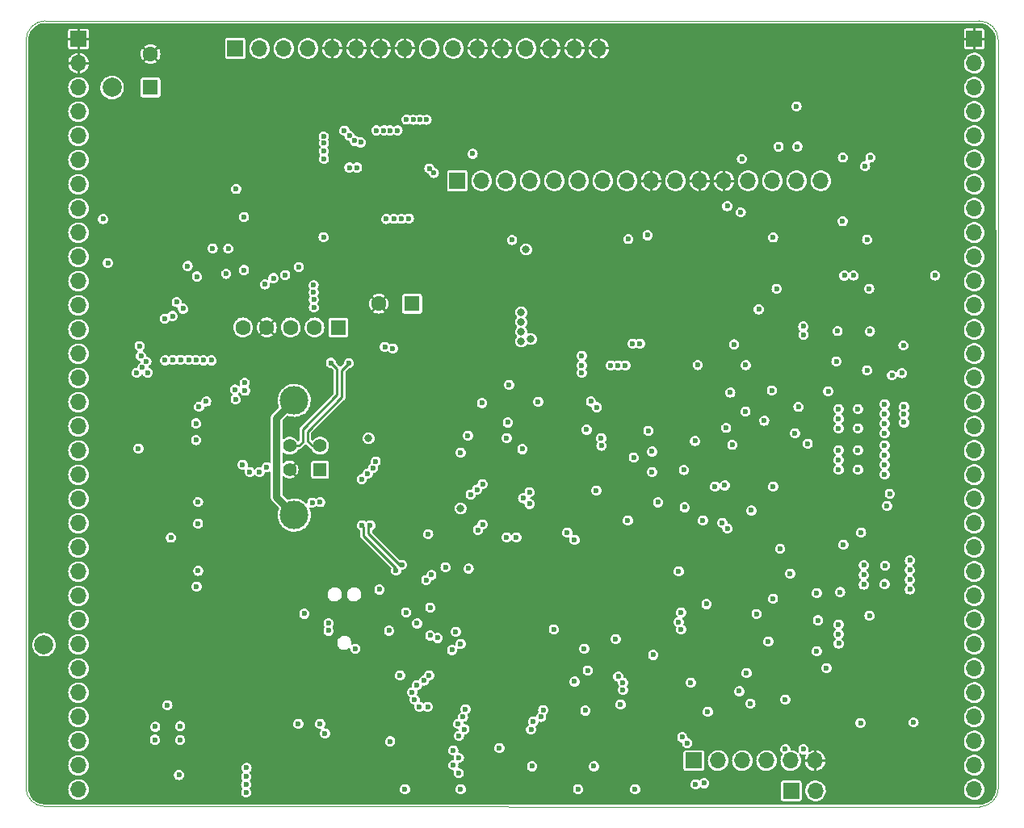
<source format=gbr>
G04 #@! TF.GenerationSoftware,KiCad,Pcbnew,(6.0.1)*
G04 #@! TF.CreationDate,2022-08-30T16:06:41+01:00*
G04 #@! TF.ProjectId,polygonus-Shortage-Version,706f6c79-676f-46e7-9573-2d53686f7274,rev?*
G04 #@! TF.SameCoordinates,Original*
G04 #@! TF.FileFunction,Copper,L2,Inr*
G04 #@! TF.FilePolarity,Positive*
%FSLAX46Y46*%
G04 Gerber Fmt 4.6, Leading zero omitted, Abs format (unit mm)*
G04 Created by KiCad (PCBNEW (6.0.1)) date 2022-08-30 16:06:41*
%MOMM*%
%LPD*%
G01*
G04 APERTURE LIST*
G04 #@! TA.AperFunction,Profile*
%ADD10C,0.050000*%
G04 #@! TD*
G04 #@! TA.AperFunction,ComponentPad*
%ADD11R,1.600000X1.600000*%
G04 #@! TD*
G04 #@! TA.AperFunction,ComponentPad*
%ADD12C,1.600000*%
G04 #@! TD*
G04 #@! TA.AperFunction,ComponentPad*
%ADD13R,1.700000X1.700000*%
G04 #@! TD*
G04 #@! TA.AperFunction,ComponentPad*
%ADD14O,1.700000X1.700000*%
G04 #@! TD*
G04 #@! TA.AperFunction,ComponentPad*
%ADD15R,1.400000X1.400000*%
G04 #@! TD*
G04 #@! TA.AperFunction,ComponentPad*
%ADD16C,1.400000*%
G04 #@! TD*
G04 #@! TA.AperFunction,ComponentPad*
%ADD17C,3.000000*%
G04 #@! TD*
G04 #@! TA.AperFunction,ViaPad*
%ADD18C,0.599440*%
G04 #@! TD*
G04 #@! TA.AperFunction,ViaPad*
%ADD19C,0.800000*%
G04 #@! TD*
G04 #@! TA.AperFunction,ViaPad*
%ADD20C,0.600000*%
G04 #@! TD*
G04 #@! TA.AperFunction,ViaPad*
%ADD21C,2.000000*%
G04 #@! TD*
G04 #@! TA.AperFunction,Conductor*
%ADD22C,0.254000*%
G04 #@! TD*
G04 #@! TA.AperFunction,Conductor*
%ADD23C,0.762000*%
G04 #@! TD*
G04 APERTURE END LIST*
D10*
X27598758Y70480030D02*
X27566743Y-7944264D01*
X29598758Y72480030D02*
G75*
G03*
X27598758Y70480030I-1J-1999999D01*
G01*
X127511245Y72474911D02*
X29598758Y72480030D01*
X29566743Y-9944264D02*
X127539293Y-9975264D01*
X127539293Y-9975264D02*
G75*
G03*
X129539293Y-7975264I1J1999999D01*
G01*
X129539293Y-7975264D02*
X129511245Y70474911D01*
X27566743Y-7944264D02*
G75*
G03*
X29566743Y-9944264I1999999J-1D01*
G01*
X129511245Y70474911D02*
G75*
G03*
X127511245Y72474911I-1999999J1D01*
G01*
D11*
G04 #@! TO.N,Net-(D1503-Pad2)*
G04 #@! TO.C,J1504*
X60334209Y40322147D03*
D12*
G04 #@! TO.N,/USB_D-*
X57834209Y40322147D03*
G04 #@! TO.N,/USB_D+*
X55334209Y40322147D03*
G04 #@! TO.N,GND*
X52834209Y40322147D03*
G04 #@! TO.N,/USB_SHIELD*
X50334209Y40322147D03*
G04 #@! TD*
D13*
G04 #@! TO.N,+3V3*
G04 #@! TO.C,J1505*
X97605501Y-5126837D03*
D14*
G04 #@! TO.N,/mcu/AUX_SPI_CS*
X100145501Y-5126837D03*
G04 #@! TO.N,/mcu/AUX_SPI_SCK*
X102685501Y-5126837D03*
G04 #@! TO.N,/mcu/AUX_SPI_MISO*
X105225501Y-5126837D03*
G04 #@! TO.N,/mcu/AUX_SPI_MOSI*
X107765501Y-5126837D03*
G04 #@! TO.N,GND*
X110305501Y-5126837D03*
G04 #@! TD*
D13*
G04 #@! TO.N,/mcu/UART_TX*
G04 #@! TO.C,J2*
X107812339Y-8296983D03*
D14*
G04 #@! TO.N,/mcu/UART_RX*
X110352339Y-8296983D03*
G04 #@! TD*
D15*
G04 #@! TO.N,Net-(D1503-Pad2)*
G04 #@! TO.C,J1501*
X58420000Y25400000D03*
D16*
G04 #@! TO.N,/USB_D-*
X58420000Y27900000D03*
G04 #@! TO.N,/USB_D+*
X55220000Y27900000D03*
G04 #@! TO.N,GND*
X55220000Y25400000D03*
D17*
G04 #@! TO.N,/USB_SHIELD*
X55710000Y20630000D03*
X55710000Y32670000D03*
G04 #@! TD*
D11*
G04 #@! TO.N,Net-(C1001-Pad1)*
G04 #@! TO.C,C1001*
X68072000Y42799000D03*
D12*
G04 #@! TO.N,GND*
X64572000Y42799000D03*
G04 #@! TD*
D11*
G04 #@! TO.N,/12V_MR*
G04 #@! TO.C,C17*
X40640000Y65494972D03*
D12*
G04 #@! TO.N,GND*
X40640000Y68994972D03*
G04 #@! TD*
D13*
G04 #@! TO.N,GND*
G04 #@! TO.C,J5*
X33087317Y70582684D03*
D14*
X33087317Y68042684D03*
G04 #@! TO.N,/12V_MR*
X33087317Y65502684D03*
G04 #@! TO.N,/LS1*
X33087317Y62962684D03*
G04 #@! TO.N,/LS2*
X33087317Y60422684D03*
G04 #@! TO.N,/LS3*
X33087317Y57882684D03*
G04 #@! TO.N,/LS4*
X33087317Y55342684D03*
G04 #@! TO.N,/LS5*
X33087317Y52802684D03*
G04 #@! TO.N,/LS6*
X33087317Y50262684D03*
G04 #@! TO.N,/LS7*
X33087317Y47722684D03*
G04 #@! TO.N,/LS8*
X33087317Y45182684D03*
G04 #@! TO.N,/IGN12*
X33087317Y42642684D03*
G04 #@! TO.N,/IGN11*
X33087317Y40102684D03*
G04 #@! TO.N,/IGN10*
X33087317Y37562684D03*
G04 #@! TO.N,/IGN9*
X33087317Y35022684D03*
G04 #@! TO.N,/IGN8*
X33087317Y32482684D03*
G04 #@! TO.N,/IGN7*
X33087317Y29942684D03*
G04 #@! TO.N,/IGN6*
X33087317Y27402684D03*
G04 #@! TO.N,/IGN5*
X33087317Y24862684D03*
G04 #@! TO.N,/IGN4*
X33087317Y22322684D03*
G04 #@! TO.N,/IGN3*
X33087317Y19782684D03*
G04 #@! TO.N,/IGN2*
X33087317Y17242684D03*
G04 #@! TO.N,/IGN1*
X33087317Y14702684D03*
G04 #@! TO.N,/LS9*
X33087317Y12162684D03*
G04 #@! TO.N,/LS10*
X33087317Y9622684D03*
G04 #@! TO.N,/LS11*
X33087317Y7082684D03*
G04 #@! TO.N,/LS12*
X33087317Y4542684D03*
G04 #@! TO.N,/LS13*
X33087317Y2002684D03*
G04 #@! TO.N,/LS14*
X33087317Y-537316D03*
G04 #@! TO.N,/LS15*
X33087317Y-3077316D03*
G04 #@! TO.N,/LS16*
X33087317Y-5617316D03*
G04 #@! TO.N,/12V_MR*
X33087317Y-8157316D03*
G04 #@! TD*
D13*
G04 #@! TO.N,+5V*
G04 #@! TO.C,J6*
X72806286Y55705029D03*
D14*
G04 #@! TO.N,+3V3*
X75346286Y55705029D03*
G04 #@! TO.N,/ETB1_PWM*
X77886286Y55705029D03*
G04 #@! TO.N,/ETB1_DIS*
X80426286Y55705029D03*
G04 #@! TO.N,/ETB1_DIR*
X82966286Y55705029D03*
G04 #@! TO.N,/ETB2_PWM*
X85506286Y55705029D03*
G04 #@! TO.N,/ETB2_DIS*
X88046286Y55705029D03*
G04 #@! TO.N,/ETB2_DIR*
X90586286Y55705029D03*
G04 #@! TO.N,GND*
X93126286Y55705029D03*
G04 #@! TO.N,/12V_RAW*
X95666286Y55705029D03*
G04 #@! TO.N,GND*
X98206286Y55705029D03*
X100746286Y55705029D03*
G04 #@! TO.N,/CAN+*
X103286286Y55705029D03*
G04 #@! TO.N,/CAN-*
X105826286Y55705029D03*
G04 #@! TO.N,/VR2+*
X108366286Y55705029D03*
G04 #@! TO.N,/VR1+*
X110906286Y55705029D03*
G04 #@! TD*
D13*
G04 #@! TO.N,GND*
G04 #@! TO.C,J3*
X127000000Y70587779D03*
D14*
G04 #@! TO.N,Net-(F101-Pad1)*
X127000000Y68047779D03*
G04 #@! TO.N,Net-(F102-Pad2)*
X127000000Y65507779D03*
G04 #@! TO.N,/5V_SENSOR_2*
X127000000Y62967779D03*
X127000000Y60427779D03*
X127000000Y57887779D03*
G04 #@! TO.N,/5V_SENSOR_1*
X127000000Y55347779D03*
X127000000Y52807779D03*
X127000000Y50267779D03*
G04 #@! TO.N,/DIGITAL_6*
X127000000Y47727779D03*
G04 #@! TO.N,/DIGITAL_5*
X127000000Y45187779D03*
G04 #@! TO.N,/DIGITAL_4*
X127000000Y42647779D03*
G04 #@! TO.N,/DIGITAL_3*
X127000000Y40107779D03*
G04 #@! TO.N,/DIGITAL_2*
X127000000Y37567779D03*
G04 #@! TO.N,/DIGITAL_1*
X127000000Y35027779D03*
G04 #@! TO.N,/AT4*
X127000000Y32487779D03*
G04 #@! TO.N,/AT3*
X127000000Y29947779D03*
G04 #@! TO.N,/AT2*
X127000000Y27407779D03*
G04 #@! TO.N,/AT1*
X127000000Y24867779D03*
G04 #@! TO.N,/AV11*
X127000000Y22327779D03*
G04 #@! TO.N,/AV10*
X127000000Y19787779D03*
G04 #@! TO.N,/AV9*
X127000000Y17247779D03*
G04 #@! TO.N,/AV8*
X127000000Y14707779D03*
G04 #@! TO.N,/AV7*
X127000000Y12167779D03*
G04 #@! TO.N,/AV6*
X127000000Y9627779D03*
G04 #@! TO.N,/AV5*
X127000000Y7087779D03*
G04 #@! TO.N,/AV4*
X127000000Y4547779D03*
G04 #@! TO.N,/AV3*
X127000000Y2007779D03*
G04 #@! TO.N,/AV2*
X127000000Y-532221D03*
G04 #@! TO.N,/AV1*
X127000000Y-3072221D03*
G04 #@! TO.N,/KNOCK_1*
X127000000Y-5612221D03*
G04 #@! TO.N,/KNOCK_2*
X127000000Y-8152221D03*
G04 #@! TD*
D13*
G04 #@! TO.N,/HS1*
G04 #@! TO.C,J7*
X49530000Y69596912D03*
D14*
G04 #@! TO.N,/HS2*
X52070000Y69596912D03*
G04 #@! TO.N,/HS3*
X54610000Y69596912D03*
G04 #@! TO.N,/HS4*
X57150000Y69596912D03*
G04 #@! TO.N,GND*
X59690000Y69596912D03*
X62230000Y69596912D03*
X64770000Y69596912D03*
X67310000Y69596912D03*
G04 #@! TO.N,/CAN2+*
X69850000Y69596912D03*
G04 #@! TO.N,/CAN2-*
X72390000Y69596912D03*
G04 #@! TO.N,GND*
X74930000Y69596912D03*
X77470000Y69596912D03*
G04 #@! TO.N,/Perm_Live*
X80010000Y69596912D03*
G04 #@! TO.N,GND*
X82550000Y69596912D03*
X85090000Y69596912D03*
X87630000Y69596912D03*
G04 #@! TD*
D18*
G04 #@! TO.N,GND*
X38377041Y56267596D03*
G04 #@! TO.N,/12V_MR*
X61482861Y57101531D03*
G04 #@! TO.N,GND*
X74769800Y57633863D03*
X69599820Y42824817D03*
X89002554Y52313075D03*
X82374857Y53911394D03*
X87723899Y53613041D03*
X85081344Y53826151D03*
X99983473Y2315786D03*
X95950076Y-1744392D03*
X43926779Y41297948D03*
X45731103Y31125534D03*
X45457954Y27393808D03*
X41887137Y14174453D03*
X38628772Y5506218D03*
X34764392Y5477803D03*
X57001478Y0D03*
X46810857Y-9279148D03*
X58167372Y13165736D03*
X54771832Y26636033D03*
X55766341Y26636033D03*
X85351282Y27826341D03*
X85212313Y34393370D03*
X105233960Y41478229D03*
X104856570Y51503260D03*
X97589546Y50970487D03*
X59984433Y42839025D03*
X59993904Y44392354D03*
X56639192Y41498643D03*
X55106599Y35095895D03*
X60495895Y36582924D03*
X73759450Y33031103D03*
X73958352Y37293288D03*
X78916801Y25545229D03*
X73409004Y25556280D03*
X36057254Y710364D03*
X78796829Y57152448D03*
X79725038Y60315936D03*
X77537116Y61727193D03*
X77934920Y64058819D03*
X86634674Y64350804D03*
X83243869Y63299465D03*
X85517034Y66491368D03*
X122914509Y53365311D03*
X124150543Y57172862D03*
X102572302Y61095382D03*
X113170934Y61223247D03*
X113213556Y62771841D03*
X102586509Y62629768D03*
X103794128Y63979460D03*
X104660772Y56747954D03*
X112275875Y56747954D03*
X112986239Y52954609D03*
X108553567Y52840951D03*
X120715000Y52556805D03*
X122107314Y44558106D03*
X115785074Y47783159D03*
X105996256Y47896817D03*
X115813488Y47015966D03*
X113185141Y49587484D03*
X110372099Y47484806D03*
X110443136Y48564559D03*
X110457343Y49559069D03*
X75436393Y42583294D03*
X75450601Y43421523D03*
X75450601Y44188717D03*
X95113479Y41205187D03*
X94317871Y41148358D03*
X95070857Y42015002D03*
X95127686Y42824817D03*
X95099271Y43748291D03*
X88769031Y20533109D03*
X92292436Y19368112D03*
X91779664Y32511641D03*
X94294353Y32355361D03*
X122911406Y17757308D03*
X104214623Y14290731D03*
X120969583Y-8502483D03*
X115362442Y-6579765D03*
X84656436Y-5831192D03*
X71233658Y6453370D03*
X64526440Y3279675D03*
X53522901Y2562207D03*
X47393194Y8955806D03*
X40829430Y11712019D03*
X41588784Y28663100D03*
X41579312Y30396388D03*
X41607727Y32593781D03*
X41626670Y34033452D03*
X38944920Y69572716D03*
X67927774Y31028360D03*
X66620704Y37023833D03*
X57911641Y46329603D03*
X61108279Y49625692D03*
X43761188Y52154588D03*
X107848261Y15893534D03*
X112972354Y14453863D03*
X116148578Y16632313D03*
X81254688Y34516661D03*
X81240481Y35241232D03*
X81268896Y36008426D03*
X81254688Y36775619D03*
X82234991Y37699092D03*
X83527853Y37557019D03*
X83577579Y39950946D03*
X81141030Y43069445D03*
X80388044Y43069445D03*
X76793602Y42955786D03*
X77589210Y42969994D03*
X78356403Y42998408D03*
X78299574Y35354891D03*
X78313781Y36122084D03*
X78285366Y36846655D03*
X78299574Y37699092D03*
X78299574Y38537322D03*
X78299574Y39290308D03*
X106350129Y61414633D03*
X80875092Y64312918D03*
G04 #@! TO.N,/12V_MR*
X70344941Y56527208D03*
G04 #@! TO.N,/HS2*
X62671080Y59727069D03*
X62031752Y59897558D03*
X61491876Y60437434D03*
G04 #@! TO.N,/HS1*
X58820907Y58019093D03*
X58806700Y58806700D03*
X58820907Y59670240D03*
G04 #@! TO.N,/HS4*
X69590026Y62113893D03*
X68893870Y62113893D03*
X68183505Y62113893D03*
G04 #@! TO.N,/HS3*
X64319126Y60991517D03*
X65114733Y60991517D03*
X65739853Y60991517D03*
G04 #@! TO.N,GND*
X107447193Y63528414D03*
X107454837Y59266499D03*
X55567439Y58675731D03*
X121303411Y41468896D03*
X100029902Y35001739D03*
X110459879Y30955845D03*
X56704333Y-2268379D03*
X62569182Y28389651D03*
X108271698Y6123906D03*
X99441709Y20929579D03*
X112316193Y-261610D03*
X69294725Y10069034D03*
X120056983Y47545114D03*
X71373727Y57039180D03*
X110977787Y41428684D03*
X109822260Y34526140D03*
X40966649Y-3949433D03*
X102645826Y38382868D03*
X124574932Y26453219D03*
X104661527Y4685199D03*
X125566836Y-6091932D03*
X79977662Y-4066557D03*
X99520273Y-8284319D03*
X98276090Y-9308916D03*
X123583029Y6320263D03*
X69996981Y37087963D03*
X43970995Y71678189D03*
X60258269Y68197696D03*
X89757670Y-421288D03*
X103014055Y35425959D03*
X127564047Y15984618D03*
X121464002Y15625478D03*
X115084099Y-3766454D03*
X75336587Y-5710376D03*
X127617663Y717349D03*
X61661730Y14323851D03*
X115758736Y48563826D03*
X91755741Y29894019D03*
X98496291Y10432895D03*
X102560012Y40356356D03*
X49547130Y68129472D03*
X115220414Y6663840D03*
X64625790Y36149780D03*
X123140694Y2875409D03*
X105565970Y31582114D03*
X43654317Y-7847412D03*
X102362507Y32123344D03*
X85599791Y-3344541D03*
X87324941Y1293725D03*
X47017826Y51893155D03*
X127577451Y38838607D03*
X71909446Y41864255D03*
X69100325Y29076538D03*
X118557881Y18745095D03*
X125006115Y10508966D03*
X68794465Y34635117D03*
X42903631Y16912258D03*
X72113168Y9935836D03*
X77129668Y54275640D03*
X124692035Y59518828D03*
X69114436Y12808291D03*
X75596356Y2988952D03*
X61520259Y30431893D03*
X66202486Y21811764D03*
X107074273Y53296616D03*
X63590837Y9744741D03*
X83457814Y1474184D03*
X121169112Y18976503D03*
X84338750Y10941899D03*
X79716283Y-6727271D03*
X114284285Y5264678D03*
X119632520Y28578928D03*
X64827005Y7805346D03*
X87057957Y16643461D03*
X49449043Y26803461D03*
X110564895Y18603874D03*
X109919106Y36457180D03*
X115006453Y23695654D03*
X45956109Y21072036D03*
X114255319Y28520844D03*
X93892950Y-4121530D03*
X52368522Y49261665D03*
X29065218Y70898360D03*
X127557345Y-1822727D03*
X115211478Y7995314D03*
X110910766Y38412762D03*
X109823202Y18577066D03*
X109876684Y24062863D03*
X106167221Y-8615692D03*
X117739563Y14346393D03*
X88631827Y44339180D03*
X79659921Y23616434D03*
X110402546Y4996057D03*
X125035354Y21970566D03*
X74842121Y9877358D03*
X112135929Y-5877467D03*
X127577451Y5797503D03*
X108553184Y7602825D03*
X127590855Y26131521D03*
X40133194Y49929334D03*
X120138176Y11815943D03*
X99528989Y30144743D03*
X125459566Y-8503660D03*
X123668678Y42881964D03*
X43070591Y63910292D03*
X102141592Y34176556D03*
X125044076Y28289581D03*
X103624944Y7562613D03*
X48665569Y674366D03*
X124692035Y61448587D03*
X107766192Y12191258D03*
X43994912Y60784567D03*
X117845153Y38385954D03*
X95275729Y5303401D03*
X47532279Y-5207464D03*
X81238815Y31647351D03*
X119065848Y8250453D03*
X115107555Y9426580D03*
X107121874Y41442088D03*
X81034769Y18046922D03*
X34623884Y42591925D03*
X52631671Y52039349D03*
X117704641Y-2001678D03*
X91996346Y-7132984D03*
X113127832Y46988299D03*
X71829277Y31727521D03*
X96864367Y36320208D03*
X63192473Y-4081778D03*
X41209681Y8481119D03*
X50394464Y-4993366D03*
X114144059Y16574154D03*
X124311931Y40659817D03*
X54269043Y38940377D03*
X64825491Y-3988419D03*
X103990982Y23993714D03*
X81219323Y26579297D03*
X102437653Y15941730D03*
X104998320Y53764437D03*
X47846883Y31784424D03*
X91426595Y-4081317D03*
X63577970Y62116556D03*
X90060429Y25483942D03*
X125824801Y16064333D03*
X45624736Y-1664735D03*
X42847052Y31588249D03*
X78724905Y269746D03*
X101747752Y8129816D03*
X94150734Y46250071D03*
X34133897Y849798D03*
X125446199Y47309998D03*
X77194118Y20156512D03*
X122674560Y50542523D03*
X114306471Y41415280D03*
X125598437Y49548405D03*
X127577451Y13424435D03*
X40159184Y47344376D03*
X62395424Y60739084D03*
X110591532Y1516666D03*
X77953643Y-5701857D03*
X66932217Y-3378063D03*
X44505491Y45590049D03*
X122465790Y36398703D03*
X127564047Y36305232D03*
X35588763Y61626369D03*
X120181717Y23958803D03*
X111097779Y-3119327D03*
X93855822Y51668366D03*
X127564047Y43918761D03*
X123637965Y324350D03*
X33898087Y26297905D03*
X75408678Y65869290D03*
X62709158Y7653433D03*
X104723462Y20555416D03*
X34687534Y18491152D03*
X121604258Y33008085D03*
X107906281Y25403273D03*
X107547517Y35190166D03*
X74954570Y15059274D03*
X82008770Y21793884D03*
X76473520Y11029616D03*
X35332687Y-4793285D03*
X29224931Y-9095458D03*
X39816457Y15526783D03*
X128054495Y49226778D03*
X114324343Y38368081D03*
X127617663Y21051367D03*
X120753072Y2026697D03*
X121451777Y27766821D03*
X95272478Y37566154D03*
X38285803Y-8184983D03*
X94951873Y12392319D03*
X108510120Y-2466123D03*
X121961133Y21373066D03*
X121303411Y38385954D03*
X34620585Y45372908D03*
X114277659Y-2059763D03*
X81288007Y-7037382D03*
X104281126Y-556039D03*
X97585590Y30271030D03*
X71052101Y67214274D03*
X127674391Y46507572D03*
X48580822Y-7104694D03*
X94032504Y10998178D03*
X88923533Y41146081D03*
X122323695Y59021768D03*
X120942422Y-2030490D03*
X99578750Y-1461938D03*
X57490331Y68139219D03*
X52028028Y27690995D03*
X59694003Y7579787D03*
X73493755Y14216084D03*
X38398360Y17961405D03*
X96665269Y46337787D03*
X38378867Y21567521D03*
X124749186Y13089333D03*
X119671862Y34293511D03*
X90025944Y34038865D03*
X73202103Y16535729D03*
X116358220Y11708710D03*
X53780455Y5918478D03*
X92200208Y11797371D03*
X37903800Y9514847D03*
X62565667Y11120286D03*
X38242420Y32112973D03*
X127564047Y10891060D03*
X125276811Y31566557D03*
X51443253Y13733103D03*
X103674575Y25990529D03*
X105433879Y36506294D03*
X104482188Y1441170D03*
X39864697Y-1372348D03*
X34746012Y14368484D03*
X47310214Y33677397D03*
X43283960Y-4209334D03*
X98845907Y46132491D03*
X125335288Y30280051D03*
X42837306Y23352660D03*
X107672364Y10395109D03*
X103925582Y-6218113D03*
X68508327Y58325686D03*
X81968171Y-4730060D03*
X71691255Y49792361D03*
X102950753Y24810968D03*
X107008861Y-2064000D03*
X98611193Y5422188D03*
X97634851Y7385505D03*
X52412531Y68129472D03*
X38398360Y14257827D03*
X113397457Y34574054D03*
X51579075Y41542628D03*
X102564480Y43408023D03*
X41367720Y779700D03*
X46043825Y13889043D03*
X56632661Y60849017D03*
X88812283Y14772179D03*
X75745699Y54061223D03*
X72191563Y48274044D03*
X72551750Y5509135D03*
X36053285Y57828626D03*
X73942641Y30450761D03*
X38342381Y25128354D03*
X49845391Y38808752D03*
X72967390Y67944294D03*
X115026800Y30738324D03*
X97670058Y43277462D03*
X122865910Y26312476D03*
X56344996Y64261157D03*
X34687534Y30186662D03*
X91681273Y1307130D03*
X88573833Y8071271D03*
X91338724Y28100849D03*
X54365231Y-2297618D03*
X119187598Y21648939D03*
X67070937Y16617471D03*
X127604259Y33745049D03*
X92119141Y25950235D03*
X45683214Y937515D03*
X108903096Y164112D03*
X92477501Y24060988D03*
X74205790Y49012661D03*
X113164410Y21678178D03*
X49178487Y16788403D03*
X57080204Y31003450D03*
X116880034Y18124892D03*
X102820080Y18450972D03*
X89664931Y45606193D03*
X32246272Y-4346306D03*
X127577451Y3264128D03*
X97767521Y39106063D03*
X91795285Y34079077D03*
X113800741Y-3925018D03*
X66198464Y52770318D03*
X104090851Y33705766D03*
X34629057Y22555341D03*
X118824574Y2902217D03*
X40117475Y42858373D03*
X80815328Y47321535D03*
X89816148Y-4378269D03*
X59882888Y59758386D03*
X101333077Y-6296083D03*
X119588608Y-5850658D03*
X74994612Y61823643D03*
X98061624Y11949984D03*
X117845153Y41442088D03*
X36491309Y36629922D03*
X127604259Y23611550D03*
X65182329Y27244242D03*
X63113037Y52525645D03*
X127577451Y18544801D03*
X48293012Y60784567D03*
X97243437Y21988503D03*
X127590855Y8357686D03*
X43970995Y67194518D03*
X71576737Y-3357957D03*
X30972139Y-1557996D03*
X55073259Y68100234D03*
X119509225Y-3554885D03*
X79449277Y53866297D03*
X46579245Y54963226D03*
X71271541Y64825491D03*
X47529030Y28703981D03*
X105725391Y18332812D03*
X36766961Y11656525D03*
X111705920Y36307737D03*
X107927249Y21183819D03*
X87783566Y6640011D03*
X107130810Y38403826D03*
X37438503Y-5684268D03*
D19*
G04 #@! TO.N,+5V*
X79502000Y39878000D03*
X79502000Y40894000D03*
X79502000Y41910000D03*
X80518000Y39116000D03*
D18*
X102362000Y2159000D03*
X118374808Y35299690D03*
D19*
X79502000Y38862000D03*
D18*
X91948000Y38608000D03*
X115987248Y44384467D03*
X73914000Y28956000D03*
X78537733Y49493666D03*
X117856000Y21590000D03*
X103013061Y31497236D03*
X115555509Y57252300D03*
D19*
X63500000Y28702000D03*
D18*
X103632000Y21124620D03*
X103045029Y36371089D03*
X39192447Y35560000D03*
X112776000Y30734000D03*
X39371411Y27622147D03*
X42772231Y18277683D03*
X115415414Y14354291D03*
X112776000Y8128000D03*
X106281725Y44384466D03*
X78105000Y30353000D03*
X91186000Y38608000D03*
X105786536Y33718190D03*
X108364103Y63519212D03*
X108459295Y59298640D03*
X110490000Y12446000D03*
X112776000Y26416000D03*
X105918000Y23622000D03*
X107188000Y1270000D03*
X107696000Y14478000D03*
X97716099Y28413661D03*
G04 #@! TO.N,+3V3*
X88900000Y36322000D03*
X89662000Y36322000D03*
X90424000Y36322000D03*
X103124000Y4064000D03*
X58928000Y-2286000D03*
X77216000Y-3810000D03*
X67310000Y-8128000D03*
X73152000Y27178000D03*
D20*
X99060000Y0D03*
X120642680Y-1102660D03*
D18*
X56769000Y10287000D03*
X92837000Y29464000D03*
X85852000Y36322000D03*
X64643000Y12827000D03*
X93218000Y25146000D03*
X87122000Y-5715000D03*
X73983855Y15023377D03*
X85852000Y35560000D03*
D20*
X87376000Y23216434D03*
D19*
X73152000Y21336000D03*
D18*
X62103000Y6604000D03*
D20*
X93343667Y5967667D03*
D18*
X66802000Y3810000D03*
D20*
X103533698Y860302D03*
X96012000Y14732000D03*
X89916000Y762000D03*
X90678000Y20066000D03*
D18*
X79629000Y27559000D03*
D20*
X115074146Y-1176828D03*
D18*
X69748400Y18643600D03*
X73660000Y254000D03*
D20*
X86360000Y29591000D03*
D18*
X90726273Y49593153D03*
X85852000Y37338000D03*
G04 #@! TO.N,/mcu/AV4*
X97282000Y3048000D03*
X105410000Y7366000D03*
G04 #@! TO.N,/mcu/AV2*
X89408000Y7620000D03*
X111506000Y4572000D03*
G04 #@! TO.N,/mcu/AV5*
X96266000Y8636000D03*
X105894633Y11862275D03*
G04 #@! TO.N,/mcu/AV6*
X96012000Y9398000D03*
X112939557Y12565968D03*
G04 #@! TO.N,/mcu/AV9*
X101115632Y19232880D03*
X115137439Y18811658D03*
G04 #@! TO.N,/mcu/AV10*
X100584000Y19812000D03*
X118150241Y22871219D03*
G04 #@! TO.N,/5V_SENSOR_1*
X116122964Y58146824D03*
X113221818Y58146824D03*
X102642191Y57990475D03*
G04 #@! TO.N,/5V_SENSOR_2*
X113206146Y51458098D03*
G04 #@! TO.N,/mcu/nRESET*
X82931000Y8636000D03*
X65659000Y8509000D03*
X72644000Y8382000D03*
G04 #@! TO.N,/mcu/SWDIO*
X69977000Y10922000D03*
X59309000Y8509000D03*
G04 #@! TO.N,/mcu/SWCLK*
X59309000Y9271000D03*
X67437000Y10414000D03*
X68580000Y9271000D03*
G04 #@! TO.N,/mcu/5V_SENSOR_1_PG*
X98679000Y-7493000D03*
X115769916Y49534146D03*
G04 #@! TO.N,/mcu/5V_SENSOR_2_PG*
X97790000Y-7620000D03*
X105915182Y49774709D03*
G04 #@! TO.N,/mcu/AT2*
X99822000Y23622000D03*
X109535875Y28132125D03*
G04 #@! TO.N,/mcu/AT1*
X100838000Y23749000D03*
X108204000Y29210000D03*
G04 #@! TO.N,/mcu/AT3*
X104985486Y30534020D03*
X96647000Y21463000D03*
G04 #@! TO.N,Net-(RN201-Pad7)*
X48559934Y45941964D03*
X49617453Y54854443D03*
G04 #@! TO.N,Net-(RN201-Pad8)*
X45506107Y45669069D03*
G04 #@! TO.N,Net-(RN201-Pad6)*
X44530956Y46766623D03*
X35655362Y51693175D03*
G04 #@! TO.N,Net-(RN201-Pad5)*
X50430364Y51901206D03*
X50431216Y46343577D03*
G04 #@! TO.N,Net-(RN301-Pad7)*
X44046334Y42287675D03*
X48786297Y48591372D03*
G04 #@! TO.N,Net-(RN301-Pad8)*
X47155424Y48610865D03*
X43386296Y42972079D03*
G04 #@! TO.N,Net-(RN301-Pad6)*
X36162693Y47092023D03*
X42127404Y41244268D03*
G04 #@! TO.N,Net-(RN301-Pad5)*
X42946089Y41517163D03*
G04 #@! TO.N,Net-(RN501-Pad6)*
X43737735Y-1508470D03*
X43737735Y-2950917D03*
G04 #@! TO.N,Net-(RN501-Pad8)*
X41106246Y-2931424D03*
X41125738Y-1566948D03*
G04 #@! TO.N,Net-(RN501-Pad7)*
X43620780Y-6635003D03*
G04 #@! TO.N,/mcu/12V_DIVIDED*
X98005596Y36383413D03*
X98552000Y20066000D03*
G04 #@! TO.N,/ETB2_DIR*
X80384597Y21799359D03*
G04 #@! TO.N,/ETB2_DIS*
X79696825Y22402349D03*
G04 #@! TO.N,Net-(C1205-Pad1)*
X112545465Y36752301D03*
X115757378Y35819548D03*
G04 #@! TO.N,Net-(C1404-Pad1)*
X111683129Y33637718D03*
X119416706Y35523294D03*
G04 #@! TO.N,Net-(C1408-Pad1)*
X101822312Y38537988D03*
X101426906Y33491722D03*
G04 #@! TO.N,/lowside_quad1/IN1*
X47033545Y36867492D03*
X57767425Y42432262D03*
X69850000Y3810000D03*
G04 #@! TO.N,/lowside_quad1/IN3*
X57741435Y43991663D03*
X45410549Y36900967D03*
X68580000Y2794000D03*
G04 #@! TO.N,/lowside_quad1/IN2*
X46195367Y36867492D03*
X69318368Y3278368D03*
X57751281Y43226532D03*
G04 #@! TO.N,/lowside_quad1/IN4*
X44627265Y36935976D03*
X68072000Y2032000D03*
X57741435Y44743006D03*
G04 #@! TO.N,/lowside_quad2/IN1*
X43795982Y36922987D03*
X68326000Y1270000D03*
X52632296Y44843361D03*
G04 #@! TO.N,/lowside_quad2/IN3*
X42160416Y36867492D03*
X69690732Y522928D03*
X54754617Y45821399D03*
G04 #@! TO.N,/lowside_quad2/IN2*
X42978352Y36923651D03*
X53522979Y45499792D03*
X68834000Y508000D03*
G04 #@! TO.N,/lowside_quad2/IN4*
X73404241Y-530273D03*
X39495535Y38365348D03*
X56183708Y46663187D03*
G04 #@! TO.N,/ETB1_DIR*
X75461761Y23892379D03*
G04 #@! TO.N,/ETB1_DIS*
X74873478Y23309863D03*
G04 #@! TO.N,/lowside_quad4/IN4*
X72955612Y-6437561D03*
X50658042Y-8461418D03*
G04 #@! TO.N,/lowside_quad4/IN2*
X72966831Y-4833170D03*
X50672065Y-6778581D03*
G04 #@! TO.N,/lowside_quad4/IN3*
X50658042Y-7605976D03*
X72383416Y-5596097D03*
G04 #@! TO.N,/lowside_quad4/IN1*
X72373446Y-4053846D03*
X50700113Y-5881068D03*
G04 #@! TO.N,/highside_quad/IN1*
X69549119Y13814755D03*
X65361657Y51704856D03*
G04 #@! TO.N,/highside_quad/IN3*
X74959992Y19084316D03*
X66929721Y51713520D03*
G04 #@! TO.N,/highside_quad/IN2*
X66141357Y51713520D03*
X70080399Y14346034D03*
G04 #@! TO.N,/mcu/CAN_RX*
X77978000Y18288000D03*
X77978000Y28702000D03*
G04 #@! TO.N,/mcu/CAN_TX*
X81280000Y32512000D03*
X78994000Y18288000D03*
G04 #@! TO.N,/highside_quad/IN4*
X67718085Y51739510D03*
X75448080Y19655530D03*
G04 #@! TO.N,/ign1/IN4*
X58420000Y21996400D03*
X45629034Y22009351D03*
G04 #@! TO.N,/AT4*
X119634000Y32004000D03*
G04 #@! TO.N,/AT2*
X119634000Y30353000D03*
G04 #@! TO.N,/AT3*
X119634000Y31242000D03*
G04 #@! TO.N,/HS4*
X67468926Y62133324D03*
G04 #@! TO.N,/HS2*
X74411460Y58548526D03*
X60960000Y60960000D03*
G04 #@! TO.N,/HS3*
X66533285Y60993012D03*
G04 #@! TO.N,/HS1*
X58781848Y49783760D03*
X58802928Y60349759D03*
G04 #@! TO.N,/LS9*
X72898000Y-1270000D03*
G04 #@! TO.N,/LS10*
X73544636Y-1848620D03*
G04 #@! TO.N,/LS11*
X72972441Y-2523170D03*
G04 #@! TO.N,/LS12*
X65758308Y-3101790D03*
G04 #@! TO.N,/CAN+*
X101104719Y53048888D03*
X86820263Y32559737D03*
G04 #@! TO.N,/CAN-*
X102519195Y52405667D03*
X87423737Y31956263D03*
G04 #@! TO.N,/ign1/IN3*
X57607200Y21945600D03*
X45616039Y19735224D03*
G04 #@! TO.N,/ign1/IN1*
X70739000Y7747000D03*
X45473094Y13146753D03*
G04 #@! TO.N,/ign1/IN2*
X45635532Y14790622D03*
X69977000Y8001000D03*
G04 #@! TO.N,/ign2/IN2*
X51054000Y25146000D03*
X45415189Y30260134D03*
G04 #@! TO.N,/IGN9*
X62791247Y24402380D03*
X49563673Y32788620D03*
X40340065Y35585990D03*
G04 #@! TO.N,/IGN10*
X63415007Y24981000D03*
X39778699Y36128101D03*
X49494001Y33799700D03*
G04 #@! TO.N,/IGN11*
X40210115Y36743241D03*
X63970000Y25569998D03*
X50546597Y33682745D03*
G04 #@! TO.N,/IGN12*
X64241994Y26270379D03*
X39632556Y37321861D03*
X50507612Y34520923D03*
G04 #@! TO.N,/mcu/DIGITAL5*
X100984378Y29791843D03*
X96556268Y25363732D03*
G04 #@! TO.N,/mcu/DIGITAL2*
X108564934Y31994252D03*
X101638047Y28004875D03*
G04 #@! TO.N,/mcu/DIGITAL1*
X71571117Y15166354D03*
X93853000Y21971000D03*
G04 #@! TO.N,/DIGITAL_5*
X109074003Y40424324D03*
G04 #@! TO.N,/DIGITAL_6*
X104407659Y42222914D03*
G04 #@! TO.N,/DIGITAL_1*
X112668780Y39949999D03*
G04 #@! TO.N,/DIGITAL_2*
X119574428Y38434842D03*
G04 #@! TO.N,/DIGITAL_3*
X116068295Y39916341D03*
G04 #@! TO.N,/DIGITAL_4*
X109097311Y39546097D03*
G04 #@! TO.N,/ign2/IN1*
X45415189Y28505807D03*
X50292000Y25908000D03*
G04 #@! TO.N,/ign2/IN3*
X45725972Y32001465D03*
X52070000Y25146000D03*
G04 #@! TO.N,/ign2/IN4*
X46479683Y32560251D03*
X52832000Y25654000D03*
G04 #@! TO.N,/VR2+*
X106484663Y59294397D03*
D20*
G04 #@! TO.N,/USB_D+*
X62819000Y19558000D03*
X66382871Y14820871D03*
X59563561Y36605573D03*
G04 #@! TO.N,/USB_D-*
X66986741Y15424741D03*
X63673000Y19558000D03*
X61434842Y36579583D03*
D19*
G04 #@! TO.N,/12V_PROT*
X80010000Y48514000D03*
D18*
X113378122Y45763136D03*
X114347306Y45767306D03*
X122893861Y45773091D03*
G04 #@! TO.N,/mcu/LED1*
X73152000Y-8128000D03*
X80528446Y-1868228D03*
G04 #@! TO.N,/mcu/LED2*
X80772000Y-1016000D03*
X80645000Y-5715000D03*
G04 #@! TO.N,/mcu/LED3*
X85471000Y-8128000D03*
X81595234Y-531632D03*
G04 #@! TO.N,/mcu/LED4*
X91440000Y-8128000D03*
X81806421Y189940D03*
G04 #@! TO.N,Net-(C2-Pad1)*
X112784141Y7160860D03*
X110490000Y6350000D03*
G04 #@! TO.N,Net-(C4-Pad1)*
X112776000Y9144000D03*
X116009755Y10103902D03*
G04 #@! TO.N,Net-(C5-Pad1)*
X115415414Y13338291D03*
X120241414Y12830291D03*
G04 #@! TO.N,Net-(C6-Pad1)*
X120241414Y13846291D03*
X117603421Y13406829D03*
G04 #@! TO.N,Net-(C7-Pad1)*
X120241414Y14862291D03*
X117653909Y15325367D03*
G04 #@! TO.N,Net-(C8-Pad1)*
X120241414Y15878291D03*
X115415414Y15370291D03*
G04 #@! TO.N,Net-(C9-Pad1)*
X117602000Y24892000D03*
X112776000Y25400000D03*
G04 #@! TO.N,Net-(C10-Pad1)*
X117602000Y25908000D03*
X114808000Y25400000D03*
G04 #@! TO.N,Net-(C11-Pad1)*
X114808000Y27432000D03*
X117602000Y26924000D03*
G04 #@! TO.N,Net-(C12-Pad1)*
X112776000Y27432000D03*
X117602000Y27940000D03*
G04 #@! TO.N,Net-(C13-Pad1)*
X117602000Y29210000D03*
X112776000Y29718000D03*
G04 #@! TO.N,Net-(C14-Pad1)*
X114808000Y29718000D03*
X117602000Y30226000D03*
G04 #@! TO.N,Net-(C15-Pad1)*
X114808000Y31750000D03*
X117602000Y31242000D03*
G04 #@! TO.N,Net-(C16-Pad1)*
X112776000Y31750000D03*
X117602000Y32258000D03*
G04 #@! TO.N,Net-(R3-Pad2)*
X110616428Y9600149D03*
X104176441Y10265849D03*
G04 #@! TO.N,Net-(R11-Pad2)*
X113284000Y17526000D03*
X106646265Y17106795D03*
G04 #@! TO.N,/knock/FILTERED_1*
X86233000Y127000D03*
X96393000Y-2667000D03*
G04 #@! TO.N,/knock/FILTERED_2*
X96901000Y-3302000D03*
X85090000Y3175000D03*
G04 #@! TO.N,Net-(C902-Pad1)*
X78232000Y34290000D03*
X75398896Y32387595D03*
G04 #@! TO.N,/ETB2_PWM*
X80384597Y23032159D03*
G04 #@! TO.N,/ETB1_PWM*
X74211421Y22779564D03*
G04 #@! TO.N,/mcu/AUX_SPI_MOSI*
X89670990Y3691990D03*
G04 #@! TO.N,/mcu/AUX_SPI_MISO*
X90170000Y3048000D03*
G04 #@! TO.N,/mcu/AUX_SPI_SCK*
X90170000Y2286000D03*
G04 #@! TO.N,/mcu/AUX_SPI_CS*
X86487000Y4318000D03*
G04 #@! TO.N,/mcu/SD_MISO*
X56134000Y-1270000D03*
X58420000Y-1270000D03*
G04 #@! TO.N,/mcu/UART_RX*
X109093000Y-3937000D03*
X72263000Y6477000D03*
G04 #@! TO.N,/mcu/UART_TX*
X107188000Y-3937000D03*
X73152000Y7112000D03*
G04 #@! TO.N,/CAN2+*
X65207769Y38269387D03*
G04 #@! TO.N,/CAN2-*
X66040000Y38100000D03*
G04 #@! TO.N,/mcu/BARO_SCL*
X93218000Y27305000D03*
X91313000Y26670000D03*
G04 #@! TO.N,/12V_MR*
X42408471Y694183D03*
X62285491Y57101531D03*
X69874578Y56997571D03*
D21*
X36610257Y65485240D03*
X29466389Y7029251D03*
D18*
G04 #@! TO.N,/Keep_Alive/Keep_Alive*
X92748730Y49991774D03*
X98933000Y11303000D03*
G04 #@! TO.N,Net-(C30-Pad1)*
X86106000Y6604000D03*
X96266000Y10414000D03*
D20*
G04 #@! TO.N,/mcu/VR_2*
X87884000Y28702000D03*
X84328000Y18796000D03*
G04 #@! TO.N,/mcu/VR_1*
X85090000Y18034000D03*
X87912698Y27911302D03*
G04 #@! TD*
D22*
G04 #@! TO.N,/USB_D+*
X56590393Y29622328D02*
X60198000Y33229935D01*
X60198000Y33229935D02*
X60198000Y35971134D01*
X60198000Y35971134D02*
X59563561Y36605573D01*
X66382871Y14820871D02*
X66382871Y15065530D01*
X56186533Y27900000D02*
X56590393Y28303860D01*
X56590393Y28303860D02*
X56590393Y29622328D01*
X62992000Y18456401D02*
X62992000Y19385000D01*
X66382871Y15065530D02*
X62992000Y18456401D01*
X62992000Y19385000D02*
X62819000Y19558000D01*
X55220000Y27900000D02*
X56186533Y27900000D01*
G04 #@! TO.N,/USB_D-*
X57119241Y28396280D02*
X57119241Y29393548D01*
X57119241Y29393548D02*
X60706000Y32980307D01*
X58420000Y27900000D02*
X57615521Y27900000D01*
X60706000Y32980307D02*
X60706000Y35850741D01*
X57615521Y27900000D02*
X57119241Y28396280D01*
X63500000Y19385000D02*
X63673000Y19558000D01*
X60706000Y35850741D02*
X61434842Y36579583D01*
X66986741Y15424741D02*
X66742082Y15424741D01*
X63500000Y18666823D02*
X63500000Y19385000D01*
X66742082Y15424741D02*
X63500000Y18666823D01*
D23*
G04 #@! TO.N,/USB_SHIELD*
X53848000Y30848000D02*
X53848000Y22532000D01*
X55710000Y32710000D02*
X53848000Y30848000D01*
X53848000Y22532000D02*
X55710000Y20670000D01*
G04 #@! TD*
G04 #@! TA.AperFunction,Conductor*
G04 #@! TO.N,GND*
G36*
X78539080Y72248871D02*
G01*
X127478822Y72246313D01*
X127498429Y72244381D01*
X127511245Y72241832D01*
X127520964Y72243765D01*
X127530869Y72243765D01*
X127530869Y72243506D01*
X127541316Y72244160D01*
X127683935Y72233960D01*
X127756167Y72228794D01*
X127770374Y72226751D01*
X128003276Y72176086D01*
X128017048Y72172042D01*
X128240367Y72088748D01*
X128253423Y72082786D01*
X128388828Y72008850D01*
X128459562Y71970227D01*
X128462620Y71968557D01*
X128474695Y71960796D01*
X128665507Y71817956D01*
X128676355Y71808557D01*
X128844891Y71640021D01*
X128854290Y71629173D01*
X128997130Y71438361D01*
X129004891Y71426286D01*
X129119120Y71217089D01*
X129125082Y71204033D01*
X129208376Y70980714D01*
X129212420Y70966942D01*
X129263085Y70734040D01*
X129265128Y70719833D01*
X129265554Y70713872D01*
X129275368Y70576662D01*
X129280494Y70504984D01*
X129279840Y70494535D01*
X129280099Y70494535D01*
X129280099Y70484630D01*
X129278166Y70474911D01*
X129280725Y70462045D01*
X129282657Y70442469D01*
X129296765Y30982028D01*
X129310681Y-7942860D01*
X129308749Y-7962517D01*
X129308147Y-7965544D01*
X129306214Y-7975264D01*
X129308147Y-7984983D01*
X129308147Y-7994888D01*
X129307888Y-7994888D01*
X129308542Y-8005335D01*
X129299701Y-8128947D01*
X129293176Y-8220186D01*
X129291133Y-8234393D01*
X129240468Y-8467295D01*
X129236424Y-8481067D01*
X129153130Y-8704386D01*
X129147168Y-8717442D01*
X129032939Y-8926639D01*
X129025178Y-8938714D01*
X128882338Y-9129526D01*
X128872939Y-9140374D01*
X128704403Y-9308910D01*
X128693555Y-9318309D01*
X128502743Y-9461149D01*
X128490668Y-9468910D01*
X128281471Y-9583139D01*
X128268415Y-9589101D01*
X128045096Y-9672395D01*
X128031324Y-9676439D01*
X127798422Y-9727104D01*
X127784215Y-9729147D01*
X127711983Y-9734313D01*
X127569364Y-9744513D01*
X127558917Y-9743859D01*
X127558917Y-9744118D01*
X127549012Y-9744118D01*
X127539293Y-9742185D01*
X127526545Y-9744720D01*
X127506893Y-9746653D01*
X77001888Y-9730673D01*
X29599188Y-9715674D01*
X29579594Y-9713741D01*
X29576462Y-9713118D01*
X29576460Y-9713118D01*
X29566743Y-9711185D01*
X29557024Y-9713118D01*
X29547119Y-9713118D01*
X29547119Y-9712859D01*
X29536672Y-9713513D01*
X29394053Y-9703313D01*
X29321821Y-9698147D01*
X29307614Y-9696104D01*
X29074712Y-9645439D01*
X29060940Y-9641395D01*
X28837621Y-9558101D01*
X28824565Y-9552139D01*
X28672141Y-9468910D01*
X28615366Y-9437909D01*
X28603293Y-9430149D01*
X28412481Y-9287309D01*
X28401633Y-9277910D01*
X28233097Y-9109374D01*
X28223698Y-9098526D01*
X28080858Y-8907714D01*
X28073097Y-8895639D01*
X27958868Y-8686442D01*
X27952906Y-8673386D01*
X27869612Y-8450067D01*
X27865568Y-8436295D01*
X27814903Y-8203393D01*
X27812860Y-8189186D01*
X27808552Y-8128947D01*
X32003965Y-8128947D01*
X32016936Y-8326848D01*
X32018069Y-8331309D01*
X32052606Y-8467295D01*
X32065755Y-8519070D01*
X32148785Y-8699177D01*
X32263248Y-8861138D01*
X32322161Y-8918529D01*
X32402006Y-8996311D01*
X32402010Y-8996314D01*
X32405308Y-8999527D01*
X32409141Y-9002088D01*
X32409142Y-9002089D01*
X32566374Y-9107148D01*
X32566378Y-9107150D01*
X32570209Y-9109710D01*
X32574446Y-9111530D01*
X32574449Y-9111532D01*
X32748189Y-9186177D01*
X32748191Y-9186178D01*
X32752428Y-9187998D01*
X32825440Y-9204519D01*
X32941363Y-9230750D01*
X32941366Y-9230750D01*
X32945863Y-9231768D01*
X33062948Y-9236368D01*
X33139426Y-9239373D01*
X33139427Y-9239373D01*
X33144035Y-9239554D01*
X33148592Y-9238893D01*
X33148597Y-9238893D01*
X33242171Y-9225325D01*
X33340307Y-9211096D01*
X33462711Y-9169545D01*
X106733239Y-9169545D01*
X106734204Y-9174396D01*
X106734204Y-9174397D01*
X106741636Y-9211757D01*
X106746532Y-9236373D01*
X106752035Y-9244610D01*
X106752036Y-9244611D01*
X106789115Y-9300104D01*
X106797167Y-9312155D01*
X106805406Y-9317660D01*
X106864711Y-9357286D01*
X106864712Y-9357287D01*
X106872949Y-9362790D01*
X106882665Y-9364723D01*
X106882666Y-9364723D01*
X106934925Y-9375118D01*
X106934926Y-9375118D01*
X106939777Y-9376083D01*
X108684901Y-9376083D01*
X108689752Y-9375118D01*
X108689753Y-9375118D01*
X108742012Y-9364723D01*
X108742013Y-9364723D01*
X108751729Y-9362790D01*
X108759966Y-9357287D01*
X108759967Y-9357286D01*
X108819272Y-9317660D01*
X108827511Y-9312155D01*
X108835563Y-9300104D01*
X108872642Y-9244611D01*
X108872643Y-9244610D01*
X108878146Y-9236373D01*
X108883043Y-9211757D01*
X108890474Y-9174397D01*
X108890474Y-9174396D01*
X108891439Y-9169545D01*
X108891439Y-8268614D01*
X109268987Y-8268614D01*
X109281958Y-8466515D01*
X109283091Y-8470976D01*
X109317272Y-8605560D01*
X109330777Y-8658737D01*
X109413807Y-8838844D01*
X109528270Y-9000805D01*
X109588779Y-9059750D01*
X109667028Y-9135978D01*
X109667032Y-9135981D01*
X109670330Y-9139194D01*
X109674163Y-9141755D01*
X109674164Y-9141756D01*
X109831396Y-9246815D01*
X109831400Y-9246817D01*
X109835231Y-9249377D01*
X109839468Y-9251197D01*
X109839471Y-9251199D01*
X110013211Y-9325844D01*
X110013213Y-9325845D01*
X110017450Y-9327665D01*
X110112979Y-9349281D01*
X110206385Y-9370417D01*
X110206388Y-9370417D01*
X110210885Y-9371435D01*
X110327970Y-9376035D01*
X110404448Y-9379040D01*
X110404449Y-9379040D01*
X110409057Y-9379221D01*
X110413614Y-9378560D01*
X110413619Y-9378560D01*
X110509048Y-9364723D01*
X110605329Y-9350763D01*
X110793129Y-9287013D01*
X110966166Y-9190108D01*
X111020290Y-9145094D01*
X111115106Y-9066236D01*
X111118647Y-9063291D01*
X111245464Y-8910810D01*
X111342369Y-8737773D01*
X111406119Y-8549973D01*
X111434577Y-8353701D01*
X111435164Y-8331309D01*
X111435985Y-8299939D01*
X111435985Y-8299932D01*
X111436062Y-8296983D01*
X111429665Y-8227361D01*
X111420154Y-8123852D01*
X125916648Y-8123852D01*
X125929619Y-8321753D01*
X125930752Y-8326214D01*
X125966583Y-8467295D01*
X125978438Y-8513975D01*
X126061468Y-8694082D01*
X126175931Y-8856043D01*
X126223061Y-8901955D01*
X126314689Y-8991216D01*
X126314693Y-8991219D01*
X126317991Y-8994432D01*
X126321824Y-8996993D01*
X126321825Y-8996994D01*
X126479057Y-9102053D01*
X126479061Y-9102055D01*
X126482892Y-9104615D01*
X126487129Y-9106435D01*
X126487132Y-9106437D01*
X126660872Y-9181082D01*
X126660874Y-9181083D01*
X126665111Y-9182903D01*
X126760640Y-9204519D01*
X126854046Y-9225655D01*
X126854049Y-9225655D01*
X126858546Y-9226673D01*
X126975631Y-9231273D01*
X127052109Y-9234278D01*
X127052110Y-9234278D01*
X127056718Y-9234459D01*
X127061275Y-9233798D01*
X127061280Y-9233798D01*
X127154854Y-9220230D01*
X127252990Y-9206001D01*
X127440790Y-9142251D01*
X127613827Y-9045346D01*
X127766308Y-8918529D01*
X127893125Y-8766048D01*
X127990030Y-8593011D01*
X128053780Y-8405211D01*
X128082238Y-8208939D01*
X128082384Y-8203393D01*
X128083646Y-8155177D01*
X128083646Y-8155170D01*
X128083723Y-8152221D01*
X128081116Y-8123852D01*
X128065998Y-7959316D01*
X128065997Y-7959311D01*
X128065576Y-7954728D01*
X128011743Y-7763849D01*
X128009703Y-7759712D01*
X127926065Y-7590111D01*
X127926063Y-7590108D01*
X127924026Y-7585977D01*
X127805363Y-7427069D01*
X127659729Y-7292446D01*
X127655833Y-7289988D01*
X127655828Y-7289984D01*
X127546622Y-7221081D01*
X127492000Y-7186617D01*
X127477949Y-7181011D01*
X127312080Y-7114836D01*
X127312081Y-7114836D01*
X127307794Y-7113126D01*
X127113280Y-7074435D01*
X127015646Y-7073157D01*
X126919587Y-7071899D01*
X126919582Y-7071899D01*
X126914972Y-7071839D01*
X126910428Y-7072620D01*
X126910426Y-7072620D01*
X126724057Y-7104644D01*
X126719512Y-7105425D01*
X126715188Y-7107020D01*
X126715185Y-7107021D01*
X126537776Y-7172471D01*
X126537774Y-7172472D01*
X126533445Y-7174069D01*
X126522622Y-7180508D01*
X126366968Y-7273112D01*
X126366963Y-7273116D01*
X126363004Y-7275471D01*
X126359538Y-7278510D01*
X126359536Y-7278512D01*
X126217362Y-7403194D01*
X126217359Y-7403197D01*
X126213895Y-7406235D01*
X126211042Y-7409854D01*
X126211041Y-7409855D01*
X126199939Y-7423938D01*
X126091113Y-7561983D01*
X126088963Y-7566069D01*
X126088962Y-7566071D01*
X126071408Y-7599436D01*
X125998771Y-7737498D01*
X125989211Y-7768285D01*
X125941546Y-7921792D01*
X125939959Y-7926902D01*
X125930634Y-8005684D01*
X125922284Y-8076238D01*
X125916648Y-8123852D01*
X111420154Y-8123852D01*
X111418337Y-8104078D01*
X111418336Y-8104073D01*
X111417915Y-8099490D01*
X111364082Y-7908611D01*
X111362042Y-7904474D01*
X111278404Y-7734873D01*
X111278402Y-7734870D01*
X111276365Y-7730739D01*
X111157702Y-7571831D01*
X111012068Y-7437208D01*
X111008172Y-7434750D01*
X111008167Y-7434746D01*
X110901286Y-7367310D01*
X110844339Y-7331379D01*
X110660133Y-7257888D01*
X110465619Y-7219197D01*
X110367985Y-7217919D01*
X110271926Y-7216661D01*
X110271921Y-7216661D01*
X110267311Y-7216601D01*
X110262767Y-7217382D01*
X110262765Y-7217382D01*
X110114602Y-7242841D01*
X110071851Y-7250187D01*
X110067527Y-7251782D01*
X110067524Y-7251783D01*
X109890115Y-7317233D01*
X109890113Y-7317234D01*
X109885784Y-7318831D01*
X109851404Y-7339285D01*
X109719307Y-7417874D01*
X109719302Y-7417878D01*
X109715343Y-7420233D01*
X109711877Y-7423272D01*
X109711875Y-7423274D01*
X109569701Y-7547956D01*
X109569698Y-7547959D01*
X109566234Y-7550997D01*
X109563381Y-7554616D01*
X109563380Y-7554617D01*
X109553557Y-7567078D01*
X109443452Y-7706745D01*
X109441302Y-7710831D01*
X109441301Y-7710833D01*
X109422275Y-7746996D01*
X109351110Y-7882260D01*
X109337248Y-7926902D01*
X109303270Y-8036330D01*
X109292298Y-8071664D01*
X109285630Y-8128000D01*
X109275798Y-8211073D01*
X109268987Y-8268614D01*
X108891439Y-8268614D01*
X108891439Y-7424421D01*
X108878146Y-7357593D01*
X108871791Y-7348081D01*
X108833016Y-7290050D01*
X108827511Y-7281811D01*
X108814492Y-7273112D01*
X108759967Y-7236680D01*
X108759966Y-7236679D01*
X108751729Y-7231176D01*
X108742013Y-7229243D01*
X108742012Y-7229243D01*
X108689753Y-7218848D01*
X108689752Y-7218848D01*
X108684901Y-7217883D01*
X106939777Y-7217883D01*
X106934926Y-7218848D01*
X106934925Y-7218848D01*
X106882666Y-7229243D01*
X106882665Y-7229243D01*
X106872949Y-7231176D01*
X106864712Y-7236679D01*
X106864711Y-7236680D01*
X106810186Y-7273112D01*
X106797167Y-7281811D01*
X106791662Y-7290050D01*
X106752888Y-7348081D01*
X106746532Y-7357593D01*
X106733239Y-7424421D01*
X106733239Y-9169545D01*
X33462711Y-9169545D01*
X33528107Y-9147346D01*
X33701144Y-9050441D01*
X33853625Y-8923624D01*
X33980442Y-8771143D01*
X34077347Y-8598106D01*
X34123747Y-8461418D01*
X50124659Y-8461418D01*
X50125520Y-8467958D01*
X50131000Y-8509578D01*
X50142834Y-8599468D01*
X50168480Y-8661383D01*
X50191701Y-8717442D01*
X50196119Y-8728109D01*
X50280883Y-8838577D01*
X50391350Y-8923341D01*
X50519992Y-8976626D01*
X50526528Y-8977487D01*
X50526530Y-8977487D01*
X50651502Y-8993940D01*
X50658042Y-8994801D01*
X50664582Y-8993940D01*
X50789554Y-8977487D01*
X50789556Y-8977487D01*
X50796092Y-8976626D01*
X50924734Y-8923341D01*
X51035201Y-8838577D01*
X51119965Y-8728109D01*
X51124384Y-8717442D01*
X51147604Y-8661383D01*
X51173250Y-8599468D01*
X51185085Y-8509578D01*
X51190564Y-8467958D01*
X51191425Y-8461418D01*
X51184025Y-8405211D01*
X51174111Y-8329906D01*
X51174111Y-8329904D01*
X51173250Y-8323368D01*
X51136395Y-8234393D01*
X51122488Y-8200817D01*
X51122486Y-8200814D01*
X51119965Y-8194727D01*
X51068764Y-8128000D01*
X66776617Y-8128000D01*
X66794792Y-8266050D01*
X66848077Y-8394691D01*
X66932841Y-8505159D01*
X67043308Y-8589923D01*
X67171950Y-8643208D01*
X67178486Y-8644069D01*
X67178488Y-8644069D01*
X67303460Y-8660522D01*
X67310000Y-8661383D01*
X67316540Y-8660522D01*
X67441512Y-8644069D01*
X67441514Y-8644069D01*
X67448050Y-8643208D01*
X67576692Y-8589923D01*
X67687159Y-8505159D01*
X67771923Y-8394691D01*
X67825208Y-8266050D01*
X67843383Y-8128000D01*
X72618617Y-8128000D01*
X72636792Y-8266050D01*
X72690077Y-8394691D01*
X72774841Y-8505159D01*
X72885308Y-8589923D01*
X73013950Y-8643208D01*
X73020486Y-8644069D01*
X73020488Y-8644069D01*
X73145460Y-8660522D01*
X73152000Y-8661383D01*
X73158540Y-8660522D01*
X73283512Y-8644069D01*
X73283514Y-8644069D01*
X73290050Y-8643208D01*
X73418692Y-8589923D01*
X73529159Y-8505159D01*
X73613923Y-8394691D01*
X73667208Y-8266050D01*
X73685383Y-8128000D01*
X84937617Y-8128000D01*
X84955792Y-8266050D01*
X85009077Y-8394691D01*
X85093841Y-8505159D01*
X85204308Y-8589923D01*
X85332950Y-8643208D01*
X85339486Y-8644069D01*
X85339488Y-8644069D01*
X85464460Y-8660522D01*
X85471000Y-8661383D01*
X85477540Y-8660522D01*
X85602512Y-8644069D01*
X85602514Y-8644069D01*
X85609050Y-8643208D01*
X85737692Y-8589923D01*
X85848159Y-8505159D01*
X85932923Y-8394691D01*
X85986208Y-8266050D01*
X86004383Y-8128000D01*
X90906617Y-8128000D01*
X90924792Y-8266050D01*
X90978077Y-8394691D01*
X91062841Y-8505159D01*
X91173308Y-8589923D01*
X91301950Y-8643208D01*
X91308486Y-8644069D01*
X91308488Y-8644069D01*
X91433460Y-8660522D01*
X91440000Y-8661383D01*
X91446540Y-8660522D01*
X91571512Y-8644069D01*
X91571514Y-8644069D01*
X91578050Y-8643208D01*
X91706692Y-8589923D01*
X91817159Y-8505159D01*
X91901923Y-8394691D01*
X91955208Y-8266050D01*
X91973383Y-8128000D01*
X91957612Y-8008208D01*
X91956069Y-7996488D01*
X91956069Y-7996486D01*
X91955208Y-7989950D01*
X91912425Y-7886663D01*
X91904446Y-7867399D01*
X91904444Y-7867396D01*
X91901923Y-7861309D01*
X91817159Y-7750841D01*
X91706692Y-7666077D01*
X91595452Y-7620000D01*
X97256617Y-7620000D01*
X97257478Y-7626540D01*
X97273748Y-7750118D01*
X97274792Y-7758050D01*
X97281142Y-7773380D01*
X97324552Y-7878180D01*
X97328077Y-7886691D01*
X97412841Y-7997159D01*
X97523308Y-8081923D01*
X97651950Y-8135208D01*
X97658486Y-8136069D01*
X97658488Y-8136069D01*
X97783460Y-8152522D01*
X97790000Y-8153383D01*
X97796540Y-8152522D01*
X97921512Y-8136069D01*
X97921514Y-8136069D01*
X97928050Y-8135208D01*
X98056692Y-8081923D01*
X98167159Y-7997159D01*
X98183960Y-7975264D01*
X98217165Y-7931989D01*
X98268404Y-7896773D01*
X98330557Y-7898400D01*
X98358216Y-7913417D01*
X98412308Y-7954923D01*
X98540950Y-8008208D01*
X98547486Y-8009069D01*
X98547488Y-8009069D01*
X98672460Y-8025522D01*
X98679000Y-8026383D01*
X98685540Y-8025522D01*
X98810512Y-8009069D01*
X98810514Y-8009069D01*
X98817050Y-8008208D01*
X98945692Y-7954923D01*
X99056159Y-7870159D01*
X99140923Y-7759691D01*
X99144889Y-7750118D01*
X99180745Y-7663552D01*
X99194208Y-7631050D01*
X99196280Y-7615316D01*
X99211522Y-7499540D01*
X99212383Y-7493000D01*
X99204006Y-7429368D01*
X99195069Y-7361488D01*
X99195069Y-7361486D01*
X99194208Y-7354950D01*
X99162420Y-7278207D01*
X99143446Y-7232399D01*
X99143444Y-7232396D01*
X99140923Y-7226309D01*
X99056159Y-7115841D01*
X98945692Y-7031077D01*
X98817050Y-6977792D01*
X98810514Y-6976931D01*
X98810512Y-6976931D01*
X98685540Y-6960478D01*
X98679000Y-6959617D01*
X98672460Y-6960478D01*
X98547488Y-6976931D01*
X98547486Y-6976931D01*
X98540950Y-6977792D01*
X98466984Y-7008430D01*
X98418399Y-7028554D01*
X98418396Y-7028556D01*
X98412309Y-7031077D01*
X98301841Y-7115841D01*
X98297828Y-7121071D01*
X98251835Y-7181011D01*
X98200596Y-7216227D01*
X98138443Y-7214600D01*
X98110784Y-7199583D01*
X98056692Y-7158077D01*
X97928050Y-7104792D01*
X97921514Y-7103931D01*
X97921512Y-7103931D01*
X97796540Y-7087478D01*
X97790000Y-7086617D01*
X97783460Y-7087478D01*
X97658488Y-7103931D01*
X97658486Y-7103931D01*
X97651950Y-7104792D01*
X97612647Y-7121072D01*
X97529399Y-7155554D01*
X97529396Y-7155556D01*
X97523309Y-7158077D01*
X97412841Y-7242841D01*
X97328077Y-7353309D01*
X97325556Y-7359396D01*
X97325554Y-7359399D01*
X97307414Y-7403194D01*
X97274792Y-7481950D01*
X97273931Y-7488486D01*
X97273931Y-7488488D01*
X97259959Y-7594617D01*
X97256617Y-7620000D01*
X91595452Y-7620000D01*
X91578050Y-7612792D01*
X91571514Y-7611931D01*
X91571512Y-7611931D01*
X91446540Y-7595478D01*
X91440000Y-7594617D01*
X91433460Y-7595478D01*
X91308488Y-7611931D01*
X91308486Y-7611931D01*
X91301950Y-7612792D01*
X91243164Y-7637142D01*
X91179399Y-7663554D01*
X91179396Y-7663556D01*
X91173309Y-7666077D01*
X91062841Y-7750841D01*
X90978077Y-7861309D01*
X90975556Y-7867396D01*
X90975554Y-7867399D01*
X90967575Y-7886663D01*
X90924792Y-7989950D01*
X90923931Y-7996486D01*
X90923931Y-7996488D01*
X90922388Y-8008208D01*
X90906617Y-8128000D01*
X86004383Y-8128000D01*
X85988612Y-8008208D01*
X85987069Y-7996488D01*
X85987069Y-7996486D01*
X85986208Y-7989950D01*
X85943425Y-7886663D01*
X85935446Y-7867399D01*
X85935444Y-7867396D01*
X85932923Y-7861309D01*
X85848159Y-7750841D01*
X85737692Y-7666077D01*
X85609050Y-7612792D01*
X85602514Y-7611931D01*
X85602512Y-7611931D01*
X85477540Y-7595478D01*
X85471000Y-7594617D01*
X85464460Y-7595478D01*
X85339488Y-7611931D01*
X85339486Y-7611931D01*
X85332950Y-7612792D01*
X85274164Y-7637142D01*
X85210399Y-7663554D01*
X85210396Y-7663556D01*
X85204309Y-7666077D01*
X85093841Y-7750841D01*
X85009077Y-7861309D01*
X85006556Y-7867396D01*
X85006554Y-7867399D01*
X84998575Y-7886663D01*
X84955792Y-7989950D01*
X84954931Y-7996486D01*
X84954931Y-7996488D01*
X84953388Y-8008208D01*
X84937617Y-8128000D01*
X73685383Y-8128000D01*
X73669612Y-8008208D01*
X73668069Y-7996488D01*
X73668069Y-7996486D01*
X73667208Y-7989950D01*
X73624425Y-7886663D01*
X73616446Y-7867399D01*
X73616444Y-7867396D01*
X73613923Y-7861309D01*
X73529159Y-7750841D01*
X73418692Y-7666077D01*
X73290050Y-7612792D01*
X73283514Y-7611931D01*
X73283512Y-7611931D01*
X73158540Y-7595478D01*
X73152000Y-7594617D01*
X73145460Y-7595478D01*
X73020488Y-7611931D01*
X73020486Y-7611931D01*
X73013950Y-7612792D01*
X72955164Y-7637142D01*
X72891399Y-7663554D01*
X72891396Y-7663556D01*
X72885309Y-7666077D01*
X72774841Y-7750841D01*
X72690077Y-7861309D01*
X72687556Y-7867396D01*
X72687554Y-7867399D01*
X72679575Y-7886663D01*
X72636792Y-7989950D01*
X72635931Y-7996486D01*
X72635931Y-7996488D01*
X72634388Y-8008208D01*
X72618617Y-8128000D01*
X67843383Y-8128000D01*
X67827612Y-8008208D01*
X67826069Y-7996488D01*
X67826069Y-7996486D01*
X67825208Y-7989950D01*
X67782425Y-7886663D01*
X67774446Y-7867399D01*
X67774444Y-7867396D01*
X67771923Y-7861309D01*
X67687159Y-7750841D01*
X67576692Y-7666077D01*
X67448050Y-7612792D01*
X67441514Y-7611931D01*
X67441512Y-7611931D01*
X67316540Y-7595478D01*
X67310000Y-7594617D01*
X67303460Y-7595478D01*
X67178488Y-7611931D01*
X67178486Y-7611931D01*
X67171950Y-7612792D01*
X67113164Y-7637142D01*
X67049399Y-7663554D01*
X67049396Y-7663556D01*
X67043309Y-7666077D01*
X66932841Y-7750841D01*
X66848077Y-7861309D01*
X66845556Y-7867396D01*
X66845554Y-7867399D01*
X66837575Y-7886663D01*
X66794792Y-7989950D01*
X66793931Y-7996486D01*
X66793931Y-7996488D01*
X66792388Y-8008208D01*
X66776617Y-8128000D01*
X51068764Y-8128000D01*
X51043395Y-8094938D01*
X51022641Y-8036330D01*
X51043395Y-7972456D01*
X51049568Y-7964411D01*
X51119965Y-7872667D01*
X51126836Y-7856081D01*
X51161091Y-7773380D01*
X51173250Y-7744026D01*
X51175000Y-7730739D01*
X51190564Y-7612516D01*
X51191425Y-7605976D01*
X51186171Y-7566071D01*
X51174111Y-7474464D01*
X51174111Y-7474462D01*
X51173250Y-7467926D01*
X51142612Y-7393960D01*
X51122488Y-7345375D01*
X51122486Y-7345372D01*
X51119965Y-7339285D01*
X51061167Y-7262657D01*
X51040413Y-7204049D01*
X51061167Y-7140175D01*
X51078013Y-7118221D01*
X51133988Y-7045272D01*
X51138204Y-7035095D01*
X51169111Y-6960478D01*
X51187273Y-6916631D01*
X51189531Y-6899484D01*
X51204587Y-6785121D01*
X51205448Y-6778581D01*
X51203859Y-6766515D01*
X51188134Y-6647069D01*
X51188134Y-6647067D01*
X51187273Y-6640531D01*
X51133988Y-6511890D01*
X51129977Y-6506663D01*
X51129976Y-6506661D01*
X51051702Y-6404651D01*
X51030948Y-6346043D01*
X51048607Y-6286429D01*
X51070269Y-6263601D01*
X51072040Y-6262242D01*
X51072042Y-6262240D01*
X51077272Y-6258227D01*
X51162036Y-6147759D01*
X51167831Y-6133770D01*
X51190421Y-6079231D01*
X51215321Y-6019118D01*
X51217279Y-6004251D01*
X51232635Y-5887608D01*
X51233496Y-5881068D01*
X51228947Y-5846512D01*
X51216182Y-5749556D01*
X51216182Y-5749554D01*
X51215321Y-5743018D01*
X51162036Y-5614377D01*
X51077272Y-5503909D01*
X50966805Y-5419145D01*
X50838163Y-5365860D01*
X50831627Y-5364999D01*
X50831625Y-5364999D01*
X50706653Y-5348546D01*
X50700113Y-5347685D01*
X50693573Y-5348546D01*
X50568601Y-5364999D01*
X50568599Y-5364999D01*
X50562063Y-5365860D01*
X50500221Y-5391476D01*
X50439512Y-5416622D01*
X50439509Y-5416624D01*
X50433422Y-5419145D01*
X50322954Y-5503909D01*
X50238190Y-5614377D01*
X50184905Y-5743018D01*
X50184044Y-5749554D01*
X50184044Y-5749556D01*
X50171279Y-5846512D01*
X50166730Y-5881068D01*
X50167591Y-5887608D01*
X50182948Y-6004251D01*
X50184905Y-6019118D01*
X50209805Y-6079231D01*
X50232396Y-6133770D01*
X50238190Y-6147759D01*
X50242201Y-6152986D01*
X50242202Y-6152988D01*
X50320476Y-6254998D01*
X50341230Y-6313606D01*
X50323571Y-6373220D01*
X50301909Y-6396048D01*
X50300138Y-6397407D01*
X50300136Y-6397409D01*
X50294906Y-6401422D01*
X50210142Y-6511890D01*
X50156857Y-6640531D01*
X50155996Y-6647067D01*
X50155996Y-6647069D01*
X50140271Y-6766515D01*
X50138682Y-6778581D01*
X50139543Y-6785121D01*
X50154600Y-6899484D01*
X50156857Y-6916631D01*
X50175019Y-6960478D01*
X50205927Y-7035095D01*
X50210142Y-7045272D01*
X50259609Y-7109739D01*
X50268940Y-7121900D01*
X50289694Y-7180508D01*
X50268940Y-7244381D01*
X50196119Y-7339285D01*
X50193598Y-7345372D01*
X50193596Y-7345375D01*
X50173472Y-7393960D01*
X50142834Y-7467926D01*
X50141973Y-7474462D01*
X50141973Y-7474464D01*
X50129913Y-7566071D01*
X50124659Y-7605976D01*
X50125520Y-7612516D01*
X50141085Y-7730739D01*
X50142834Y-7744026D01*
X50154993Y-7773380D01*
X50189249Y-7856081D01*
X50196119Y-7872667D01*
X50266516Y-7964411D01*
X50272689Y-7972456D01*
X50293443Y-8031064D01*
X50272689Y-8094938D01*
X50196119Y-8194727D01*
X50193598Y-8200814D01*
X50193596Y-8200817D01*
X50179689Y-8234393D01*
X50142834Y-8323368D01*
X50141973Y-8329904D01*
X50141973Y-8329906D01*
X50132059Y-8405211D01*
X50124659Y-8461418D01*
X34123747Y-8461418D01*
X34141097Y-8410306D01*
X34169555Y-8214034D01*
X34169689Y-8208939D01*
X34170963Y-8160272D01*
X34170963Y-8160265D01*
X34171040Y-8157316D01*
X34165308Y-8094938D01*
X34153315Y-7964411D01*
X34153314Y-7964406D01*
X34152893Y-7959823D01*
X34099060Y-7768944D01*
X34096692Y-7764142D01*
X34013382Y-7595206D01*
X34013380Y-7595203D01*
X34011343Y-7591072D01*
X33892680Y-7432164D01*
X33747046Y-7297541D01*
X33743150Y-7295083D01*
X33743145Y-7295079D01*
X33643802Y-7232399D01*
X33579317Y-7191712D01*
X33541013Y-7176430D01*
X33402257Y-7121072D01*
X33395111Y-7118221D01*
X33200597Y-7079530D01*
X33102963Y-7078252D01*
X33006904Y-7076994D01*
X33006899Y-7076994D01*
X33002289Y-7076934D01*
X32997745Y-7077715D01*
X32997743Y-7077715D01*
X32871247Y-7099451D01*
X32806829Y-7110520D01*
X32802505Y-7112115D01*
X32802502Y-7112116D01*
X32625093Y-7177566D01*
X32625091Y-7177567D01*
X32620762Y-7179164D01*
X32602545Y-7190002D01*
X32454285Y-7278207D01*
X32454280Y-7278211D01*
X32450321Y-7280566D01*
X32446855Y-7283605D01*
X32446853Y-7283607D01*
X32304679Y-7408289D01*
X32304676Y-7408292D01*
X32301212Y-7411330D01*
X32298359Y-7414949D01*
X32298358Y-7414950D01*
X32290892Y-7424421D01*
X32178430Y-7567078D01*
X32176280Y-7571164D01*
X32176279Y-7571166D01*
X32166312Y-7590111D01*
X32086088Y-7742593D01*
X32079488Y-7763849D01*
X32034538Y-7908611D01*
X32027276Y-7931997D01*
X32015550Y-8031064D01*
X32007452Y-8099490D01*
X32003965Y-8128947D01*
X27808552Y-8128947D01*
X27801928Y-8036330D01*
X27797494Y-7974335D01*
X27798148Y-7963888D01*
X27797889Y-7963888D01*
X27797889Y-7953983D01*
X27799822Y-7944264D01*
X27797289Y-7931530D01*
X27795356Y-7911863D01*
X27795362Y-7898400D01*
X27796304Y-5588947D01*
X32003965Y-5588947D01*
X32016936Y-5786848D01*
X32018069Y-5791309D01*
X32063210Y-5969048D01*
X32065755Y-5979070D01*
X32148785Y-6159177D01*
X32263248Y-6321138D01*
X32322161Y-6378529D01*
X32402006Y-6456311D01*
X32402010Y-6456314D01*
X32405308Y-6459527D01*
X32409141Y-6462088D01*
X32409142Y-6462089D01*
X32566374Y-6567148D01*
X32566378Y-6567150D01*
X32570209Y-6569710D01*
X32574446Y-6571530D01*
X32574449Y-6571532D01*
X32748189Y-6646177D01*
X32748191Y-6646178D01*
X32752428Y-6647998D01*
X32825440Y-6664519D01*
X32941363Y-6690750D01*
X32941366Y-6690750D01*
X32945863Y-6691768D01*
X33062948Y-6696368D01*
X33139426Y-6699373D01*
X33139427Y-6699373D01*
X33144035Y-6699554D01*
X33148592Y-6698893D01*
X33148597Y-6698893D01*
X33242171Y-6685325D01*
X33340307Y-6671096D01*
X33446633Y-6635003D01*
X43087397Y-6635003D01*
X43088258Y-6641543D01*
X43094066Y-6685655D01*
X43105572Y-6773053D01*
X43158857Y-6901694D01*
X43243621Y-7012162D01*
X43354088Y-7096926D01*
X43482730Y-7150211D01*
X43489266Y-7151072D01*
X43489268Y-7151072D01*
X43614240Y-7167525D01*
X43620780Y-7168386D01*
X43627320Y-7167525D01*
X43752292Y-7151072D01*
X43752294Y-7151072D01*
X43758830Y-7150211D01*
X43887472Y-7096926D01*
X43997939Y-7012162D01*
X44082703Y-6901694D01*
X44135988Y-6773053D01*
X44147495Y-6685655D01*
X44153302Y-6641543D01*
X44154163Y-6635003D01*
X44144559Y-6562053D01*
X44136849Y-6503491D01*
X44136849Y-6503489D01*
X44135988Y-6496953D01*
X44094192Y-6396048D01*
X44085226Y-6374402D01*
X44085224Y-6374399D01*
X44082703Y-6368312D01*
X44004591Y-6266513D01*
X44001953Y-6263075D01*
X44001952Y-6263074D01*
X43997939Y-6257844D01*
X43887472Y-6173080D01*
X43758830Y-6119795D01*
X43752294Y-6118934D01*
X43752292Y-6118934D01*
X43627320Y-6102481D01*
X43620780Y-6101620D01*
X43614240Y-6102481D01*
X43489268Y-6118934D01*
X43489266Y-6118934D01*
X43482730Y-6119795D01*
X43429922Y-6141669D01*
X43360179Y-6170557D01*
X43360176Y-6170559D01*
X43354089Y-6173080D01*
X43243621Y-6257844D01*
X43158857Y-6368312D01*
X43156336Y-6374399D01*
X43156334Y-6374402D01*
X43147368Y-6396048D01*
X43105572Y-6496953D01*
X43104711Y-6503489D01*
X43104711Y-6503491D01*
X43097001Y-6562053D01*
X43087397Y-6635003D01*
X33446633Y-6635003D01*
X33528107Y-6607346D01*
X33701144Y-6510441D01*
X33853625Y-6383624D01*
X33954577Y-6262242D01*
X33977497Y-6234684D01*
X33980442Y-6231143D01*
X34077347Y-6058106D01*
X34141097Y-5870306D01*
X34169555Y-5674034D01*
X34169689Y-5668939D01*
X34170963Y-5620272D01*
X34170963Y-5620265D01*
X34171040Y-5617316D01*
X34161100Y-5509139D01*
X34153315Y-5424411D01*
X34153314Y-5424406D01*
X34152893Y-5419823D01*
X34099060Y-5228944D01*
X34096705Y-5224168D01*
X34013382Y-5055206D01*
X34013380Y-5055203D01*
X34011343Y-5051072D01*
X33892680Y-4892164D01*
X33747046Y-4757541D01*
X33743150Y-4755083D01*
X33743145Y-4755079D01*
X33654142Y-4698923D01*
X33579317Y-4651712D01*
X33541013Y-4636430D01*
X33417690Y-4587229D01*
X33395111Y-4578221D01*
X33200597Y-4539530D01*
X33102963Y-4538252D01*
X33006904Y-4536994D01*
X33006899Y-4536994D01*
X33002289Y-4536934D01*
X32997745Y-4537715D01*
X32997743Y-4537715D01*
X32811374Y-4569739D01*
X32806829Y-4570520D01*
X32802505Y-4572115D01*
X32802502Y-4572116D01*
X32625093Y-4637566D01*
X32625091Y-4637567D01*
X32620762Y-4639164D01*
X32602545Y-4650002D01*
X32454285Y-4738207D01*
X32454280Y-4738211D01*
X32450321Y-4740566D01*
X32446855Y-4743605D01*
X32446853Y-4743607D01*
X32304679Y-4868289D01*
X32304676Y-4868292D01*
X32301212Y-4871330D01*
X32298359Y-4874949D01*
X32298358Y-4874950D01*
X32277414Y-4901518D01*
X32178430Y-5027078D01*
X32176280Y-5031164D01*
X32176279Y-5031166D01*
X32166312Y-5050111D01*
X32086088Y-5202593D01*
X32079488Y-5223849D01*
X32029700Y-5384192D01*
X32027276Y-5391997D01*
X32017253Y-5476677D01*
X32006013Y-5571648D01*
X32003965Y-5588947D01*
X27796304Y-5588947D01*
X27797341Y-3048947D01*
X32003965Y-3048947D01*
X32016936Y-3246848D01*
X32018069Y-3251309D01*
X32059735Y-3415365D01*
X32065755Y-3439070D01*
X32148785Y-3619177D01*
X32263248Y-3781138D01*
X32318932Y-3835383D01*
X32402006Y-3916311D01*
X32402010Y-3916314D01*
X32405308Y-3919527D01*
X32409141Y-3922088D01*
X32409142Y-3922089D01*
X32566374Y-4027148D01*
X32566378Y-4027150D01*
X32570209Y-4029710D01*
X32574446Y-4031530D01*
X32574449Y-4031532D01*
X32748189Y-4106177D01*
X32748191Y-4106178D01*
X32752428Y-4107998D01*
X32805045Y-4119904D01*
X32941363Y-4150750D01*
X32941366Y-4150750D01*
X32945863Y-4151768D01*
X33062948Y-4156368D01*
X33139426Y-4159373D01*
X33139427Y-4159373D01*
X33144035Y-4159554D01*
X33148592Y-4158893D01*
X33148597Y-4158893D01*
X33242171Y-4145325D01*
X33340307Y-4131096D01*
X33528107Y-4067346D01*
X33552213Y-4053846D01*
X71840063Y-4053846D01*
X71840924Y-4060386D01*
X71856926Y-4181928D01*
X71858238Y-4191896D01*
X71882067Y-4249423D01*
X71904464Y-4303494D01*
X71911523Y-4320537D01*
X71996287Y-4431005D01*
X72106754Y-4515769D01*
X72235396Y-4569054D01*
X72241932Y-4569915D01*
X72241934Y-4569915D01*
X72364514Y-4586053D01*
X72420632Y-4612819D01*
X72450298Y-4667459D01*
X72451122Y-4698923D01*
X72434309Y-4826630D01*
X72433448Y-4833170D01*
X72434309Y-4839710D01*
X72449170Y-4952590D01*
X72437840Y-5013723D01*
X72392740Y-5056521D01*
X72362565Y-5065459D01*
X72289533Y-5075074D01*
X72251904Y-5080028D01*
X72251902Y-5080028D01*
X72245366Y-5080889D01*
X72171400Y-5111527D01*
X72122815Y-5131651D01*
X72122812Y-5131653D01*
X72116725Y-5134174D01*
X72006257Y-5218938D01*
X71921493Y-5329406D01*
X71918972Y-5335493D01*
X71918970Y-5335496D01*
X71900608Y-5379827D01*
X71868208Y-5458047D01*
X71867347Y-5464583D01*
X71867347Y-5464585D01*
X71863635Y-5492784D01*
X71850033Y-5596097D01*
X71850894Y-5602637D01*
X71860088Y-5672467D01*
X71868208Y-5734147D01*
X71886024Y-5777159D01*
X71908185Y-5830659D01*
X71921493Y-5862788D01*
X72006257Y-5973256D01*
X72116724Y-6058020D01*
X72245366Y-6111305D01*
X72251902Y-6112166D01*
X72251904Y-6112166D01*
X72374262Y-6128275D01*
X72430380Y-6155042D01*
X72460047Y-6209681D01*
X72454073Y-6266511D01*
X72440404Y-6299511D01*
X72439543Y-6306047D01*
X72439543Y-6306049D01*
X72434996Y-6340585D01*
X72422229Y-6437561D01*
X72423090Y-6444101D01*
X72432817Y-6517980D01*
X72440404Y-6575611D01*
X72470003Y-6647069D01*
X72489633Y-6694459D01*
X72493689Y-6704252D01*
X72578453Y-6814720D01*
X72688920Y-6899484D01*
X72817562Y-6952769D01*
X72824098Y-6953630D01*
X72824100Y-6953630D01*
X72949072Y-6970083D01*
X72955612Y-6970944D01*
X72962152Y-6970083D01*
X73087124Y-6953630D01*
X73087126Y-6953630D01*
X73093662Y-6952769D01*
X73222304Y-6899484D01*
X73332771Y-6814720D01*
X73417535Y-6704252D01*
X73421592Y-6694459D01*
X73441221Y-6647069D01*
X73470820Y-6575611D01*
X73478408Y-6517980D01*
X73488134Y-6444101D01*
X73488995Y-6437561D01*
X73476228Y-6340585D01*
X73471681Y-6306049D01*
X73471681Y-6306047D01*
X73470820Y-6299511D01*
X73429744Y-6200344D01*
X73420058Y-6176960D01*
X73420056Y-6176957D01*
X73417535Y-6170870D01*
X73332771Y-6060402D01*
X73222304Y-5975638D01*
X73093662Y-5922353D01*
X73087126Y-5921492D01*
X73087124Y-5921492D01*
X72964766Y-5905383D01*
X72908648Y-5878616D01*
X72878981Y-5823977D01*
X72884955Y-5767147D01*
X72898624Y-5734147D01*
X72901145Y-5715000D01*
X80111617Y-5715000D01*
X80112478Y-5721540D01*
X80126348Y-5826888D01*
X80129792Y-5853050D01*
X80146400Y-5893145D01*
X80179524Y-5973113D01*
X80183077Y-5981691D01*
X80267841Y-6092159D01*
X80378308Y-6176923D01*
X80506950Y-6230208D01*
X80513486Y-6231069D01*
X80513488Y-6231069D01*
X80638460Y-6247522D01*
X80645000Y-6248383D01*
X80651540Y-6247522D01*
X80776512Y-6231069D01*
X80776514Y-6231069D01*
X80783050Y-6230208D01*
X80911692Y-6176923D01*
X81022159Y-6092159D01*
X81106923Y-5981691D01*
X81110477Y-5973113D01*
X81143600Y-5893145D01*
X81160208Y-5853050D01*
X81163653Y-5826888D01*
X81177522Y-5721540D01*
X81178383Y-5715000D01*
X86588617Y-5715000D01*
X86589478Y-5721540D01*
X86603348Y-5826888D01*
X86606792Y-5853050D01*
X86623400Y-5893145D01*
X86656524Y-5973113D01*
X86660077Y-5981691D01*
X86744841Y-6092159D01*
X86855308Y-6176923D01*
X86983950Y-6230208D01*
X86990486Y-6231069D01*
X86990488Y-6231069D01*
X87115460Y-6247522D01*
X87122000Y-6248383D01*
X87128540Y-6247522D01*
X87253512Y-6231069D01*
X87253514Y-6231069D01*
X87260050Y-6230208D01*
X87388692Y-6176923D01*
X87499159Y-6092159D01*
X87570335Y-5999399D01*
X96526401Y-5999399D01*
X96527366Y-6004250D01*
X96527366Y-6004251D01*
X96537211Y-6053742D01*
X96539694Y-6066227D01*
X96545197Y-6074464D01*
X96545198Y-6074465D01*
X96574911Y-6118934D01*
X96590329Y-6142009D01*
X96598568Y-6147514D01*
X96657873Y-6187140D01*
X96657874Y-6187141D01*
X96666111Y-6192644D01*
X96675827Y-6194577D01*
X96675828Y-6194577D01*
X96728087Y-6204972D01*
X96728088Y-6204972D01*
X96732939Y-6205937D01*
X98478063Y-6205937D01*
X98482914Y-6204972D01*
X98482915Y-6204972D01*
X98535174Y-6194577D01*
X98535175Y-6194577D01*
X98544891Y-6192644D01*
X98553128Y-6187141D01*
X98553129Y-6187140D01*
X98612434Y-6147514D01*
X98620673Y-6142009D01*
X98636091Y-6118934D01*
X98665804Y-6074465D01*
X98665805Y-6074464D01*
X98671308Y-6066227D01*
X98673792Y-6053742D01*
X98683636Y-6004251D01*
X98683636Y-6004250D01*
X98684601Y-5999399D01*
X98684601Y-5098468D01*
X99062149Y-5098468D01*
X99075120Y-5296369D01*
X99076253Y-5300830D01*
X99116182Y-5458047D01*
X99123939Y-5488591D01*
X99206969Y-5668698D01*
X99321432Y-5830659D01*
X99370661Y-5878616D01*
X99460190Y-5965832D01*
X99460194Y-5965835D01*
X99463492Y-5969048D01*
X99467325Y-5971609D01*
X99467326Y-5971610D01*
X99624558Y-6076669D01*
X99624562Y-6076671D01*
X99628393Y-6079231D01*
X99632630Y-6081051D01*
X99632633Y-6081053D01*
X99806373Y-6155698D01*
X99806375Y-6155699D01*
X99810612Y-6157519D01*
X99903984Y-6178647D01*
X99999547Y-6200271D01*
X99999550Y-6200271D01*
X100004047Y-6201289D01*
X100121132Y-6205889D01*
X100197610Y-6208894D01*
X100197611Y-6208894D01*
X100202219Y-6209075D01*
X100206776Y-6208414D01*
X100206781Y-6208414D01*
X100308362Y-6193685D01*
X100398491Y-6180617D01*
X100586291Y-6116867D01*
X100759328Y-6019962D01*
X100911809Y-5893145D01*
X101000215Y-5786848D01*
X101035681Y-5744205D01*
X101038626Y-5740664D01*
X101135531Y-5567627D01*
X101199281Y-5379827D01*
X101227739Y-5183555D01*
X101229224Y-5126837D01*
X101226617Y-5098468D01*
X101602149Y-5098468D01*
X101615120Y-5296369D01*
X101616253Y-5300830D01*
X101656182Y-5458047D01*
X101663939Y-5488591D01*
X101746969Y-5668698D01*
X101861432Y-5830659D01*
X101910661Y-5878616D01*
X102000190Y-5965832D01*
X102000194Y-5965835D01*
X102003492Y-5969048D01*
X102007325Y-5971609D01*
X102007326Y-5971610D01*
X102164558Y-6076669D01*
X102164562Y-6076671D01*
X102168393Y-6079231D01*
X102172630Y-6081051D01*
X102172633Y-6081053D01*
X102346373Y-6155698D01*
X102346375Y-6155699D01*
X102350612Y-6157519D01*
X102443984Y-6178647D01*
X102539547Y-6200271D01*
X102539550Y-6200271D01*
X102544047Y-6201289D01*
X102661132Y-6205889D01*
X102737610Y-6208894D01*
X102737611Y-6208894D01*
X102742219Y-6209075D01*
X102746776Y-6208414D01*
X102746781Y-6208414D01*
X102848362Y-6193685D01*
X102938491Y-6180617D01*
X103126291Y-6116867D01*
X103299328Y-6019962D01*
X103451809Y-5893145D01*
X103540215Y-5786848D01*
X103575681Y-5744205D01*
X103578626Y-5740664D01*
X103675531Y-5567627D01*
X103739281Y-5379827D01*
X103767739Y-5183555D01*
X103769224Y-5126837D01*
X103766617Y-5098468D01*
X104142149Y-5098468D01*
X104155120Y-5296369D01*
X104156253Y-5300830D01*
X104196182Y-5458047D01*
X104203939Y-5488591D01*
X104286969Y-5668698D01*
X104401432Y-5830659D01*
X104450661Y-5878616D01*
X104540190Y-5965832D01*
X104540194Y-5965835D01*
X104543492Y-5969048D01*
X104547325Y-5971609D01*
X104547326Y-5971610D01*
X104704558Y-6076669D01*
X104704562Y-6076671D01*
X104708393Y-6079231D01*
X104712630Y-6081051D01*
X104712633Y-6081053D01*
X104886373Y-6155698D01*
X104886375Y-6155699D01*
X104890612Y-6157519D01*
X104983984Y-6178647D01*
X105079547Y-6200271D01*
X105079550Y-6200271D01*
X105084047Y-6201289D01*
X105201132Y-6205889D01*
X105277610Y-6208894D01*
X105277611Y-6208894D01*
X105282219Y-6209075D01*
X105286776Y-6208414D01*
X105286781Y-6208414D01*
X105388362Y-6193685D01*
X105478491Y-6180617D01*
X105666291Y-6116867D01*
X105839328Y-6019962D01*
X105991809Y-5893145D01*
X106080215Y-5786848D01*
X106115681Y-5744205D01*
X106118626Y-5740664D01*
X106215531Y-5567627D01*
X106279281Y-5379827D01*
X106307739Y-5183555D01*
X106309224Y-5126837D01*
X106300433Y-5031166D01*
X106291499Y-4933932D01*
X106291498Y-4933927D01*
X106291077Y-4929344D01*
X106237244Y-4738465D01*
X106226515Y-4716709D01*
X106151566Y-4564727D01*
X106151564Y-4564724D01*
X106149527Y-4560593D01*
X106030864Y-4401685D01*
X105885230Y-4267062D01*
X105881334Y-4264604D01*
X105881329Y-4264600D01*
X105764956Y-4191175D01*
X105717501Y-4161233D01*
X105533295Y-4087742D01*
X105338781Y-4049051D01*
X105241147Y-4047773D01*
X105145088Y-4046515D01*
X105145083Y-4046515D01*
X105140473Y-4046455D01*
X105135929Y-4047236D01*
X105135927Y-4047236D01*
X104974059Y-4075050D01*
X104945013Y-4080041D01*
X104940689Y-4081636D01*
X104940686Y-4081637D01*
X104763277Y-4147087D01*
X104763275Y-4147088D01*
X104758946Y-4148685D01*
X104753764Y-4151768D01*
X104592469Y-4247728D01*
X104592464Y-4247732D01*
X104588505Y-4250087D01*
X104585039Y-4253126D01*
X104585037Y-4253128D01*
X104442863Y-4377810D01*
X104442860Y-4377813D01*
X104439396Y-4380851D01*
X104436543Y-4384470D01*
X104436542Y-4384471D01*
X104400392Y-4430327D01*
X104316614Y-4536599D01*
X104314464Y-4540685D01*
X104314463Y-4540687D01*
X104284602Y-4597444D01*
X104224272Y-4712114D01*
X104209194Y-4760673D01*
X104168365Y-4892164D01*
X104165460Y-4901518D01*
X104154595Y-4993316D01*
X104144230Y-5080889D01*
X104142149Y-5098468D01*
X103766617Y-5098468D01*
X103760433Y-5031166D01*
X103751499Y-4933932D01*
X103751498Y-4933927D01*
X103751077Y-4929344D01*
X103697244Y-4738465D01*
X103686515Y-4716709D01*
X103611566Y-4564727D01*
X103611564Y-4564724D01*
X103609527Y-4560593D01*
X103490864Y-4401685D01*
X103345230Y-4267062D01*
X103341334Y-4264604D01*
X103341329Y-4264600D01*
X103224956Y-4191175D01*
X103177501Y-4161233D01*
X102993295Y-4087742D01*
X102798781Y-4049051D01*
X102701147Y-4047773D01*
X102605088Y-4046515D01*
X102605083Y-4046515D01*
X102600473Y-4046455D01*
X102595929Y-4047236D01*
X102595927Y-4047236D01*
X102434059Y-4075050D01*
X102405013Y-4080041D01*
X102400689Y-4081636D01*
X102400686Y-4081637D01*
X102223277Y-4147087D01*
X102223275Y-4147088D01*
X102218946Y-4148685D01*
X102213764Y-4151768D01*
X102052469Y-4247728D01*
X102052464Y-4247732D01*
X102048505Y-4250087D01*
X102045039Y-4253126D01*
X102045037Y-4253128D01*
X101902863Y-4377810D01*
X101902860Y-4377813D01*
X101899396Y-4380851D01*
X101896543Y-4384470D01*
X101896542Y-4384471D01*
X101860392Y-4430327D01*
X101776614Y-4536599D01*
X101774464Y-4540685D01*
X101774463Y-4540687D01*
X101744602Y-4597444D01*
X101684272Y-4712114D01*
X101669194Y-4760673D01*
X101628365Y-4892164D01*
X101625460Y-4901518D01*
X101614595Y-4993316D01*
X101604230Y-5080889D01*
X101602149Y-5098468D01*
X101226617Y-5098468D01*
X101220433Y-5031166D01*
X101211499Y-4933932D01*
X101211498Y-4933927D01*
X101211077Y-4929344D01*
X101157244Y-4738465D01*
X101146515Y-4716709D01*
X101071566Y-4564727D01*
X101071564Y-4564724D01*
X101069527Y-4560593D01*
X100950864Y-4401685D01*
X100805230Y-4267062D01*
X100801334Y-4264604D01*
X100801329Y-4264600D01*
X100684956Y-4191175D01*
X100637501Y-4161233D01*
X100453295Y-4087742D01*
X100258781Y-4049051D01*
X100161147Y-4047773D01*
X100065088Y-4046515D01*
X100065083Y-4046515D01*
X100060473Y-4046455D01*
X100055929Y-4047236D01*
X100055927Y-4047236D01*
X99894059Y-4075050D01*
X99865013Y-4080041D01*
X99860689Y-4081636D01*
X99860686Y-4081637D01*
X99683277Y-4147087D01*
X99683275Y-4147088D01*
X99678946Y-4148685D01*
X99673764Y-4151768D01*
X99512469Y-4247728D01*
X99512464Y-4247732D01*
X99508505Y-4250087D01*
X99505039Y-4253126D01*
X99505037Y-4253128D01*
X99362863Y-4377810D01*
X99362860Y-4377813D01*
X99359396Y-4380851D01*
X99356543Y-4384470D01*
X99356542Y-4384471D01*
X99320392Y-4430327D01*
X99236614Y-4536599D01*
X99234464Y-4540685D01*
X99234463Y-4540687D01*
X99204602Y-4597444D01*
X99144272Y-4712114D01*
X99129194Y-4760673D01*
X99088365Y-4892164D01*
X99085460Y-4901518D01*
X99074595Y-4993316D01*
X99064230Y-5080889D01*
X99062149Y-5098468D01*
X98684601Y-5098468D01*
X98684601Y-4254275D01*
X98671308Y-4187447D01*
X98655737Y-4164142D01*
X98626178Y-4119904D01*
X98620673Y-4111665D01*
X98588148Y-4089933D01*
X98553129Y-4066534D01*
X98553128Y-4066533D01*
X98544891Y-4061030D01*
X98535175Y-4059097D01*
X98535174Y-4059097D01*
X98482915Y-4048702D01*
X98482914Y-4048702D01*
X98478063Y-4047737D01*
X96732939Y-4047737D01*
X96728088Y-4048702D01*
X96728087Y-4048702D01*
X96675828Y-4059097D01*
X96675827Y-4059097D01*
X96666111Y-4061030D01*
X96657874Y-4066533D01*
X96657873Y-4066534D01*
X96622854Y-4089933D01*
X96590329Y-4111665D01*
X96584824Y-4119904D01*
X96555266Y-4164142D01*
X96539694Y-4187447D01*
X96526401Y-4254275D01*
X96526401Y-5999399D01*
X87570335Y-5999399D01*
X87583923Y-5981691D01*
X87587477Y-5973113D01*
X87620600Y-5893145D01*
X87637208Y-5853050D01*
X87640653Y-5826888D01*
X87654522Y-5721540D01*
X87655383Y-5715000D01*
X87642912Y-5620272D01*
X87638069Y-5583488D01*
X87638069Y-5583486D01*
X87637208Y-5576950D01*
X87602276Y-5492617D01*
X87586446Y-5454399D01*
X87586444Y-5454396D01*
X87583923Y-5448309D01*
X87507244Y-5348378D01*
X87503173Y-5343072D01*
X87503172Y-5343071D01*
X87499159Y-5337841D01*
X87388692Y-5253077D01*
X87260050Y-5199792D01*
X87253514Y-5198931D01*
X87253512Y-5198931D01*
X87128540Y-5182478D01*
X87122000Y-5181617D01*
X87115460Y-5182478D01*
X86990488Y-5198931D01*
X86990486Y-5198931D01*
X86983950Y-5199792D01*
X86923559Y-5224807D01*
X86861399Y-5250554D01*
X86861396Y-5250556D01*
X86855309Y-5253077D01*
X86744841Y-5337841D01*
X86660077Y-5448309D01*
X86657556Y-5454396D01*
X86657554Y-5454399D01*
X86641724Y-5492617D01*
X86606792Y-5576950D01*
X86605931Y-5583486D01*
X86605931Y-5583488D01*
X86601088Y-5620272D01*
X86588617Y-5715000D01*
X81178383Y-5715000D01*
X81165912Y-5620272D01*
X81161069Y-5583488D01*
X81161069Y-5583486D01*
X81160208Y-5576950D01*
X81125276Y-5492617D01*
X81109446Y-5454399D01*
X81109444Y-5454396D01*
X81106923Y-5448309D01*
X81030244Y-5348378D01*
X81026173Y-5343072D01*
X81026172Y-5343071D01*
X81022159Y-5337841D01*
X80911692Y-5253077D01*
X80783050Y-5199792D01*
X80776514Y-5198931D01*
X80776512Y-5198931D01*
X80651540Y-5182478D01*
X80645000Y-5181617D01*
X80638460Y-5182478D01*
X80513488Y-5198931D01*
X80513486Y-5198931D01*
X80506950Y-5199792D01*
X80446559Y-5224807D01*
X80384399Y-5250554D01*
X80384396Y-5250556D01*
X80378309Y-5253077D01*
X80267841Y-5337841D01*
X80183077Y-5448309D01*
X80180556Y-5454396D01*
X80180554Y-5454399D01*
X80164724Y-5492617D01*
X80129792Y-5576950D01*
X80128931Y-5583486D01*
X80128931Y-5583488D01*
X80124088Y-5620272D01*
X80111617Y-5715000D01*
X72901145Y-5715000D01*
X72906745Y-5672467D01*
X72915938Y-5602637D01*
X72916799Y-5596097D01*
X72904133Y-5499893D01*
X72901077Y-5476677D01*
X72912407Y-5415544D01*
X72957507Y-5372746D01*
X72987682Y-5363808D01*
X73060714Y-5354193D01*
X73098343Y-5349239D01*
X73098345Y-5349239D01*
X73104881Y-5348378D01*
X73233523Y-5295093D01*
X73343990Y-5210329D01*
X73353836Y-5197498D01*
X73367956Y-5179096D01*
X73428754Y-5099861D01*
X73436613Y-5080889D01*
X73462514Y-5018357D01*
X73482039Y-4971220D01*
X73490614Y-4906092D01*
X73499353Y-4839710D01*
X73500214Y-4833170D01*
X73499353Y-4826630D01*
X73482900Y-4701658D01*
X73482900Y-4701656D01*
X73482039Y-4695120D01*
X73432216Y-4574836D01*
X73431277Y-4572569D01*
X73431275Y-4572566D01*
X73428754Y-4566479D01*
X73367956Y-4487244D01*
X73348004Y-4461242D01*
X73348003Y-4461241D01*
X73343990Y-4456011D01*
X73233523Y-4371247D01*
X73104881Y-4317962D01*
X73098345Y-4317101D01*
X73098343Y-4317101D01*
X72975763Y-4300963D01*
X72919645Y-4274197D01*
X72889979Y-4219557D01*
X72889155Y-4188093D01*
X72905968Y-4060386D01*
X72906829Y-4053846D01*
X72905959Y-4047236D01*
X72889515Y-3922334D01*
X72889515Y-3922332D01*
X72888654Y-3915796D01*
X72848174Y-3818069D01*
X72844832Y-3810000D01*
X76682617Y-3810000D01*
X76683478Y-3816540D01*
X76696546Y-3915796D01*
X76700792Y-3948050D01*
X76710067Y-3970441D01*
X76751350Y-4070107D01*
X76754077Y-4076691D01*
X76838841Y-4187159D01*
X76949308Y-4271923D01*
X77077950Y-4325208D01*
X77084486Y-4326069D01*
X77084488Y-4326069D01*
X77209460Y-4342522D01*
X77216000Y-4343383D01*
X77222540Y-4342522D01*
X77347512Y-4326069D01*
X77347514Y-4326069D01*
X77354050Y-4325208D01*
X77482692Y-4271923D01*
X77593159Y-4187159D01*
X77677923Y-4076691D01*
X77680651Y-4070107D01*
X77721933Y-3970441D01*
X77731208Y-3948050D01*
X77732663Y-3937000D01*
X106654617Y-3937000D01*
X106655478Y-3943540D01*
X106671778Y-4067346D01*
X106672792Y-4075050D01*
X106695393Y-4129614D01*
X106720893Y-4191175D01*
X106726077Y-4203691D01*
X106780370Y-4274448D01*
X106802658Y-4303494D01*
X106810841Y-4314159D01*
X106867763Y-4357836D01*
X106902977Y-4409074D01*
X106901350Y-4471227D01*
X106885524Y-4499926D01*
X106876202Y-4511751D01*
X106856614Y-4536599D01*
X106854464Y-4540685D01*
X106854463Y-4540687D01*
X106824602Y-4597444D01*
X106764272Y-4712114D01*
X106749194Y-4760673D01*
X106708365Y-4892164D01*
X106705460Y-4901518D01*
X106694595Y-4993316D01*
X106684230Y-5080889D01*
X106682149Y-5098468D01*
X106695120Y-5296369D01*
X106696253Y-5300830D01*
X106736182Y-5458047D01*
X106743939Y-5488591D01*
X106826969Y-5668698D01*
X106941432Y-5830659D01*
X106990661Y-5878616D01*
X107080190Y-5965832D01*
X107080194Y-5965835D01*
X107083492Y-5969048D01*
X107087325Y-5971609D01*
X107087326Y-5971610D01*
X107244558Y-6076669D01*
X107244562Y-6076671D01*
X107248393Y-6079231D01*
X107252630Y-6081051D01*
X107252633Y-6081053D01*
X107426373Y-6155698D01*
X107426375Y-6155699D01*
X107430612Y-6157519D01*
X107523984Y-6178647D01*
X107619547Y-6200271D01*
X107619550Y-6200271D01*
X107624047Y-6201289D01*
X107741132Y-6205889D01*
X107817610Y-6208894D01*
X107817611Y-6208894D01*
X107822219Y-6209075D01*
X107826776Y-6208414D01*
X107826781Y-6208414D01*
X107928362Y-6193685D01*
X108018491Y-6180617D01*
X108206291Y-6116867D01*
X108379328Y-6019962D01*
X108531809Y-5893145D01*
X108620215Y-5786848D01*
X108655681Y-5744205D01*
X108658626Y-5740664D01*
X108755531Y-5567627D01*
X108819281Y-5379827D01*
X108836163Y-5263391D01*
X109233459Y-5263391D01*
X109235315Y-5291695D01*
X109236750Y-5300754D01*
X109283276Y-5483952D01*
X109286345Y-5492617D01*
X109365471Y-5664254D01*
X109370068Y-5672216D01*
X109479148Y-5826562D01*
X109485120Y-5833554D01*
X109620506Y-5965442D01*
X109627642Y-5971220D01*
X109784798Y-6076228D01*
X109792873Y-6080611D01*
X109966528Y-6155220D01*
X109975267Y-6158059D01*
X110159609Y-6199772D01*
X110163954Y-6200344D01*
X110175624Y-6197052D01*
X110178279Y-6193685D01*
X110178501Y-6192442D01*
X110178501Y-6182446D01*
X110432501Y-6182446D01*
X110436689Y-6195336D01*
X110437879Y-6196200D01*
X110443955Y-6196718D01*
X110553813Y-6180790D01*
X110562739Y-6178647D01*
X110741724Y-6117890D01*
X110750108Y-6114157D01*
X110915021Y-6021801D01*
X110922585Y-6016603D01*
X111067913Y-5895735D01*
X111074399Y-5889249D01*
X111195267Y-5743921D01*
X111200465Y-5736357D01*
X111285872Y-5583852D01*
X125916648Y-5583852D01*
X125929619Y-5781753D01*
X125930752Y-5786214D01*
X125977187Y-5969048D01*
X125978438Y-5973975D01*
X126061468Y-6154082D01*
X126175931Y-6316043D01*
X126184468Y-6324359D01*
X126314689Y-6451216D01*
X126314693Y-6451219D01*
X126317991Y-6454432D01*
X126321824Y-6456993D01*
X126321825Y-6456994D01*
X126479057Y-6562053D01*
X126479061Y-6562055D01*
X126482892Y-6564615D01*
X126487129Y-6566435D01*
X126487132Y-6566437D01*
X126660872Y-6641082D01*
X126660874Y-6641083D01*
X126665111Y-6642903D01*
X126760640Y-6664519D01*
X126854046Y-6685655D01*
X126854049Y-6685655D01*
X126858546Y-6686673D01*
X126975631Y-6691273D01*
X127052109Y-6694278D01*
X127052110Y-6694278D01*
X127056718Y-6694459D01*
X127061275Y-6693798D01*
X127061280Y-6693798D01*
X127154854Y-6680230D01*
X127252990Y-6666001D01*
X127440790Y-6602251D01*
X127613827Y-6505346D01*
X127623919Y-6496953D01*
X127762767Y-6381474D01*
X127766308Y-6378529D01*
X127893125Y-6226048D01*
X127990030Y-6053011D01*
X128053780Y-5865211D01*
X128082238Y-5668939D01*
X128082355Y-5664505D01*
X128083646Y-5615177D01*
X128083646Y-5615170D01*
X128083723Y-5612221D01*
X128073402Y-5499893D01*
X128065998Y-5419316D01*
X128065997Y-5419311D01*
X128065576Y-5414728D01*
X128011743Y-5223849D01*
X128001124Y-5202316D01*
X127926065Y-5050111D01*
X127926063Y-5050108D01*
X127924026Y-5045977D01*
X127805363Y-4887069D01*
X127659729Y-4752446D01*
X127655833Y-4749988D01*
X127655828Y-4749984D01*
X127559217Y-4689028D01*
X127492000Y-4646617D01*
X127307794Y-4573126D01*
X127113280Y-4534435D01*
X127015646Y-4533157D01*
X126919587Y-4531899D01*
X126919582Y-4531899D01*
X126914972Y-4531839D01*
X126910428Y-4532620D01*
X126910426Y-4532620D01*
X126743803Y-4561251D01*
X126719512Y-4565425D01*
X126715188Y-4567020D01*
X126715185Y-4567021D01*
X126537776Y-4632471D01*
X126537774Y-4632472D01*
X126533445Y-4634069D01*
X126520913Y-4641525D01*
X126366968Y-4733112D01*
X126366963Y-4733116D01*
X126363004Y-4735471D01*
X126359538Y-4738510D01*
X126359536Y-4738512D01*
X126217362Y-4863194D01*
X126217359Y-4863197D01*
X126213895Y-4866235D01*
X126211042Y-4869854D01*
X126211041Y-4869855D01*
X126199939Y-4883938D01*
X126091113Y-5021983D01*
X126088963Y-5026069D01*
X126088962Y-5026071D01*
X126078489Y-5045977D01*
X125998771Y-5197498D01*
X125979977Y-5258025D01*
X125944355Y-5372746D01*
X125939959Y-5386902D01*
X125929333Y-5476677D01*
X125918117Y-5571444D01*
X125916648Y-5583852D01*
X111285872Y-5583852D01*
X111292821Y-5571444D01*
X111296554Y-5563060D01*
X111357311Y-5384075D01*
X111359454Y-5375149D01*
X111374757Y-5269607D01*
X111372461Y-5256246D01*
X111371408Y-5255221D01*
X111365471Y-5253837D01*
X110448434Y-5253837D01*
X110435544Y-5258025D01*
X110432501Y-5262214D01*
X110432501Y-6182446D01*
X110178501Y-6182446D01*
X110178501Y-5269770D01*
X110174313Y-5256880D01*
X110170124Y-5253837D01*
X109248766Y-5253837D01*
X109235876Y-5258025D01*
X109233767Y-5260928D01*
X109233459Y-5263391D01*
X108836163Y-5263391D01*
X108847739Y-5183555D01*
X108849224Y-5126837D01*
X108840433Y-5031166D01*
X108831499Y-4933932D01*
X108831498Y-4933927D01*
X108831077Y-4929344D01*
X108777244Y-4738465D01*
X108766515Y-4716709D01*
X108691566Y-4564727D01*
X108691564Y-4564724D01*
X108689527Y-4560593D01*
X108658434Y-4518954D01*
X108638449Y-4460080D01*
X108656885Y-4400703D01*
X108706703Y-4363502D01*
X108768871Y-4362688D01*
X108800278Y-4378949D01*
X108826308Y-4398923D01*
X108954950Y-4452208D01*
X108961486Y-4453069D01*
X108961488Y-4453069D01*
X109086460Y-4469522D01*
X109093000Y-4470383D01*
X109099540Y-4469522D01*
X109224512Y-4453069D01*
X109224514Y-4453069D01*
X109231050Y-4452208D01*
X109243146Y-4447198D01*
X109305126Y-4442321D01*
X109358138Y-4474807D01*
X109381931Y-4532249D01*
X109370671Y-4586982D01*
X109306881Y-4708227D01*
X109303368Y-4716709D01*
X109247317Y-4897223D01*
X109245410Y-4906197D01*
X109236200Y-4984014D01*
X109238844Y-4997306D01*
X109240444Y-4998786D01*
X109245236Y-4999837D01*
X110162568Y-4999837D01*
X110175458Y-4995649D01*
X110178501Y-4991460D01*
X110178501Y-4983904D01*
X110432501Y-4983904D01*
X110436689Y-4996794D01*
X110440878Y-4999837D01*
X111361119Y-4999837D01*
X111374009Y-4995649D01*
X111375704Y-4993316D01*
X111376115Y-4989638D01*
X111371005Y-4934024D01*
X111369332Y-4925001D01*
X111318026Y-4743081D01*
X111314735Y-4734508D01*
X111231138Y-4564990D01*
X111226343Y-4557166D01*
X111113249Y-4405715D01*
X111107104Y-4398890D01*
X110968312Y-4270592D01*
X110961023Y-4264998D01*
X110801174Y-4164142D01*
X110792987Y-4159970D01*
X110617438Y-4089933D01*
X110608627Y-4087323D01*
X110448129Y-4055399D01*
X110434668Y-4056992D01*
X110434634Y-4057023D01*
X110432501Y-4065198D01*
X110432501Y-4983904D01*
X110178501Y-4983904D01*
X110178501Y-4070107D01*
X110174313Y-4057217D01*
X110173698Y-4056770D01*
X110166438Y-4056247D01*
X110029691Y-4079744D01*
X110020812Y-4082124D01*
X109843493Y-4147540D01*
X109835194Y-4151499D01*
X109752233Y-4200855D01*
X109691592Y-4214577D01*
X109634467Y-4190034D01*
X109602678Y-4136601D01*
X109606812Y-4088270D01*
X109603978Y-4087511D01*
X109605685Y-4081142D01*
X109608208Y-4075050D01*
X109609223Y-4067346D01*
X109625522Y-3943540D01*
X109626383Y-3937000D01*
X109613807Y-3841474D01*
X109609069Y-3805488D01*
X109609069Y-3805486D01*
X109608208Y-3798950D01*
X109577570Y-3724984D01*
X109557446Y-3676399D01*
X109557444Y-3676396D01*
X109554923Y-3670309D01*
X109470159Y-3559841D01*
X109359692Y-3475077D01*
X109231050Y-3421792D01*
X109224514Y-3420931D01*
X109224512Y-3420931D01*
X109099540Y-3404478D01*
X109093000Y-3403617D01*
X109086460Y-3404478D01*
X108961488Y-3420931D01*
X108961486Y-3420931D01*
X108954950Y-3421792D01*
X108880984Y-3452430D01*
X108832399Y-3472554D01*
X108832396Y-3472556D01*
X108826309Y-3475077D01*
X108715841Y-3559841D01*
X108631077Y-3670309D01*
X108628556Y-3676396D01*
X108628554Y-3676399D01*
X108608430Y-3724984D01*
X108577792Y-3798950D01*
X108576931Y-3805486D01*
X108576931Y-3805488D01*
X108572193Y-3841474D01*
X108559617Y-3937000D01*
X108560478Y-3943540D01*
X108576778Y-4067346D01*
X108577792Y-4075050D01*
X108610684Y-4154459D01*
X108625871Y-4191123D01*
X108630749Y-4253106D01*
X108598263Y-4306118D01*
X108540822Y-4329911D01*
X108480366Y-4315397D01*
X108464642Y-4303494D01*
X108433220Y-4274448D01*
X108425230Y-4267062D01*
X108421334Y-4264604D01*
X108421329Y-4264600D01*
X108304956Y-4191175D01*
X108257501Y-4161233D01*
X108073295Y-4087742D01*
X107878781Y-4049051D01*
X107819805Y-4048279D01*
X107760931Y-4028294D01*
X107725047Y-3977520D01*
X107720522Y-3947688D01*
X107720522Y-3943540D01*
X107721383Y-3937000D01*
X107708807Y-3841474D01*
X107704069Y-3805488D01*
X107704069Y-3805486D01*
X107703208Y-3798950D01*
X107672570Y-3724984D01*
X107652446Y-3676399D01*
X107652444Y-3676396D01*
X107649923Y-3670309D01*
X107565159Y-3559841D01*
X107454692Y-3475077D01*
X107326050Y-3421792D01*
X107319514Y-3420931D01*
X107319512Y-3420931D01*
X107194540Y-3404478D01*
X107188000Y-3403617D01*
X107181460Y-3404478D01*
X107056488Y-3420931D01*
X107056486Y-3420931D01*
X107049950Y-3421792D01*
X106975984Y-3452430D01*
X106927399Y-3472554D01*
X106927396Y-3472556D01*
X106921309Y-3475077D01*
X106810841Y-3559841D01*
X106726077Y-3670309D01*
X106723556Y-3676396D01*
X106723554Y-3676399D01*
X106703430Y-3724984D01*
X106672792Y-3798950D01*
X106671931Y-3805486D01*
X106671931Y-3805488D01*
X106667193Y-3841474D01*
X106654617Y-3937000D01*
X77732663Y-3937000D01*
X77735455Y-3915796D01*
X77748522Y-3816540D01*
X77749383Y-3810000D01*
X77745583Y-3781138D01*
X77732069Y-3678488D01*
X77732069Y-3678486D01*
X77731208Y-3671950D01*
X77684771Y-3559841D01*
X77680446Y-3549399D01*
X77680444Y-3549396D01*
X77677923Y-3543309D01*
X77597939Y-3439070D01*
X77597173Y-3438072D01*
X77597172Y-3438071D01*
X77593159Y-3432841D01*
X77482692Y-3348077D01*
X77354050Y-3294792D01*
X77347514Y-3293931D01*
X77347512Y-3293931D01*
X77222540Y-3277478D01*
X77216000Y-3276617D01*
X77209460Y-3277478D01*
X77084488Y-3293931D01*
X77084486Y-3293931D01*
X77077950Y-3294792D01*
X77015526Y-3320649D01*
X76955399Y-3345554D01*
X76955396Y-3345556D01*
X76949309Y-3348077D01*
X76838841Y-3432841D01*
X76754077Y-3543309D01*
X76751556Y-3549396D01*
X76751554Y-3549399D01*
X76747229Y-3559841D01*
X76700792Y-3671950D01*
X76699931Y-3678486D01*
X76699931Y-3678488D01*
X76686417Y-3781138D01*
X76682617Y-3810000D01*
X72844832Y-3810000D01*
X72837892Y-3793245D01*
X72837890Y-3793242D01*
X72835369Y-3787155D01*
X72760505Y-3689589D01*
X72754619Y-3681918D01*
X72754618Y-3681917D01*
X72750605Y-3676687D01*
X72640138Y-3591923D01*
X72511496Y-3538638D01*
X72504960Y-3537777D01*
X72504958Y-3537777D01*
X72379986Y-3521324D01*
X72373446Y-3520463D01*
X72366906Y-3521324D01*
X72241934Y-3537777D01*
X72241932Y-3537777D01*
X72235396Y-3538638D01*
X72174860Y-3563713D01*
X72112845Y-3589400D01*
X72112842Y-3589402D01*
X72106755Y-3591923D01*
X71996287Y-3676687D01*
X71911523Y-3787155D01*
X71909002Y-3793242D01*
X71909000Y-3793245D01*
X71898718Y-3818069D01*
X71858238Y-3915796D01*
X71857377Y-3922332D01*
X71857377Y-3922334D01*
X71840933Y-4047236D01*
X71840063Y-4053846D01*
X33552213Y-4053846D01*
X33676125Y-3984452D01*
X33697121Y-3972694D01*
X33701144Y-3970441D01*
X33853625Y-3843624D01*
X33980442Y-3691143D01*
X34077347Y-3518106D01*
X34141097Y-3330306D01*
X34169555Y-3134034D01*
X34169689Y-3128939D01*
X34170963Y-3080272D01*
X34170963Y-3080265D01*
X34171040Y-3077316D01*
X34158323Y-2938919D01*
X34157634Y-2931424D01*
X40572863Y-2931424D01*
X40573724Y-2937964D01*
X40589224Y-3055692D01*
X40591038Y-3069474D01*
X40614443Y-3125978D01*
X40639180Y-3185698D01*
X40644323Y-3198115D01*
X40729087Y-3308583D01*
X40839554Y-3393347D01*
X40968196Y-3446632D01*
X40974732Y-3447493D01*
X40974734Y-3447493D01*
X41099706Y-3463946D01*
X41106246Y-3464807D01*
X41112786Y-3463946D01*
X41237758Y-3447493D01*
X41237760Y-3447493D01*
X41244296Y-3446632D01*
X41372938Y-3393347D01*
X41483405Y-3308583D01*
X41568169Y-3198115D01*
X41573313Y-3185698D01*
X41598049Y-3125978D01*
X41621454Y-3069474D01*
X41623269Y-3055692D01*
X41637063Y-2950917D01*
X43204352Y-2950917D01*
X43205213Y-2957457D01*
X43220763Y-3075566D01*
X43222527Y-3088967D01*
X43242410Y-3136969D01*
X43267738Y-3198115D01*
X43275812Y-3217608D01*
X43360576Y-3328076D01*
X43471043Y-3412840D01*
X43599685Y-3466125D01*
X43606221Y-3466986D01*
X43606223Y-3466986D01*
X43731195Y-3483439D01*
X43737735Y-3484300D01*
X43744275Y-3483439D01*
X43869247Y-3466986D01*
X43869249Y-3466986D01*
X43875785Y-3466125D01*
X44004427Y-3412840D01*
X44114894Y-3328076D01*
X44199658Y-3217608D01*
X44207733Y-3198115D01*
X44233060Y-3136969D01*
X44247632Y-3101790D01*
X65224925Y-3101790D01*
X65243100Y-3239840D01*
X65268848Y-3302000D01*
X65289598Y-3352095D01*
X65296385Y-3368481D01*
X65339228Y-3424316D01*
X65371970Y-3466986D01*
X65381149Y-3478949D01*
X65491616Y-3563713D01*
X65620258Y-3616998D01*
X65626794Y-3617859D01*
X65626796Y-3617859D01*
X65751768Y-3634312D01*
X65758308Y-3635173D01*
X65764848Y-3634312D01*
X65889820Y-3617859D01*
X65889822Y-3617859D01*
X65896358Y-3616998D01*
X66025000Y-3563713D01*
X66135467Y-3478949D01*
X66144647Y-3466986D01*
X66177388Y-3424316D01*
X66220231Y-3368481D01*
X66227019Y-3352095D01*
X66247768Y-3302000D01*
X66273516Y-3239840D01*
X66291691Y-3101790D01*
X66288469Y-3077316D01*
X66274377Y-2970278D01*
X66274377Y-2970276D01*
X66273516Y-2963740D01*
X66229125Y-2856571D01*
X66222754Y-2841189D01*
X66222752Y-2841186D01*
X66220231Y-2835099D01*
X66135467Y-2724631D01*
X66025000Y-2639867D01*
X65896358Y-2586582D01*
X65889822Y-2585721D01*
X65889820Y-2585721D01*
X65764848Y-2569268D01*
X65758308Y-2568407D01*
X65751768Y-2569268D01*
X65626796Y-2585721D01*
X65626794Y-2585721D01*
X65620258Y-2586582D01*
X65546292Y-2617220D01*
X65497707Y-2637344D01*
X65497704Y-2637346D01*
X65491617Y-2639867D01*
X65381149Y-2724631D01*
X65296385Y-2835099D01*
X65293864Y-2841186D01*
X65293862Y-2841189D01*
X65287491Y-2856571D01*
X65243100Y-2963740D01*
X65242239Y-2970276D01*
X65242239Y-2970278D01*
X65228147Y-3077316D01*
X65224925Y-3101790D01*
X44247632Y-3101790D01*
X44252943Y-3088967D01*
X44254708Y-3075566D01*
X44270257Y-2957457D01*
X44271118Y-2950917D01*
X44261087Y-2874728D01*
X44253804Y-2819405D01*
X44253804Y-2819403D01*
X44252943Y-2812867D01*
X44199658Y-2684226D01*
X44124734Y-2586582D01*
X44118908Y-2578989D01*
X44118907Y-2578988D01*
X44114894Y-2573758D01*
X44004427Y-2488994D01*
X43875785Y-2435709D01*
X43869249Y-2434848D01*
X43869247Y-2434848D01*
X43744275Y-2418395D01*
X43737735Y-2417534D01*
X43731195Y-2418395D01*
X43606223Y-2434848D01*
X43606221Y-2434848D01*
X43599685Y-2435709D01*
X43525719Y-2466347D01*
X43477134Y-2486471D01*
X43477131Y-2486473D01*
X43471044Y-2488994D01*
X43360576Y-2573758D01*
X43275812Y-2684226D01*
X43222527Y-2812867D01*
X43221666Y-2819403D01*
X43221666Y-2819405D01*
X43214383Y-2874728D01*
X43204352Y-2950917D01*
X41637063Y-2950917D01*
X41638768Y-2937964D01*
X41639629Y-2931424D01*
X41635535Y-2900329D01*
X41622315Y-2799912D01*
X41622315Y-2799910D01*
X41621454Y-2793374D01*
X41576484Y-2684807D01*
X41570692Y-2670823D01*
X41570690Y-2670820D01*
X41568169Y-2664733D01*
X41494917Y-2569268D01*
X41487419Y-2559496D01*
X41487418Y-2559495D01*
X41483405Y-2554265D01*
X41372938Y-2469501D01*
X41244296Y-2416216D01*
X41237760Y-2415355D01*
X41237758Y-2415355D01*
X41112786Y-2398902D01*
X41106246Y-2398041D01*
X41099706Y-2398902D01*
X40974734Y-2415355D01*
X40974732Y-2415355D01*
X40968196Y-2416216D01*
X40894230Y-2446854D01*
X40845645Y-2466978D01*
X40845642Y-2466980D01*
X40839555Y-2469501D01*
X40729087Y-2554265D01*
X40644323Y-2664733D01*
X40641802Y-2670820D01*
X40641800Y-2670823D01*
X40636008Y-2684807D01*
X40591038Y-2793374D01*
X40590177Y-2799910D01*
X40590177Y-2799912D01*
X40576957Y-2900329D01*
X40572863Y-2931424D01*
X34157634Y-2931424D01*
X34153315Y-2884411D01*
X34153314Y-2884406D01*
X34152893Y-2879823D01*
X34099060Y-2688944D01*
X34096733Y-2684226D01*
X34013382Y-2515206D01*
X34013380Y-2515203D01*
X34011343Y-2511072D01*
X33892680Y-2352164D01*
X33747046Y-2217541D01*
X33743150Y-2215083D01*
X33743145Y-2215079D01*
X33642840Y-2151792D01*
X33579317Y-2111712D01*
X33541013Y-2096430D01*
X33404215Y-2041853D01*
X33395111Y-2038221D01*
X33200597Y-1999530D01*
X33102963Y-1998252D01*
X33006904Y-1996994D01*
X33006899Y-1996994D01*
X33002289Y-1996934D01*
X32997745Y-1997715D01*
X32997743Y-1997715D01*
X32811374Y-2029739D01*
X32806829Y-2030520D01*
X32802505Y-2032115D01*
X32802502Y-2032116D01*
X32625093Y-2097566D01*
X32625091Y-2097567D01*
X32620762Y-2099164D01*
X32584834Y-2120539D01*
X32454285Y-2198207D01*
X32454280Y-2198211D01*
X32450321Y-2200566D01*
X32446855Y-2203605D01*
X32446853Y-2203607D01*
X32304679Y-2328289D01*
X32304676Y-2328292D01*
X32301212Y-2331330D01*
X32298359Y-2334949D01*
X32298358Y-2334950D01*
X32288804Y-2347069D01*
X32178430Y-2487078D01*
X32176280Y-2491164D01*
X32176279Y-2491166D01*
X32147114Y-2546601D01*
X32086088Y-2662593D01*
X32084722Y-2666994D01*
X32084721Y-2666995D01*
X32029730Y-2844095D01*
X32027276Y-2851997D01*
X32021080Y-2904345D01*
X32004532Y-3044159D01*
X32003965Y-3048947D01*
X27797341Y-3048947D01*
X27798378Y-508947D01*
X32003965Y-508947D01*
X32016936Y-706848D01*
X32018069Y-711309D01*
X32062052Y-884488D01*
X32065755Y-899070D01*
X32148785Y-1079177D01*
X32263248Y-1241138D01*
X32318569Y-1295029D01*
X32402006Y-1376311D01*
X32402010Y-1376314D01*
X32405308Y-1379527D01*
X32409141Y-1382088D01*
X32409142Y-1382089D01*
X32566374Y-1487148D01*
X32566378Y-1487150D01*
X32570209Y-1489710D01*
X32574446Y-1491530D01*
X32574449Y-1491532D01*
X32748189Y-1566177D01*
X32748191Y-1566178D01*
X32752428Y-1567998D01*
X32790890Y-1576701D01*
X32941363Y-1610750D01*
X32941366Y-1610750D01*
X32945863Y-1611768D01*
X33043855Y-1615618D01*
X33139426Y-1619373D01*
X33139427Y-1619373D01*
X33144035Y-1619554D01*
X33148592Y-1618893D01*
X33148597Y-1618893D01*
X33268296Y-1601537D01*
X33340307Y-1591096D01*
X33411444Y-1566948D01*
X40592355Y-1566948D01*
X40593216Y-1573488D01*
X40608860Y-1692310D01*
X40610530Y-1704998D01*
X40630611Y-1753478D01*
X40651283Y-1803383D01*
X40663815Y-1833639D01*
X40748579Y-1944107D01*
X40859046Y-2028871D01*
X40987688Y-2082156D01*
X40994224Y-2083017D01*
X40994226Y-2083017D01*
X41119198Y-2099470D01*
X41125738Y-2100331D01*
X41132278Y-2099470D01*
X41257250Y-2083017D01*
X41257252Y-2083017D01*
X41263788Y-2082156D01*
X41392430Y-2028871D01*
X41502897Y-1944107D01*
X41587661Y-1833639D01*
X41600194Y-1803383D01*
X41620865Y-1753478D01*
X41640946Y-1704998D01*
X41642617Y-1692310D01*
X41658260Y-1573488D01*
X41659121Y-1566948D01*
X41656752Y-1548957D01*
X41651422Y-1508470D01*
X43204352Y-1508470D01*
X43205213Y-1515010D01*
X43221072Y-1635465D01*
X43222527Y-1646520D01*
X43249273Y-1711090D01*
X43266831Y-1753478D01*
X43275812Y-1775161D01*
X43360576Y-1885629D01*
X43471043Y-1970393D01*
X43599685Y-2023678D01*
X43606221Y-2024539D01*
X43606223Y-2024539D01*
X43731195Y-2040992D01*
X43737735Y-2041853D01*
X43744275Y-2040992D01*
X43869247Y-2024539D01*
X43869249Y-2024539D01*
X43875785Y-2023678D01*
X44004427Y-1970393D01*
X44114894Y-1885629D01*
X44199658Y-1775161D01*
X44208640Y-1753478D01*
X44226197Y-1711090D01*
X44252943Y-1646520D01*
X44254399Y-1635465D01*
X44270257Y-1515010D01*
X44271118Y-1508470D01*
X44260471Y-1427599D01*
X44253804Y-1376958D01*
X44253804Y-1376956D01*
X44252943Y-1370420D01*
X44211348Y-1270000D01*
X55600617Y-1270000D01*
X55601478Y-1276540D01*
X55616972Y-1394223D01*
X55618792Y-1408050D01*
X55627428Y-1428898D01*
X55668820Y-1528827D01*
X55672077Y-1536691D01*
X55756841Y-1647159D01*
X55867308Y-1731923D01*
X55995950Y-1785208D01*
X56002486Y-1786069D01*
X56002488Y-1786069D01*
X56127460Y-1802522D01*
X56134000Y-1803383D01*
X56140540Y-1802522D01*
X56265512Y-1786069D01*
X56265514Y-1786069D01*
X56272050Y-1785208D01*
X56400692Y-1731923D01*
X56511159Y-1647159D01*
X56595923Y-1536691D01*
X56599181Y-1528827D01*
X56640572Y-1428898D01*
X56649208Y-1408050D01*
X56651029Y-1394223D01*
X56666522Y-1276540D01*
X56667383Y-1270000D01*
X57886617Y-1270000D01*
X57887478Y-1276540D01*
X57902972Y-1394223D01*
X57904792Y-1408050D01*
X57913428Y-1428898D01*
X57954820Y-1528827D01*
X57958077Y-1536691D01*
X58042841Y-1647159D01*
X58153308Y-1731923D01*
X58281950Y-1785208D01*
X58288486Y-1786069D01*
X58288488Y-1786069D01*
X58407566Y-1801746D01*
X58420000Y-1803383D01*
X58426540Y-1802522D01*
X58428426Y-1802522D01*
X58487557Y-1821735D01*
X58524102Y-1872035D01*
X58524102Y-1934209D01*
X58508238Y-1964363D01*
X58466077Y-2019309D01*
X58463556Y-2025396D01*
X58463554Y-2025399D01*
X58456739Y-2041853D01*
X58412792Y-2147950D01*
X58411931Y-2154486D01*
X58411931Y-2154488D01*
X58406175Y-2198207D01*
X58394617Y-2286000D01*
X58395478Y-2292540D01*
X58411761Y-2416216D01*
X58412792Y-2424050D01*
X58433283Y-2473519D01*
X58451140Y-2516629D01*
X58466077Y-2552691D01*
X58492082Y-2586582D01*
X58543367Y-2653418D01*
X58550841Y-2663159D01*
X58661308Y-2747923D01*
X58789950Y-2801208D01*
X58796486Y-2802069D01*
X58796488Y-2802069D01*
X58921460Y-2818522D01*
X58928000Y-2819383D01*
X58934540Y-2818522D01*
X59059512Y-2802069D01*
X59059514Y-2802069D01*
X59066050Y-2801208D01*
X59194692Y-2747923D01*
X59305159Y-2663159D01*
X59312634Y-2653418D01*
X59363918Y-2586582D01*
X59389923Y-2552691D01*
X59404861Y-2516629D01*
X59422717Y-2473519D01*
X59443208Y-2424050D01*
X59444240Y-2416216D01*
X59460522Y-2292540D01*
X59461383Y-2286000D01*
X59449825Y-2198207D01*
X59444069Y-2154488D01*
X59444069Y-2154486D01*
X59443208Y-2147950D01*
X59399261Y-2041853D01*
X59392446Y-2025399D01*
X59392444Y-2025396D01*
X59389923Y-2019309D01*
X59305159Y-1908841D01*
X59194692Y-1824077D01*
X59066050Y-1770792D01*
X59059514Y-1769931D01*
X59059512Y-1769931D01*
X58934540Y-1753478D01*
X58928000Y-1752617D01*
X58921460Y-1753478D01*
X58919574Y-1753478D01*
X58860443Y-1734265D01*
X58823898Y-1683965D01*
X58823898Y-1621791D01*
X58839762Y-1591637D01*
X58857119Y-1569016D01*
X58881923Y-1536691D01*
X58885181Y-1528827D01*
X58926572Y-1428898D01*
X58935208Y-1408050D01*
X58937029Y-1394223D01*
X58952522Y-1276540D01*
X58953383Y-1270000D01*
X72364617Y-1270000D01*
X72365478Y-1276540D01*
X72380972Y-1394223D01*
X72382792Y-1408050D01*
X72391428Y-1428898D01*
X72432820Y-1528827D01*
X72436077Y-1536691D01*
X72520841Y-1647159D01*
X72631308Y-1731923D01*
X72759950Y-1785208D01*
X72766486Y-1786069D01*
X72766488Y-1786069D01*
X72823144Y-1793528D01*
X72885569Y-1801746D01*
X72941686Y-1828512D01*
X72971352Y-1883152D01*
X72963237Y-1944794D01*
X72920439Y-1989894D01*
X72885569Y-2001224D01*
X72840929Y-2007101D01*
X72840927Y-2007101D01*
X72834391Y-2007962D01*
X72775813Y-2032226D01*
X72711840Y-2058724D01*
X72711837Y-2058726D01*
X72705750Y-2061247D01*
X72595282Y-2146011D01*
X72510518Y-2256479D01*
X72507997Y-2262566D01*
X72507995Y-2262569D01*
X72494532Y-2295072D01*
X72457233Y-2385120D01*
X72456372Y-2391656D01*
X72456372Y-2391658D01*
X72439919Y-2516629D01*
X72439058Y-2523170D01*
X72439919Y-2529710D01*
X72454090Y-2637344D01*
X72457233Y-2661220D01*
X72474082Y-2701897D01*
X72494193Y-2750448D01*
X72510518Y-2789861D01*
X72595282Y-2900329D01*
X72705749Y-2985093D01*
X72834391Y-3038378D01*
X72840927Y-3039239D01*
X72840929Y-3039239D01*
X72965901Y-3055692D01*
X72972441Y-3056553D01*
X72978981Y-3055692D01*
X73103953Y-3039239D01*
X73103955Y-3039239D01*
X73110491Y-3038378D01*
X73239133Y-2985093D01*
X73349600Y-2900329D01*
X73434364Y-2789861D01*
X73450690Y-2750448D01*
X73470800Y-2701897D01*
X73485255Y-2667000D01*
X95859617Y-2667000D01*
X95860478Y-2673540D01*
X95876481Y-2795089D01*
X95877792Y-2805050D01*
X95897238Y-2851997D01*
X95925748Y-2920825D01*
X95931077Y-2933691D01*
X96015841Y-3044159D01*
X96126308Y-3128923D01*
X96254950Y-3182208D01*
X96261488Y-3183069D01*
X96261489Y-3183069D01*
X96273835Y-3184694D01*
X96281460Y-3185698D01*
X96337578Y-3212464D01*
X96367245Y-3267103D01*
X96367815Y-3288869D01*
X96368478Y-3288869D01*
X96368478Y-3295460D01*
X96367617Y-3302000D01*
X96368478Y-3308540D01*
X96384315Y-3428828D01*
X96385792Y-3440050D01*
X96404121Y-3484300D01*
X96435351Y-3559695D01*
X96439077Y-3568691D01*
X96477816Y-3619177D01*
X96518863Y-3672671D01*
X96523841Y-3679159D01*
X96634308Y-3763923D01*
X96762950Y-3817208D01*
X96769486Y-3818069D01*
X96769488Y-3818069D01*
X96894460Y-3834522D01*
X96901000Y-3835383D01*
X96907540Y-3834522D01*
X97032512Y-3818069D01*
X97032514Y-3818069D01*
X97039050Y-3817208D01*
X97167692Y-3763923D01*
X97278159Y-3679159D01*
X97283138Y-3672671D01*
X97324184Y-3619177D01*
X97362923Y-3568691D01*
X97366650Y-3559695D01*
X97397879Y-3484300D01*
X97416208Y-3440050D01*
X97417686Y-3428828D01*
X97433522Y-3308540D01*
X97434383Y-3302000D01*
X97427122Y-3246848D01*
X97417069Y-3170488D01*
X97417069Y-3170486D01*
X97416208Y-3163950D01*
X97379437Y-3075177D01*
X97366462Y-3043852D01*
X125916648Y-3043852D01*
X125929619Y-3241753D01*
X125930752Y-3246214D01*
X125973712Y-3415365D01*
X125978438Y-3433975D01*
X125980371Y-3438168D01*
X126050090Y-3589400D01*
X126061468Y-3614082D01*
X126175931Y-3776043D01*
X126206157Y-3805488D01*
X126314689Y-3911216D01*
X126314693Y-3911219D01*
X126317991Y-3914432D01*
X126321824Y-3916993D01*
X126321825Y-3916994D01*
X126479057Y-4022053D01*
X126479061Y-4022055D01*
X126482892Y-4024615D01*
X126487129Y-4026435D01*
X126487132Y-4026437D01*
X126660872Y-4101082D01*
X126660874Y-4101083D01*
X126665111Y-4102903D01*
X126760640Y-4124519D01*
X126854046Y-4145655D01*
X126854049Y-4145655D01*
X126858546Y-4146673D01*
X126969849Y-4151046D01*
X127052109Y-4154278D01*
X127052110Y-4154278D01*
X127056718Y-4154459D01*
X127061275Y-4153798D01*
X127061280Y-4153798D01*
X127154854Y-4140230D01*
X127252990Y-4126001D01*
X127440790Y-4062251D01*
X127613827Y-3965346D01*
X127766308Y-3838529D01*
X127893125Y-3686048D01*
X127899913Y-3673928D01*
X127930574Y-3619177D01*
X127990030Y-3513011D01*
X128053780Y-3325211D01*
X128082238Y-3128939D01*
X128083513Y-3080272D01*
X128083646Y-3075177D01*
X128083646Y-3075170D01*
X128083723Y-3072221D01*
X128081539Y-3048456D01*
X128065998Y-2879316D01*
X128065997Y-2879311D01*
X128065576Y-2874728D01*
X128011743Y-2683849D01*
X128001261Y-2662593D01*
X127926065Y-2510111D01*
X127926063Y-2510108D01*
X127924026Y-2505977D01*
X127805363Y-2347069D01*
X127765850Y-2310543D01*
X127713952Y-2262569D01*
X127659729Y-2212446D01*
X127655833Y-2209988D01*
X127655828Y-2209984D01*
X127562725Y-2151241D01*
X127492000Y-2106617D01*
X127307794Y-2033126D01*
X127113280Y-1994435D01*
X127015646Y-1993157D01*
X126919587Y-1991899D01*
X126919582Y-1991899D01*
X126914972Y-1991839D01*
X126910428Y-1992620D01*
X126910426Y-1992620D01*
X126755105Y-2019309D01*
X126719512Y-2025425D01*
X126715188Y-2027020D01*
X126715185Y-2027021D01*
X126537776Y-2092471D01*
X126537774Y-2092472D01*
X126533445Y-2094069D01*
X126488953Y-2120539D01*
X126366968Y-2193112D01*
X126366963Y-2193116D01*
X126363004Y-2195471D01*
X126359538Y-2198510D01*
X126359536Y-2198512D01*
X126217362Y-2323194D01*
X126217359Y-2323197D01*
X126213895Y-2326235D01*
X126211042Y-2329854D01*
X126211041Y-2329855D01*
X126199939Y-2343938D01*
X126091113Y-2481983D01*
X126088963Y-2486069D01*
X126088962Y-2486071D01*
X126069608Y-2522858D01*
X125998771Y-2657498D01*
X125976302Y-2729861D01*
X125952955Y-2805050D01*
X125939959Y-2846902D01*
X125930115Y-2930072D01*
X125917231Y-3038928D01*
X125916648Y-3043852D01*
X97366462Y-3043852D01*
X97365446Y-3041399D01*
X97365444Y-3041396D01*
X97362923Y-3035309D01*
X97278159Y-2924841D01*
X97167692Y-2840077D01*
X97039050Y-2786792D01*
X97032512Y-2785931D01*
X97032511Y-2785931D01*
X97016103Y-2783771D01*
X97012540Y-2783302D01*
X96956422Y-2756536D01*
X96926755Y-2701897D01*
X96926185Y-2680131D01*
X96925522Y-2680131D01*
X96925522Y-2673540D01*
X96926383Y-2667000D01*
X96913579Y-2569745D01*
X96909069Y-2535488D01*
X96909069Y-2535486D01*
X96908208Y-2528950D01*
X96864757Y-2424050D01*
X96857446Y-2406399D01*
X96857444Y-2406396D01*
X96854923Y-2400309D01*
X96794125Y-2321074D01*
X96774173Y-2295072D01*
X96774172Y-2295071D01*
X96770159Y-2289841D01*
X96659692Y-2205077D01*
X96531050Y-2151792D01*
X96524514Y-2150931D01*
X96524512Y-2150931D01*
X96399540Y-2134478D01*
X96393000Y-2133617D01*
X96386460Y-2134478D01*
X96261488Y-2150931D01*
X96261486Y-2150931D01*
X96254950Y-2151792D01*
X96180984Y-2182430D01*
X96132399Y-2202554D01*
X96132396Y-2202556D01*
X96126309Y-2205077D01*
X96015841Y-2289841D01*
X95931077Y-2400309D01*
X95928556Y-2406396D01*
X95928554Y-2406399D01*
X95921243Y-2424050D01*
X95877792Y-2528950D01*
X95876931Y-2535486D01*
X95876931Y-2535488D01*
X95872421Y-2569745D01*
X95859617Y-2667000D01*
X73485255Y-2667000D01*
X73487649Y-2661220D01*
X73490793Y-2637344D01*
X73504963Y-2529710D01*
X73505824Y-2523170D01*
X73504963Y-2516629D01*
X73501348Y-2489169D01*
X73512678Y-2428036D01*
X73557778Y-2385239D01*
X73587955Y-2376300D01*
X73676148Y-2364689D01*
X73676150Y-2364689D01*
X73682686Y-2363828D01*
X73811328Y-2310543D01*
X73921795Y-2225779D01*
X73929623Y-2215578D01*
X73976630Y-2154316D01*
X74006559Y-2115311D01*
X74009141Y-2109079D01*
X74037343Y-2040992D01*
X74059844Y-1986670D01*
X74074577Y-1874768D01*
X74075438Y-1868228D01*
X79995063Y-1868228D01*
X79995924Y-1874768D01*
X80012350Y-1999530D01*
X80013238Y-2006278D01*
X80027178Y-2039931D01*
X80060567Y-2120539D01*
X80066523Y-2134919D01*
X80120356Y-2205077D01*
X80132324Y-2220673D01*
X80151287Y-2245387D01*
X80261754Y-2330151D01*
X80390396Y-2383436D01*
X80396932Y-2384297D01*
X80396934Y-2384297D01*
X80521906Y-2400750D01*
X80528446Y-2401611D01*
X80534986Y-2400750D01*
X80659958Y-2384297D01*
X80659960Y-2384297D01*
X80666496Y-2383436D01*
X80795138Y-2330151D01*
X80905605Y-2245387D01*
X80924569Y-2220673D01*
X80936536Y-2205077D01*
X80990369Y-2134919D01*
X80996326Y-2120539D01*
X81029714Y-2039931D01*
X81043654Y-2006278D01*
X81044543Y-1999530D01*
X81060968Y-1874768D01*
X81061829Y-1868228D01*
X81059248Y-1848620D01*
X81044515Y-1736716D01*
X81044515Y-1736714D01*
X81043654Y-1730178D01*
X80996202Y-1615618D01*
X80991804Y-1605001D01*
X80986926Y-1543018D01*
X81019412Y-1490006D01*
X81033418Y-1480108D01*
X81038692Y-1477923D01*
X81047114Y-1471461D01*
X81121813Y-1414142D01*
X81149159Y-1393159D01*
X81154118Y-1386697D01*
X81173602Y-1361304D01*
X81233923Y-1282691D01*
X81277773Y-1176828D01*
X114540480Y-1176828D01*
X114541341Y-1183368D01*
X114557561Y-1306569D01*
X114558664Y-1314951D01*
X114611978Y-1443661D01*
X114696787Y-1554187D01*
X114807313Y-1638996D01*
X114936023Y-1692310D01*
X114942559Y-1693170D01*
X114942561Y-1693171D01*
X115067606Y-1709633D01*
X115074146Y-1710494D01*
X115080686Y-1709633D01*
X115205731Y-1693171D01*
X115205733Y-1693170D01*
X115212269Y-1692310D01*
X115340979Y-1638996D01*
X115451505Y-1554187D01*
X115536314Y-1443661D01*
X115589628Y-1314951D01*
X115590732Y-1306569D01*
X115606951Y-1183368D01*
X115607812Y-1176828D01*
X115601102Y-1125858D01*
X115598048Y-1102660D01*
X120109014Y-1102660D01*
X120109875Y-1109200D01*
X120126078Y-1232272D01*
X120127198Y-1240783D01*
X120180512Y-1369493D01*
X120265321Y-1480019D01*
X120375847Y-1564828D01*
X120504557Y-1618142D01*
X120511093Y-1619002D01*
X120511095Y-1619003D01*
X120636140Y-1635465D01*
X120642680Y-1636326D01*
X120649220Y-1635465D01*
X120774265Y-1619003D01*
X120774267Y-1619002D01*
X120780803Y-1618142D01*
X120909513Y-1564828D01*
X121020039Y-1480019D01*
X121104848Y-1369493D01*
X121158162Y-1240783D01*
X121159283Y-1232272D01*
X121175485Y-1109200D01*
X121176346Y-1102660D01*
X121164068Y-1009399D01*
X121159023Y-971075D01*
X121159022Y-971073D01*
X121158162Y-964537D01*
X121104848Y-835827D01*
X121020039Y-725301D01*
X120909513Y-640492D01*
X120780803Y-587178D01*
X120774267Y-586318D01*
X120774265Y-586317D01*
X120649220Y-569855D01*
X120642680Y-568994D01*
X120636140Y-569855D01*
X120511095Y-586317D01*
X120511093Y-586318D01*
X120504557Y-587178D01*
X120375847Y-640492D01*
X120265321Y-725301D01*
X120180512Y-835827D01*
X120127198Y-964537D01*
X120126338Y-971073D01*
X120126337Y-971075D01*
X120121292Y-1009399D01*
X120109014Y-1102660D01*
X115598048Y-1102660D01*
X115590489Y-1045243D01*
X115590488Y-1045241D01*
X115589628Y-1038705D01*
X115536314Y-909995D01*
X115451505Y-799469D01*
X115340979Y-714660D01*
X115212269Y-661346D01*
X115205733Y-660486D01*
X115205731Y-660485D01*
X115080686Y-644023D01*
X115074146Y-643162D01*
X115067606Y-644023D01*
X114942561Y-660485D01*
X114942559Y-660486D01*
X114936023Y-661346D01*
X114807313Y-714660D01*
X114696787Y-799469D01*
X114611978Y-909995D01*
X114558664Y-1038705D01*
X114557804Y-1045241D01*
X114557803Y-1045243D01*
X114547190Y-1125858D01*
X114540480Y-1176828D01*
X81277773Y-1176828D01*
X81287208Y-1154050D01*
X81288121Y-1147120D01*
X81292270Y-1115601D01*
X81319037Y-1059483D01*
X81373676Y-1029817D01*
X81430507Y-1035790D01*
X81457184Y-1046840D01*
X81463720Y-1047701D01*
X81463722Y-1047701D01*
X81588694Y-1064154D01*
X81595234Y-1065015D01*
X81601774Y-1064154D01*
X81726746Y-1047701D01*
X81726748Y-1047701D01*
X81733284Y-1046840D01*
X81861926Y-993555D01*
X81972393Y-908791D01*
X82057157Y-798323D01*
X82060243Y-790874D01*
X82082360Y-737478D01*
X82110442Y-669682D01*
X82111540Y-661346D01*
X82127756Y-538172D01*
X82128617Y-531632D01*
X82126237Y-513551D01*
X82111303Y-400120D01*
X82111303Y-400118D01*
X82110442Y-393582D01*
X82107356Y-386130D01*
X82092759Y-350892D01*
X82087880Y-288910D01*
X82124458Y-232584D01*
X82183580Y-187219D01*
X82268344Y-76751D01*
X82273171Y-65099D01*
X82293035Y-17142D01*
X82321629Y51890D01*
X82331518Y127000D01*
X85699617Y127000D01*
X85700478Y120460D01*
X85714989Y10244D01*
X85717792Y-11050D01*
X85742483Y-70658D01*
X85765893Y-127175D01*
X85771077Y-139691D01*
X85855841Y-250159D01*
X85966308Y-334923D01*
X86094950Y-388208D01*
X86101486Y-389069D01*
X86101488Y-389069D01*
X86226460Y-405522D01*
X86233000Y-406383D01*
X86239540Y-405522D01*
X86364512Y-389069D01*
X86364514Y-389069D01*
X86371050Y-388208D01*
X86499692Y-334923D01*
X86610159Y-250159D01*
X86694923Y-139691D01*
X86700108Y-127175D01*
X86723517Y-70658D01*
X86748208Y-11050D01*
X86749663Y0D01*
X98526334Y0D01*
X98527195Y-6540D01*
X98543077Y-127175D01*
X98544518Y-138123D01*
X98597832Y-266833D01*
X98682641Y-377359D01*
X98793167Y-462168D01*
X98921877Y-515482D01*
X98928413Y-516342D01*
X98928415Y-516343D01*
X99053460Y-532805D01*
X99060000Y-533666D01*
X99066540Y-532805D01*
X99191585Y-516343D01*
X99191587Y-516342D01*
X99198123Y-515482D01*
X99226200Y-503852D01*
X125916648Y-503852D01*
X125929619Y-701753D01*
X125930752Y-706214D01*
X125976029Y-884488D01*
X125978438Y-893975D01*
X126061468Y-1074082D01*
X126175931Y-1236043D01*
X126229183Y-1287919D01*
X126314689Y-1371216D01*
X126314693Y-1371219D01*
X126317991Y-1374432D01*
X126321824Y-1376993D01*
X126321825Y-1376994D01*
X126479057Y-1482053D01*
X126479061Y-1482055D01*
X126482892Y-1484615D01*
X126487129Y-1486435D01*
X126487132Y-1486437D01*
X126660872Y-1561082D01*
X126660874Y-1561083D01*
X126665111Y-1562903D01*
X126749194Y-1581929D01*
X126854046Y-1605655D01*
X126854049Y-1605655D01*
X126858546Y-1606673D01*
X126975631Y-1611273D01*
X127052109Y-1614278D01*
X127052110Y-1614278D01*
X127056718Y-1614459D01*
X127061275Y-1613798D01*
X127061280Y-1613798D01*
X127154854Y-1600230D01*
X127252990Y-1586001D01*
X127440790Y-1522251D01*
X127613827Y-1425346D01*
X127766308Y-1298529D01*
X127893125Y-1146048D01*
X127990030Y-973011D01*
X128053780Y-785211D01*
X128082238Y-588939D01*
X128082568Y-576367D01*
X128083646Y-535177D01*
X128083646Y-535170D01*
X128083723Y-532221D01*
X128077286Y-462168D01*
X128065998Y-339316D01*
X128065997Y-339311D01*
X128065576Y-334728D01*
X128011743Y-143849D01*
X128009703Y-139712D01*
X127926065Y29889D01*
X127926063Y29892D01*
X127924026Y34023D01*
X127805363Y192931D01*
X127659729Y327554D01*
X127655833Y330012D01*
X127655828Y330016D01*
X127547866Y398134D01*
X127492000Y433383D01*
X127307794Y506874D01*
X127113280Y545565D01*
X127015646Y546843D01*
X126919587Y548101D01*
X126919582Y548101D01*
X126914972Y548161D01*
X126910428Y547380D01*
X126910426Y547380D01*
X126768124Y522928D01*
X126719512Y514575D01*
X126715188Y512980D01*
X126715185Y512979D01*
X126537776Y447529D01*
X126537774Y447528D01*
X126533445Y445931D01*
X126480918Y414681D01*
X126366968Y346888D01*
X126366963Y346884D01*
X126363004Y344529D01*
X126359538Y341490D01*
X126359536Y341488D01*
X126217362Y216806D01*
X126217359Y216803D01*
X126213895Y213765D01*
X126211042Y210146D01*
X126211041Y210145D01*
X126199939Y196062D01*
X126091113Y58017D01*
X126088963Y53931D01*
X126088962Y53929D01*
X126078489Y34023D01*
X125998771Y-117498D01*
X125989211Y-148285D01*
X125945546Y-288910D01*
X125939959Y-306902D01*
X125930421Y-387490D01*
X125918507Y-488149D01*
X125916648Y-503852D01*
X99226200Y-503852D01*
X99326833Y-462168D01*
X99437359Y-377359D01*
X99522168Y-266833D01*
X99575482Y-138123D01*
X99576924Y-127175D01*
X99592805Y-6540D01*
X99593666Y0D01*
X99587071Y50095D01*
X99576343Y131585D01*
X99576342Y131587D01*
X99575482Y138123D01*
X99522168Y266833D01*
X99437359Y377359D01*
X99326833Y462168D01*
X99198123Y515482D01*
X99191587Y516342D01*
X99191585Y516343D01*
X99066540Y532805D01*
X99060000Y533666D01*
X99053460Y532805D01*
X98928415Y516343D01*
X98928413Y516342D01*
X98921877Y515482D01*
X98793167Y462168D01*
X98682641Y377359D01*
X98597832Y266833D01*
X98544518Y138123D01*
X98543658Y131587D01*
X98543657Y131585D01*
X98532929Y50095D01*
X98526334Y0D01*
X86749663Y0D01*
X86751012Y10244D01*
X86765522Y120460D01*
X86766383Y127000D01*
X86758097Y189940D01*
X86749069Y258512D01*
X86749069Y258514D01*
X86748208Y265050D01*
X86715166Y344820D01*
X86697446Y387601D01*
X86697444Y387604D01*
X86694923Y393691D01*
X86610159Y504159D01*
X86499692Y588923D01*
X86371050Y642208D01*
X86364514Y643069D01*
X86364512Y643069D01*
X86239540Y659522D01*
X86233000Y660383D01*
X86226460Y659522D01*
X86101488Y643069D01*
X86101486Y643069D01*
X86094950Y642208D01*
X86035988Y617785D01*
X85972399Y591446D01*
X85972396Y591444D01*
X85966309Y588923D01*
X85855841Y504159D01*
X85771077Y393691D01*
X85768556Y387604D01*
X85768554Y387601D01*
X85750834Y344820D01*
X85717792Y265050D01*
X85716931Y258514D01*
X85716931Y258512D01*
X85707903Y189940D01*
X85699617Y127000D01*
X82331518Y127000D01*
X82339804Y189940D01*
X82330274Y262327D01*
X82322490Y321452D01*
X82322490Y321454D01*
X82321629Y327990D01*
X82279376Y429998D01*
X82270867Y450541D01*
X82270865Y450544D01*
X82268344Y456631D01*
X82198711Y547380D01*
X82187594Y561868D01*
X82187593Y561869D01*
X82183580Y567099D01*
X82073113Y651863D01*
X81944471Y705148D01*
X81937935Y706009D01*
X81937933Y706009D01*
X81812961Y722462D01*
X81806421Y723323D01*
X81799881Y722462D01*
X81674909Y706009D01*
X81674907Y706009D01*
X81668371Y705148D01*
X81594405Y674510D01*
X81545820Y654386D01*
X81545817Y654384D01*
X81539730Y651863D01*
X81429262Y567099D01*
X81344498Y456631D01*
X81341977Y450544D01*
X81341975Y450541D01*
X81333466Y429998D01*
X81291213Y327990D01*
X81290352Y321454D01*
X81290352Y321452D01*
X81282568Y262327D01*
X81273038Y189940D01*
X81291213Y51890D01*
X81308896Y9199D01*
X81313775Y-52780D01*
X81277195Y-109109D01*
X81260524Y-121901D01*
X81218075Y-154473D01*
X81133311Y-264941D01*
X81130790Y-271028D01*
X81130788Y-271031D01*
X81113820Y-311997D01*
X81080026Y-393582D01*
X81079165Y-400118D01*
X81079165Y-400120D01*
X81074964Y-432031D01*
X81048197Y-488149D01*
X80993558Y-517815D01*
X80936727Y-511842D01*
X80910050Y-500792D01*
X80903514Y-499931D01*
X80903512Y-499931D01*
X80778540Y-483478D01*
X80772000Y-482617D01*
X80765460Y-483478D01*
X80640488Y-499931D01*
X80640486Y-499931D01*
X80633950Y-500792D01*
X80562777Y-530273D01*
X80511399Y-551554D01*
X80511396Y-551556D01*
X80505309Y-554077D01*
X80394841Y-638841D01*
X80310077Y-749309D01*
X80307556Y-755396D01*
X80307554Y-755399D01*
X80295206Y-785211D01*
X80256792Y-877950D01*
X80255931Y-884486D01*
X80255931Y-884488D01*
X80242280Y-988178D01*
X80238617Y-1016000D01*
X80239478Y-1022540D01*
X80255880Y-1147120D01*
X80256792Y-1154050D01*
X80263518Y-1170288D01*
X80308642Y-1279228D01*
X80313520Y-1341211D01*
X80281034Y-1394223D01*
X80267030Y-1404120D01*
X80261755Y-1406305D01*
X80151287Y-1491069D01*
X80066523Y-1601537D01*
X80064002Y-1607624D01*
X80064000Y-1607627D01*
X80049962Y-1641519D01*
X80013238Y-1730178D01*
X80012377Y-1736714D01*
X80012377Y-1736716D01*
X79997644Y-1848620D01*
X79995063Y-1868228D01*
X74075438Y-1868228D01*
X74077158Y-1855160D01*
X74078019Y-1848620D01*
X74074788Y-1824077D01*
X74060705Y-1717108D01*
X74060705Y-1717106D01*
X74059844Y-1710570D01*
X74028535Y-1634984D01*
X74009082Y-1588019D01*
X74009080Y-1588016D01*
X74006559Y-1581929D01*
X73931441Y-1484032D01*
X73925809Y-1476692D01*
X73925808Y-1476691D01*
X73921795Y-1471461D01*
X73811328Y-1386697D01*
X73682686Y-1333412D01*
X73676150Y-1332551D01*
X73676148Y-1332551D01*
X73551176Y-1316098D01*
X73544636Y-1315237D01*
X73538096Y-1316098D01*
X73531505Y-1316098D01*
X73531505Y-1314621D01*
X73477767Y-1304658D01*
X73434972Y-1259556D01*
X73426036Y-1229384D01*
X73417348Y-1163399D01*
X73428677Y-1102266D01*
X73473776Y-1059468D01*
X73503956Y-1050528D01*
X73535753Y-1046342D01*
X73535755Y-1046342D01*
X73542291Y-1045481D01*
X73670933Y-992196D01*
X73781400Y-907432D01*
X73788509Y-898168D01*
X73831670Y-841918D01*
X73866164Y-796964D01*
X73869225Y-789576D01*
X73891161Y-736617D01*
X73919449Y-668323D01*
X73923331Y-638841D01*
X73936763Y-536813D01*
X73937624Y-530273D01*
X73935677Y-515482D01*
X73920310Y-398761D01*
X73920310Y-398759D01*
X73919449Y-392223D01*
X73897534Y-339316D01*
X73892670Y-327572D01*
X73887792Y-265589D01*
X73920278Y-212577D01*
X73926752Y-208001D01*
X73926692Y-207923D01*
X74037159Y-123159D01*
X74044634Y-113418D01*
X74079215Y-68350D01*
X74121923Y-12691D01*
X74130992Y9202D01*
X74151211Y58017D01*
X74175208Y115950D01*
X74177169Y130841D01*
X74192522Y247460D01*
X74193383Y254000D01*
X74191928Y265050D01*
X74176069Y385512D01*
X74176069Y385514D01*
X74175208Y392050D01*
X74137559Y482943D01*
X74124446Y514601D01*
X74124444Y514604D01*
X74121923Y520691D01*
X74037159Y631159D01*
X73926692Y715923D01*
X73815452Y762000D01*
X89382334Y762000D01*
X89383195Y755460D01*
X89399031Y635175D01*
X89400518Y623877D01*
X89453832Y495167D01*
X89538641Y384641D01*
X89649167Y299832D01*
X89777877Y246518D01*
X89784413Y245658D01*
X89784415Y245657D01*
X89909460Y229195D01*
X89916000Y228334D01*
X89922540Y229195D01*
X90047585Y245657D01*
X90047587Y245658D01*
X90054123Y246518D01*
X90182833Y299832D01*
X90293359Y384641D01*
X90378168Y495167D01*
X90431482Y623877D01*
X90432970Y635175D01*
X90448805Y755460D01*
X90449666Y762000D01*
X90439618Y838325D01*
X90436725Y860302D01*
X103000032Y860302D01*
X103000893Y853762D01*
X103015760Y740837D01*
X103018216Y722179D01*
X103071530Y593469D01*
X103156339Y482943D01*
X103266865Y398134D01*
X103395575Y344820D01*
X103402111Y343960D01*
X103402113Y343959D01*
X103527158Y327497D01*
X103533698Y326636D01*
X103540238Y327497D01*
X103665283Y343959D01*
X103665285Y343960D01*
X103671821Y344820D01*
X103800531Y398134D01*
X103911057Y482943D01*
X103995866Y593469D01*
X104049180Y722179D01*
X104051637Y740837D01*
X104066503Y853762D01*
X104067364Y860302D01*
X104058775Y925541D01*
X104050041Y991887D01*
X104050040Y991889D01*
X104049180Y998425D01*
X103995866Y1127135D01*
X103911057Y1237661D01*
X103868912Y1270000D01*
X106654617Y1270000D01*
X106655478Y1263460D01*
X106671817Y1139359D01*
X106672792Y1131950D01*
X106703430Y1057984D01*
X106722820Y1011173D01*
X106726077Y1003309D01*
X106810841Y892841D01*
X106921308Y808077D01*
X107049950Y754792D01*
X107056486Y753931D01*
X107056488Y753931D01*
X107181460Y737478D01*
X107188000Y736617D01*
X107194540Y737478D01*
X107319512Y753931D01*
X107319514Y753931D01*
X107326050Y754792D01*
X107454692Y808077D01*
X107565159Y892841D01*
X107649923Y1003309D01*
X107653181Y1011173D01*
X107672570Y1057984D01*
X107703208Y1131950D01*
X107704184Y1139359D01*
X107720522Y1263460D01*
X107721383Y1270000D01*
X107717583Y1298862D01*
X107704069Y1401512D01*
X107704069Y1401514D01*
X107703208Y1408050D01*
X107672570Y1482016D01*
X107652446Y1530601D01*
X107652444Y1530604D01*
X107649923Y1536691D01*
X107569939Y1640930D01*
X107569173Y1641928D01*
X107569172Y1641929D01*
X107565159Y1647159D01*
X107454692Y1731923D01*
X107326050Y1785208D01*
X107319514Y1786069D01*
X107319512Y1786069D01*
X107194540Y1802522D01*
X107188000Y1803383D01*
X107181460Y1802522D01*
X107056488Y1786069D01*
X107056486Y1786069D01*
X107049950Y1785208D01*
X106976512Y1754789D01*
X106927399Y1734446D01*
X106927396Y1734444D01*
X106921309Y1731923D01*
X106810841Y1647159D01*
X106726077Y1536691D01*
X106723556Y1530604D01*
X106723554Y1530601D01*
X106703430Y1482016D01*
X106672792Y1408050D01*
X106671931Y1401514D01*
X106671931Y1401512D01*
X106658417Y1298862D01*
X106654617Y1270000D01*
X103868912Y1270000D01*
X103800531Y1322470D01*
X103671821Y1375784D01*
X103665285Y1376644D01*
X103665283Y1376645D01*
X103540238Y1393107D01*
X103533698Y1393968D01*
X103527158Y1393107D01*
X103402113Y1376645D01*
X103402111Y1376644D01*
X103395575Y1375784D01*
X103266865Y1322470D01*
X103156339Y1237661D01*
X103071530Y1127135D01*
X103018216Y998425D01*
X103017356Y991889D01*
X103017355Y991887D01*
X103008621Y925541D01*
X103000032Y860302D01*
X90436725Y860302D01*
X90432343Y893585D01*
X90432342Y893587D01*
X90431482Y900123D01*
X90378168Y1028833D01*
X90293359Y1139359D01*
X90182833Y1224168D01*
X90054123Y1277482D01*
X90047587Y1278342D01*
X90047585Y1278343D01*
X89922540Y1294805D01*
X89916000Y1295666D01*
X89909460Y1294805D01*
X89784415Y1278343D01*
X89784413Y1278342D01*
X89777877Y1277482D01*
X89649167Y1224168D01*
X89538641Y1139359D01*
X89453832Y1028833D01*
X89400518Y900123D01*
X89399658Y893587D01*
X89399657Y893585D01*
X89392382Y838325D01*
X89382334Y762000D01*
X73815452Y762000D01*
X73798050Y769208D01*
X73791514Y770069D01*
X73791512Y770069D01*
X73666540Y786522D01*
X73660000Y787383D01*
X73653460Y786522D01*
X73528488Y770069D01*
X73528486Y770069D01*
X73521950Y769208D01*
X73473497Y749138D01*
X73399399Y718446D01*
X73399396Y718444D01*
X73393309Y715923D01*
X73282841Y631159D01*
X73198077Y520691D01*
X73195556Y514604D01*
X73195554Y514601D01*
X73182441Y482943D01*
X73144792Y392050D01*
X73143931Y385514D01*
X73143931Y385512D01*
X73128072Y265050D01*
X73126617Y254000D01*
X73127478Y247460D01*
X73142832Y130841D01*
X73144792Y115950D01*
X73147316Y109857D01*
X73171571Y51299D01*
X73176449Y-10684D01*
X73143963Y-63696D01*
X73137489Y-68271D01*
X73137550Y-68350D01*
X73027082Y-153114D01*
X72942318Y-263582D01*
X72939797Y-269669D01*
X72939795Y-269672D01*
X72931827Y-288910D01*
X72889033Y-392223D01*
X72888172Y-398759D01*
X72888172Y-398761D01*
X72872805Y-515482D01*
X72870858Y-530273D01*
X72879253Y-594034D01*
X72884893Y-636875D01*
X72873563Y-698008D01*
X72828464Y-740806D01*
X72798285Y-749745D01*
X72766488Y-753931D01*
X72766486Y-753931D01*
X72759950Y-754792D01*
X72697526Y-780649D01*
X72637399Y-805554D01*
X72637396Y-805556D01*
X72631309Y-808077D01*
X72520841Y-892841D01*
X72436077Y-1003309D01*
X72433556Y-1009396D01*
X72433554Y-1009399D01*
X72423188Y-1034426D01*
X72382792Y-1131950D01*
X72381931Y-1138486D01*
X72381931Y-1138488D01*
X72367531Y-1247864D01*
X72364617Y-1270000D01*
X58953383Y-1270000D01*
X58950469Y-1247864D01*
X58936069Y-1138488D01*
X58936069Y-1138486D01*
X58935208Y-1131950D01*
X58894812Y-1034426D01*
X58884446Y-1009399D01*
X58884444Y-1009396D01*
X58881923Y-1003309D01*
X58812479Y-912807D01*
X58801173Y-898072D01*
X58801172Y-898071D01*
X58797159Y-892841D01*
X58686692Y-808077D01*
X58558050Y-754792D01*
X58551514Y-753931D01*
X58551512Y-753931D01*
X58426540Y-737478D01*
X58420000Y-736617D01*
X58413460Y-737478D01*
X58288488Y-753931D01*
X58288486Y-753931D01*
X58281950Y-754792D01*
X58219526Y-780649D01*
X58159399Y-805554D01*
X58159396Y-805556D01*
X58153309Y-808077D01*
X58042841Y-892841D01*
X57958077Y-1003309D01*
X57955556Y-1009396D01*
X57955554Y-1009399D01*
X57945188Y-1034426D01*
X57904792Y-1131950D01*
X57903931Y-1138486D01*
X57903931Y-1138488D01*
X57889531Y-1247864D01*
X57886617Y-1270000D01*
X56667383Y-1270000D01*
X56664469Y-1247864D01*
X56650069Y-1138488D01*
X56650069Y-1138486D01*
X56649208Y-1131950D01*
X56608812Y-1034426D01*
X56598446Y-1009399D01*
X56598444Y-1009396D01*
X56595923Y-1003309D01*
X56526479Y-912807D01*
X56515173Y-898072D01*
X56515172Y-898071D01*
X56511159Y-892841D01*
X56400692Y-808077D01*
X56272050Y-754792D01*
X56265514Y-753931D01*
X56265512Y-753931D01*
X56140540Y-737478D01*
X56134000Y-736617D01*
X56127460Y-737478D01*
X56002488Y-753931D01*
X56002486Y-753931D01*
X55995950Y-754792D01*
X55933526Y-780649D01*
X55873399Y-805554D01*
X55873396Y-805556D01*
X55867309Y-808077D01*
X55756841Y-892841D01*
X55672077Y-1003309D01*
X55669556Y-1009396D01*
X55669554Y-1009399D01*
X55659188Y-1034426D01*
X55618792Y-1131950D01*
X55617931Y-1138486D01*
X55617931Y-1138488D01*
X55603531Y-1247864D01*
X55600617Y-1270000D01*
X44211348Y-1270000D01*
X44199658Y-1241779D01*
X44132342Y-1154050D01*
X44118908Y-1136542D01*
X44118907Y-1136541D01*
X44114894Y-1131311D01*
X44004427Y-1046547D01*
X43875785Y-993262D01*
X43869249Y-992401D01*
X43869247Y-992401D01*
X43744275Y-975948D01*
X43737735Y-975087D01*
X43731195Y-975948D01*
X43606223Y-992401D01*
X43606221Y-992401D01*
X43599685Y-993262D01*
X43560580Y-1009460D01*
X43477134Y-1044024D01*
X43477131Y-1044026D01*
X43471044Y-1046547D01*
X43360576Y-1131311D01*
X43275812Y-1241779D01*
X43222527Y-1370420D01*
X43221666Y-1376956D01*
X43221666Y-1376958D01*
X43214999Y-1427599D01*
X43204352Y-1508470D01*
X41651422Y-1508470D01*
X41641807Y-1435436D01*
X41641807Y-1435434D01*
X41640946Y-1428898D01*
X41601038Y-1332551D01*
X41590184Y-1306347D01*
X41590182Y-1306344D01*
X41587661Y-1300257D01*
X41502897Y-1189789D01*
X41392430Y-1105025D01*
X41263788Y-1051740D01*
X41257252Y-1050879D01*
X41257250Y-1050879D01*
X41132278Y-1034426D01*
X41125738Y-1033565D01*
X41119198Y-1034426D01*
X40994226Y-1050879D01*
X40994224Y-1050879D01*
X40987688Y-1051740D01*
X40913722Y-1082378D01*
X40865137Y-1102502D01*
X40865134Y-1102504D01*
X40859047Y-1105025D01*
X40748579Y-1189789D01*
X40663815Y-1300257D01*
X40661294Y-1306344D01*
X40661292Y-1306347D01*
X40650438Y-1332551D01*
X40610530Y-1428898D01*
X40609669Y-1435434D01*
X40609669Y-1435436D01*
X40594724Y-1548957D01*
X40592355Y-1566948D01*
X33411444Y-1566948D01*
X33528107Y-1527346D01*
X33701144Y-1430441D01*
X33853625Y-1303624D01*
X33980442Y-1151143D01*
X34077347Y-978106D01*
X34141097Y-790306D01*
X34169555Y-594034D01*
X34169669Y-589702D01*
X34170963Y-540272D01*
X34170963Y-540265D01*
X34171040Y-537316D01*
X34158930Y-405522D01*
X34153315Y-344411D01*
X34153314Y-344406D01*
X34152893Y-339823D01*
X34099060Y-148944D01*
X34096728Y-144215D01*
X34013382Y24794D01*
X34013380Y24797D01*
X34011343Y28928D01*
X33892680Y187836D01*
X33747046Y322459D01*
X33743150Y324917D01*
X33743145Y324921D01*
X33640204Y389871D01*
X33579317Y428288D01*
X33541013Y443570D01*
X33402257Y498928D01*
X33395111Y501779D01*
X33200597Y540470D01*
X33102963Y541748D01*
X33006904Y543006D01*
X33006899Y543006D01*
X33002289Y543066D01*
X32997745Y542285D01*
X32997743Y542285D01*
X32827192Y512979D01*
X32806829Y509480D01*
X32802505Y507885D01*
X32802502Y507884D01*
X32625093Y442434D01*
X32625091Y442433D01*
X32620762Y440836D01*
X32568235Y409586D01*
X32454285Y341793D01*
X32454280Y341789D01*
X32450321Y339434D01*
X32446855Y336395D01*
X32446853Y336393D01*
X32304679Y211711D01*
X32304676Y211708D01*
X32301212Y208670D01*
X32298359Y205051D01*
X32298358Y205050D01*
X32264153Y161661D01*
X32178430Y52922D01*
X32176280Y48836D01*
X32176279Y48834D01*
X32166312Y29889D01*
X32086088Y-122593D01*
X32079488Y-143849D01*
X32039677Y-272061D01*
X32027276Y-311997D01*
X32014782Y-417552D01*
X32006427Y-488149D01*
X32003965Y-508947D01*
X27798378Y-508947D01*
X27798869Y694183D01*
X41875088Y694183D01*
X41875949Y687643D01*
X41891291Y571115D01*
X41893263Y556133D01*
X41915993Y501258D01*
X41943400Y435093D01*
X41946548Y427492D01*
X42007346Y348257D01*
X42027142Y322459D01*
X42031312Y317024D01*
X42141779Y232260D01*
X42270421Y178975D01*
X42276957Y178114D01*
X42276959Y178114D01*
X42401931Y161661D01*
X42408471Y160800D01*
X42415011Y161661D01*
X42539983Y178114D01*
X42539985Y178114D01*
X42546521Y178975D01*
X42675163Y232260D01*
X42785630Y317024D01*
X42789801Y322459D01*
X42809596Y348257D01*
X42870394Y427492D01*
X42873543Y435093D01*
X42900949Y501258D01*
X42923679Y556133D01*
X42925652Y571115D01*
X42940993Y687643D01*
X42941854Y694183D01*
X42929584Y787383D01*
X42924540Y825695D01*
X42924540Y825697D01*
X42923679Y832233D01*
X42886866Y921107D01*
X42872917Y954784D01*
X42872915Y954787D01*
X42870394Y960874D01*
X42785630Y1071342D01*
X42675163Y1156106D01*
X42546521Y1209391D01*
X42539985Y1210252D01*
X42539983Y1210252D01*
X42415011Y1226705D01*
X42408471Y1227566D01*
X42401931Y1226705D01*
X42276959Y1210252D01*
X42276957Y1210252D01*
X42270421Y1209391D01*
X42196455Y1178753D01*
X42147870Y1158629D01*
X42147867Y1158627D01*
X42141780Y1156106D01*
X42031312Y1071342D01*
X41946548Y960874D01*
X41944027Y954787D01*
X41944025Y954784D01*
X41930076Y921107D01*
X41893263Y832233D01*
X41892402Y825697D01*
X41892402Y825695D01*
X41887358Y787383D01*
X41875088Y694183D01*
X27798869Y694183D01*
X27799415Y2031053D01*
X32003965Y2031053D01*
X32016936Y1833152D01*
X32018069Y1828691D01*
X32052137Y1694552D01*
X32065755Y1640930D01*
X32148785Y1460823D01*
X32263248Y1298862D01*
X32321953Y1241674D01*
X32402006Y1163689D01*
X32402010Y1163686D01*
X32405308Y1160473D01*
X32409141Y1157912D01*
X32409142Y1157911D01*
X32566374Y1052852D01*
X32566378Y1052850D01*
X32570209Y1050290D01*
X32574446Y1048470D01*
X32574449Y1048468D01*
X32748189Y973823D01*
X32748191Y973822D01*
X32752428Y972002D01*
X32831990Y953999D01*
X32941363Y929250D01*
X32941366Y929250D01*
X32945863Y928232D01*
X33062948Y923632D01*
X33139426Y920627D01*
X33139427Y920627D01*
X33144035Y920446D01*
X33148592Y921107D01*
X33148597Y921107D01*
X33242171Y934675D01*
X33340307Y948904D01*
X33528107Y1012654D01*
X33701144Y1109559D01*
X33853625Y1236376D01*
X33980442Y1388857D01*
X34077347Y1561894D01*
X34141097Y1749694D01*
X34169555Y1945966D01*
X34169689Y1951061D01*
X34170963Y1999728D01*
X34170963Y1999735D01*
X34171040Y2002684D01*
X34168346Y2032000D01*
X67538617Y2032000D01*
X67539478Y2025460D01*
X67554832Y1908841D01*
X67556792Y1893950D01*
X67583823Y1828691D01*
X67604893Y1777825D01*
X67610077Y1765309D01*
X67694841Y1654841D01*
X67711668Y1641929D01*
X67799155Y1574798D01*
X67834371Y1523559D01*
X67830856Y1456489D01*
X67810792Y1408050D01*
X67809931Y1401514D01*
X67809931Y1401512D01*
X67796417Y1298862D01*
X67792617Y1270000D01*
X67793478Y1263460D01*
X67809817Y1139359D01*
X67810792Y1131950D01*
X67841430Y1057984D01*
X67860820Y1011173D01*
X67864077Y1003309D01*
X67948841Y892841D01*
X68059308Y808077D01*
X68187950Y754792D01*
X68194486Y753931D01*
X68194488Y753931D01*
X68230896Y749138D01*
X68287014Y722372D01*
X68316680Y667732D01*
X68317504Y636268D01*
X68305563Y545565D01*
X68300617Y508000D01*
X68301478Y501460D01*
X68317817Y377359D01*
X68318792Y369950D01*
X68338548Y322255D01*
X68368874Y249042D01*
X68372077Y241309D01*
X68456841Y130841D01*
X68567308Y46077D01*
X68695950Y-7208D01*
X68702486Y-8069D01*
X68702488Y-8069D01*
X68827460Y-24522D01*
X68834000Y-25383D01*
X68840540Y-24522D01*
X68965512Y-8069D01*
X68965514Y-8069D01*
X68972050Y-7208D01*
X69100692Y46077D01*
X69210854Y130607D01*
X69269459Y151361D01*
X69333334Y130606D01*
X69424040Y61005D01*
X69552682Y7720D01*
X69559218Y6859D01*
X69559220Y6859D01*
X69684192Y-9594D01*
X69690732Y-10455D01*
X69697272Y-9594D01*
X69822244Y6859D01*
X69822246Y6859D01*
X69828782Y7720D01*
X69957424Y61005D01*
X70067891Y145769D01*
X70152655Y256237D01*
X70156306Y265050D01*
X70182172Y327497D01*
X70205940Y384878D01*
X70207101Y393691D01*
X70223254Y516388D01*
X70224115Y522928D01*
X70217771Y571115D01*
X70206801Y654440D01*
X70206801Y654442D01*
X70205940Y660978D01*
X70169423Y749138D01*
X70155178Y783529D01*
X70155176Y783532D01*
X70152655Y789619D01*
X70067891Y900087D01*
X69957424Y984851D01*
X69828782Y1038136D01*
X69822246Y1038997D01*
X69822244Y1038997D01*
X69697272Y1055450D01*
X69690732Y1056311D01*
X69684192Y1055450D01*
X69559220Y1038997D01*
X69559218Y1038997D01*
X69552682Y1038136D01*
X69496600Y1014906D01*
X69430131Y987374D01*
X69430128Y987372D01*
X69424041Y984851D01*
X69356893Y933327D01*
X69313879Y900322D01*
X69255271Y879568D01*
X69191399Y900321D01*
X69100692Y969923D01*
X68972050Y1023208D01*
X68965514Y1024069D01*
X68965512Y1024069D01*
X68936822Y1027846D01*
X68929104Y1028862D01*
X68872986Y1055628D01*
X68843320Y1110268D01*
X68842496Y1141732D01*
X68858522Y1263460D01*
X68859383Y1270000D01*
X68855583Y1298862D01*
X68842069Y1401512D01*
X68842069Y1401514D01*
X68841208Y1408050D01*
X68810570Y1482016D01*
X68790446Y1530601D01*
X68790444Y1530604D01*
X68787923Y1536691D01*
X68707939Y1640930D01*
X68707173Y1641928D01*
X68707172Y1641929D01*
X68703159Y1647159D01*
X68641395Y1694552D01*
X68598845Y1727202D01*
X68563629Y1778441D01*
X68567144Y1845511D01*
X68570605Y1853867D01*
X68587208Y1893950D01*
X68589169Y1908841D01*
X68604522Y2025460D01*
X68605383Y2032000D01*
X68588496Y2160268D01*
X68599826Y2221401D01*
X68644925Y2264199D01*
X68675104Y2273138D01*
X68711512Y2277931D01*
X68711514Y2277931D01*
X68718050Y2278792D01*
X68846692Y2332077D01*
X68957159Y2416841D01*
X68964634Y2426582D01*
X69032184Y2514617D01*
X69041923Y2527309D01*
X69047253Y2540175D01*
X69072713Y2601643D01*
X69095208Y2655950D01*
X69097402Y2672611D01*
X69124167Y2728726D01*
X69178806Y2758393D01*
X69210268Y2759217D01*
X69318368Y2744985D01*
X69324908Y2745846D01*
X69449880Y2762299D01*
X69449882Y2762299D01*
X69456418Y2763160D01*
X69585060Y2816445D01*
X69695527Y2901209D01*
X69780291Y3011677D01*
X69790760Y3036950D01*
X69809538Y3082285D01*
X69833576Y3140318D01*
X69838142Y3175000D01*
X84556617Y3175000D01*
X84557478Y3168460D01*
X84573711Y3045164D01*
X84574792Y3036950D01*
X84628077Y2908309D01*
X84712841Y2797841D01*
X84823308Y2713077D01*
X84951950Y2659792D01*
X84958486Y2658931D01*
X84958488Y2658931D01*
X85083460Y2642478D01*
X85090000Y2641617D01*
X85096540Y2642478D01*
X85221512Y2658931D01*
X85221514Y2658931D01*
X85228050Y2659792D01*
X85356692Y2713077D01*
X85467159Y2797841D01*
X85551923Y2908309D01*
X85605208Y3036950D01*
X85606290Y3045164D01*
X85622522Y3168460D01*
X85623383Y3175000D01*
X85612729Y3255923D01*
X85606069Y3306512D01*
X85606069Y3306514D01*
X85605208Y3313050D01*
X85574570Y3387016D01*
X85554446Y3435601D01*
X85554444Y3435604D01*
X85551923Y3441691D01*
X85467159Y3552159D01*
X85356692Y3636923D01*
X85228050Y3690208D01*
X85221514Y3691069D01*
X85221512Y3691069D01*
X85214516Y3691990D01*
X89137607Y3691990D01*
X89138468Y3685450D01*
X89152507Y3578819D01*
X89155782Y3553940D01*
X89180884Y3493338D01*
X89204800Y3435601D01*
X89209067Y3425299D01*
X89293831Y3314831D01*
X89404298Y3230067D01*
X89532940Y3176782D01*
X89539476Y3175921D01*
X89539478Y3175921D01*
X89551777Y3174302D01*
X89607895Y3147535D01*
X89637562Y3092896D01*
X89638386Y3061436D01*
X89636617Y3048000D01*
X89637478Y3041460D01*
X89647436Y2965826D01*
X89654792Y2909950D01*
X89675761Y2859327D01*
X89704044Y2791046D01*
X89708077Y2781309D01*
X89735899Y2745050D01*
X89748797Y2728241D01*
X89769551Y2669633D01*
X89748797Y2605759D01*
X89708077Y2552691D01*
X89705556Y2546604D01*
X89705554Y2546601D01*
X89699478Y2531931D01*
X89654792Y2424050D01*
X89653931Y2417514D01*
X89653931Y2417512D01*
X89651119Y2396151D01*
X89636617Y2286000D01*
X89637478Y2279460D01*
X89644253Y2228003D01*
X89654792Y2147950D01*
X89685430Y2073984D01*
X89705120Y2026449D01*
X89708077Y2019309D01*
X89792841Y1908841D01*
X89903308Y1824077D01*
X90031950Y1770792D01*
X90038486Y1769931D01*
X90038488Y1769931D01*
X90163460Y1753478D01*
X90170000Y1752617D01*
X90176540Y1753478D01*
X90301512Y1769931D01*
X90301514Y1769931D01*
X90308050Y1770792D01*
X90436692Y1824077D01*
X90547159Y1908841D01*
X90631923Y2019309D01*
X90634881Y2026449D01*
X90654570Y2073984D01*
X90685208Y2147950D01*
X90686663Y2159000D01*
X101828617Y2159000D01*
X101829478Y2152460D01*
X101844859Y2035635D01*
X101846792Y2020950D01*
X101874515Y1954022D01*
X101894893Y1904825D01*
X101900077Y1892309D01*
X101984841Y1781841D01*
X102095308Y1697077D01*
X102223950Y1643792D01*
X102230486Y1642931D01*
X102230488Y1642931D01*
X102355460Y1626478D01*
X102362000Y1625617D01*
X102368540Y1626478D01*
X102493512Y1642931D01*
X102493514Y1642931D01*
X102500050Y1643792D01*
X102628692Y1697077D01*
X102739159Y1781841D01*
X102823923Y1892309D01*
X102829108Y1904825D01*
X102849485Y1954022D01*
X102877208Y2020950D01*
X102879142Y2035635D01*
X102879210Y2036148D01*
X125916648Y2036148D01*
X125929619Y1838247D01*
X125930752Y1833786D01*
X125966114Y1694552D01*
X125978438Y1646025D01*
X126061468Y1465918D01*
X126175931Y1303957D01*
X126210789Y1270000D01*
X126314689Y1168784D01*
X126314693Y1168781D01*
X126317991Y1165568D01*
X126321824Y1163007D01*
X126321825Y1163006D01*
X126479057Y1057947D01*
X126479061Y1057945D01*
X126482892Y1055385D01*
X126487129Y1053565D01*
X126487132Y1053563D01*
X126660872Y978918D01*
X126660874Y978917D01*
X126665111Y977097D01*
X126736806Y960874D01*
X126854046Y934345D01*
X126854049Y934345D01*
X126858546Y933327D01*
X126975631Y928727D01*
X127052109Y925722D01*
X127052110Y925722D01*
X127056718Y925541D01*
X127061275Y926202D01*
X127061280Y926202D01*
X127154854Y939770D01*
X127252990Y953999D01*
X127440790Y1017749D01*
X127613827Y1114654D01*
X127766308Y1241471D01*
X127893125Y1393952D01*
X127990030Y1566989D01*
X128053780Y1754789D01*
X128082238Y1951061D01*
X128083513Y1999728D01*
X128083646Y2004823D01*
X128083646Y2004830D01*
X128083723Y2007779D01*
X128081116Y2036148D01*
X128065998Y2200684D01*
X128065997Y2200689D01*
X128065576Y2205272D01*
X128011743Y2396151D01*
X128001209Y2417512D01*
X127926065Y2569889D01*
X127926063Y2569892D01*
X127924026Y2574023D01*
X127805363Y2732931D01*
X127659729Y2867554D01*
X127655833Y2870012D01*
X127655828Y2870016D01*
X127557509Y2932050D01*
X127492000Y2973383D01*
X127307794Y3046874D01*
X127113280Y3085565D01*
X127015646Y3086843D01*
X126919587Y3088101D01*
X126919582Y3088101D01*
X126914972Y3088161D01*
X126910428Y3087380D01*
X126910426Y3087380D01*
X126759429Y3061434D01*
X126719512Y3054575D01*
X126715188Y3052980D01*
X126715185Y3052979D01*
X126537776Y2987529D01*
X126537774Y2987528D01*
X126533445Y2985931D01*
X126520913Y2978475D01*
X126366968Y2886888D01*
X126366963Y2886884D01*
X126363004Y2884529D01*
X126359538Y2881490D01*
X126359536Y2881488D01*
X126217362Y2756806D01*
X126217359Y2756803D01*
X126213895Y2753765D01*
X126211042Y2750146D01*
X126211041Y2750145D01*
X126206973Y2744985D01*
X126091113Y2598017D01*
X126088963Y2593931D01*
X126088962Y2593929D01*
X126073634Y2564794D01*
X125998771Y2422502D01*
X125939959Y2233098D01*
X125916648Y2036148D01*
X102879210Y2036148D01*
X102894522Y2152460D01*
X102895383Y2159000D01*
X102886901Y2223429D01*
X102878069Y2290512D01*
X102878069Y2290514D01*
X102877208Y2297050D01*
X102840107Y2386620D01*
X102826446Y2419601D01*
X102826444Y2419604D01*
X102823923Y2425691D01*
X102739159Y2536159D01*
X102628692Y2620923D01*
X102500050Y2674208D01*
X102493514Y2675069D01*
X102493512Y2675069D01*
X102368540Y2691522D01*
X102362000Y2692383D01*
X102355460Y2691522D01*
X102230488Y2675069D01*
X102230486Y2675069D01*
X102223950Y2674208D01*
X102165164Y2649858D01*
X102101399Y2623446D01*
X102101396Y2623444D01*
X102095309Y2620923D01*
X101984841Y2536159D01*
X101900077Y2425691D01*
X101897556Y2419604D01*
X101897554Y2419601D01*
X101883893Y2386620D01*
X101846792Y2297050D01*
X101845931Y2290514D01*
X101845931Y2290512D01*
X101837099Y2223429D01*
X101828617Y2159000D01*
X90686663Y2159000D01*
X90695748Y2228003D01*
X90702522Y2279460D01*
X90703383Y2286000D01*
X90688881Y2396151D01*
X90686069Y2417512D01*
X90686069Y2417514D01*
X90685208Y2424050D01*
X90640522Y2531931D01*
X90634446Y2546601D01*
X90634444Y2546604D01*
X90631923Y2552691D01*
X90591203Y2605759D01*
X90570449Y2664367D01*
X90591203Y2728241D01*
X90604101Y2745050D01*
X90631923Y2781309D01*
X90635957Y2791046D01*
X90664239Y2859327D01*
X90685208Y2909950D01*
X90692565Y2965826D01*
X90702522Y3041460D01*
X90703383Y3048000D01*
X96748617Y3048000D01*
X96749478Y3041460D01*
X96759436Y2965826D01*
X96766792Y2909950D01*
X96787761Y2859327D01*
X96816044Y2791046D01*
X96820077Y2781309D01*
X96904841Y2670841D01*
X97015308Y2586077D01*
X97143950Y2532792D01*
X97150486Y2531931D01*
X97150488Y2531931D01*
X97275460Y2515478D01*
X97282000Y2514617D01*
X97288540Y2515478D01*
X97413512Y2531931D01*
X97413514Y2531931D01*
X97420050Y2532792D01*
X97548692Y2586077D01*
X97659159Y2670841D01*
X97743923Y2781309D01*
X97747957Y2791046D01*
X97776239Y2859327D01*
X97797208Y2909950D01*
X97804565Y2965826D01*
X97814522Y3041460D01*
X97815383Y3048000D01*
X97810437Y3085565D01*
X97798069Y3179512D01*
X97798069Y3179514D01*
X97797208Y3186050D01*
X97752522Y3293931D01*
X97746446Y3308601D01*
X97746444Y3308604D01*
X97743923Y3314691D01*
X97678648Y3399760D01*
X97663173Y3419928D01*
X97663172Y3419929D01*
X97659159Y3425159D01*
X97548692Y3509923D01*
X97420050Y3563208D01*
X97413514Y3564069D01*
X97413512Y3564069D01*
X97288540Y3580522D01*
X97282000Y3581383D01*
X97275460Y3580522D01*
X97150488Y3564069D01*
X97150486Y3564069D01*
X97143950Y3563208D01*
X97069984Y3532570D01*
X97021399Y3512446D01*
X97021396Y3512444D01*
X97015309Y3509923D01*
X96904841Y3425159D01*
X96820077Y3314691D01*
X96817556Y3308604D01*
X96817554Y3308601D01*
X96811478Y3293931D01*
X96766792Y3186050D01*
X96765931Y3179514D01*
X96765931Y3179512D01*
X96753563Y3085565D01*
X96748617Y3048000D01*
X90703383Y3048000D01*
X90698437Y3085565D01*
X90686069Y3179512D01*
X90686069Y3179514D01*
X90685208Y3186050D01*
X90640522Y3293931D01*
X90634446Y3308601D01*
X90634444Y3308604D01*
X90631923Y3314691D01*
X90566648Y3399760D01*
X90551173Y3419928D01*
X90551172Y3419929D01*
X90547159Y3425159D01*
X90436692Y3509923D01*
X90308050Y3563208D01*
X90301514Y3564069D01*
X90301512Y3564069D01*
X90289213Y3565688D01*
X90233095Y3592455D01*
X90203428Y3647094D01*
X90202604Y3678556D01*
X90203166Y3682825D01*
X90204373Y3691990D01*
X90192797Y3779917D01*
X90187059Y3823502D01*
X90187059Y3823504D01*
X90186198Y3830040D01*
X90132913Y3958681D01*
X90070916Y4039478D01*
X90052163Y4063918D01*
X90052162Y4063919D01*
X90052100Y4064000D01*
X102590617Y4064000D01*
X102591478Y4057460D01*
X102607880Y3932880D01*
X102608792Y3925950D01*
X102662077Y3797309D01*
X102746841Y3686841D01*
X102857308Y3602077D01*
X102985950Y3548792D01*
X102992486Y3547931D01*
X102992488Y3547931D01*
X103117460Y3531478D01*
X103124000Y3530617D01*
X103130540Y3531478D01*
X103255512Y3547931D01*
X103255514Y3547931D01*
X103262050Y3548792D01*
X103390692Y3602077D01*
X103501159Y3686841D01*
X103585923Y3797309D01*
X103639208Y3925950D01*
X103640121Y3932880D01*
X103656522Y4057460D01*
X103657383Y4064000D01*
X103655024Y4081919D01*
X103640069Y4195512D01*
X103640069Y4195514D01*
X103639208Y4202050D01*
X103600794Y4294789D01*
X103588446Y4324601D01*
X103588444Y4324604D01*
X103585923Y4330691D01*
X103501159Y4441159D01*
X103390692Y4525923D01*
X103279452Y4572000D01*
X110972617Y4572000D01*
X110973478Y4565460D01*
X110989315Y4445172D01*
X110990792Y4433950D01*
X111017823Y4368691D01*
X111035835Y4325208D01*
X111044077Y4305309D01*
X111055499Y4290424D01*
X111118699Y4208059D01*
X111128841Y4194841D01*
X111239308Y4110077D01*
X111367950Y4056792D01*
X111374486Y4055931D01*
X111374488Y4055931D01*
X111499460Y4039478D01*
X111506000Y4038617D01*
X111512540Y4039478D01*
X111637512Y4055931D01*
X111637514Y4055931D01*
X111644050Y4056792D01*
X111772692Y4110077D01*
X111883159Y4194841D01*
X111893302Y4208059D01*
X111956501Y4290424D01*
X111967923Y4305309D01*
X111976166Y4325208D01*
X111994177Y4368691D01*
X112021208Y4433950D01*
X112022686Y4445172D01*
X112038522Y4565460D01*
X112039383Y4572000D01*
X112038837Y4576148D01*
X125916648Y4576148D01*
X125929619Y4378247D01*
X125930752Y4373786D01*
X125976029Y4195512D01*
X125978438Y4186025D01*
X126061468Y4005918D01*
X126175931Y3843957D01*
X126229183Y3792081D01*
X126314689Y3708784D01*
X126314693Y3708781D01*
X126317991Y3705568D01*
X126321824Y3703007D01*
X126321825Y3703006D01*
X126479057Y3597947D01*
X126479061Y3597945D01*
X126482892Y3595385D01*
X126487129Y3593565D01*
X126487132Y3593563D01*
X126660872Y3518918D01*
X126660874Y3518917D01*
X126665111Y3517097D01*
X126760640Y3495481D01*
X126854046Y3474345D01*
X126854049Y3474345D01*
X126858546Y3473327D01*
X126975631Y3468727D01*
X127052109Y3465722D01*
X127052110Y3465722D01*
X127056718Y3465541D01*
X127061275Y3466202D01*
X127061280Y3466202D01*
X127154854Y3479770D01*
X127252990Y3493999D01*
X127440790Y3557749D01*
X127613827Y3654654D01*
X127766308Y3781471D01*
X127893125Y3933952D01*
X127899913Y3946072D01*
X127962258Y4057399D01*
X127990030Y4106989D01*
X128053780Y4294789D01*
X128082238Y4491061D01*
X128083513Y4539728D01*
X128083646Y4544823D01*
X128083646Y4544830D01*
X128083723Y4547779D01*
X128081067Y4576684D01*
X128065998Y4740684D01*
X128065997Y4740689D01*
X128065576Y4745272D01*
X128011743Y4936151D01*
X128001261Y4957407D01*
X127926065Y5109889D01*
X127926063Y5109892D01*
X127924026Y5114023D01*
X127805363Y5272931D01*
X127659729Y5407554D01*
X127655833Y5410012D01*
X127655828Y5410016D01*
X127575865Y5460468D01*
X127492000Y5513383D01*
X127307794Y5586874D01*
X127113280Y5625565D01*
X127015646Y5626843D01*
X126919587Y5628101D01*
X126919582Y5628101D01*
X126914972Y5628161D01*
X126910428Y5627380D01*
X126910426Y5627380D01*
X126725116Y5595538D01*
X126719512Y5594575D01*
X126715188Y5592980D01*
X126715185Y5592979D01*
X126537776Y5527529D01*
X126537774Y5527528D01*
X126533445Y5525931D01*
X126520913Y5518475D01*
X126366968Y5426888D01*
X126366963Y5426884D01*
X126363004Y5424529D01*
X126359538Y5421490D01*
X126359536Y5421488D01*
X126217362Y5296806D01*
X126217359Y5296803D01*
X126213895Y5293765D01*
X126211042Y5290146D01*
X126211041Y5290145D01*
X126199939Y5276062D01*
X126091113Y5138017D01*
X126088963Y5133931D01*
X126088962Y5133929D01*
X126064834Y5088069D01*
X125998771Y4962502D01*
X125997404Y4958099D01*
X125942862Y4782446D01*
X125939959Y4773098D01*
X125916648Y4576148D01*
X112038837Y4576148D01*
X112023857Y4689929D01*
X112022069Y4703512D01*
X112022069Y4703514D01*
X112021208Y4710050D01*
X111967923Y4838691D01*
X111883159Y4949159D01*
X111772692Y5033923D01*
X111644050Y5087208D01*
X111637514Y5088069D01*
X111637512Y5088069D01*
X111512540Y5104522D01*
X111506000Y5105383D01*
X111499460Y5104522D01*
X111374488Y5088069D01*
X111374486Y5088069D01*
X111367950Y5087208D01*
X111293984Y5056570D01*
X111245399Y5036446D01*
X111245396Y5036444D01*
X111239309Y5033923D01*
X111128841Y4949159D01*
X111044077Y4838691D01*
X110990792Y4710050D01*
X110989931Y4703514D01*
X110989931Y4703512D01*
X110988143Y4689929D01*
X110972617Y4572000D01*
X103279452Y4572000D01*
X103262050Y4579208D01*
X103255514Y4580069D01*
X103255512Y4580069D01*
X103130540Y4596522D01*
X103124000Y4597383D01*
X103117460Y4596522D01*
X102992488Y4580069D01*
X102992486Y4580069D01*
X102985950Y4579208D01*
X102911984Y4548570D01*
X102863399Y4528446D01*
X102863396Y4528444D01*
X102857309Y4525923D01*
X102746841Y4441159D01*
X102662077Y4330691D01*
X102659556Y4324604D01*
X102659554Y4324601D01*
X102647206Y4294789D01*
X102608792Y4202050D01*
X102607931Y4195514D01*
X102607931Y4195512D01*
X102592976Y4081919D01*
X102590617Y4064000D01*
X90052100Y4064000D01*
X90048149Y4069149D01*
X89937682Y4153913D01*
X89809040Y4207198D01*
X89802504Y4208059D01*
X89802502Y4208059D01*
X89677530Y4224512D01*
X89670990Y4225373D01*
X89664450Y4224512D01*
X89539478Y4208059D01*
X89539476Y4208059D01*
X89532940Y4207198D01*
X89469524Y4180930D01*
X89410389Y4156436D01*
X89410386Y4156434D01*
X89404299Y4153913D01*
X89293831Y4069149D01*
X89209067Y3958681D01*
X89155782Y3830040D01*
X89154921Y3823504D01*
X89154921Y3823502D01*
X89149183Y3779917D01*
X89137607Y3691990D01*
X85214516Y3691990D01*
X85096540Y3707522D01*
X85090000Y3708383D01*
X85083460Y3707522D01*
X84958488Y3691069D01*
X84958486Y3691069D01*
X84951950Y3690208D01*
X84893164Y3665858D01*
X84829399Y3639446D01*
X84829396Y3639444D01*
X84823309Y3636923D01*
X84712841Y3552159D01*
X84628077Y3441691D01*
X84625556Y3435604D01*
X84625554Y3435601D01*
X84605430Y3387016D01*
X84574792Y3313050D01*
X84573931Y3306514D01*
X84573931Y3306512D01*
X84567271Y3255923D01*
X84556617Y3175000D01*
X69838142Y3175000D01*
X69841471Y3200289D01*
X69868237Y3256406D01*
X69928079Y3286897D01*
X69962264Y3291397D01*
X69981511Y3293931D01*
X69981512Y3293931D01*
X69988050Y3294792D01*
X70116692Y3348077D01*
X70227159Y3432841D01*
X70311923Y3543309D01*
X70314814Y3550287D01*
X70356239Y3650297D01*
X70365208Y3671950D01*
X70366986Y3685450D01*
X70382522Y3803460D01*
X70383383Y3810000D01*
X70379583Y3838862D01*
X70366069Y3941512D01*
X70366069Y3941514D01*
X70365208Y3948050D01*
X70320522Y4055931D01*
X70314446Y4070601D01*
X70314444Y4070604D01*
X70311923Y4076691D01*
X70231939Y4180930D01*
X70231173Y4181928D01*
X70231172Y4181929D01*
X70227159Y4187159D01*
X70116692Y4271923D01*
X70005452Y4318000D01*
X85953617Y4318000D01*
X85954478Y4311460D01*
X85970315Y4191172D01*
X85971792Y4179950D01*
X85999070Y4114095D01*
X86019854Y4063919D01*
X86025077Y4051309D01*
X86063816Y4000823D01*
X86092141Y3963909D01*
X86109841Y3940841D01*
X86220308Y3856077D01*
X86348950Y3802792D01*
X86355486Y3801931D01*
X86355488Y3801931D01*
X86480460Y3785478D01*
X86487000Y3784617D01*
X86493540Y3785478D01*
X86618512Y3801931D01*
X86618514Y3801931D01*
X86625050Y3802792D01*
X86753692Y3856077D01*
X86864159Y3940841D01*
X86881860Y3963909D01*
X86910184Y4000823D01*
X86948923Y4051309D01*
X86954147Y4063919D01*
X86974930Y4114095D01*
X87002208Y4179950D01*
X87003686Y4191172D01*
X87019522Y4311460D01*
X87020383Y4318000D01*
X87013122Y4373152D01*
X87003069Y4449512D01*
X87003069Y4449514D01*
X87002208Y4456050D01*
X86965437Y4544823D01*
X86951446Y4578601D01*
X86951444Y4578604D01*
X86948923Y4584691D01*
X86864159Y4695159D01*
X86753692Y4779923D01*
X86625050Y4833208D01*
X86618514Y4834069D01*
X86618512Y4834069D01*
X86493540Y4850522D01*
X86487000Y4851383D01*
X86480460Y4850522D01*
X86355488Y4834069D01*
X86355486Y4834069D01*
X86348950Y4833208D01*
X86274984Y4802570D01*
X86226399Y4782446D01*
X86226396Y4782444D01*
X86220309Y4779923D01*
X86109841Y4695159D01*
X86025077Y4584691D01*
X86022556Y4578604D01*
X86022554Y4578601D01*
X86008563Y4544823D01*
X85971792Y4456050D01*
X85970931Y4449514D01*
X85970931Y4449512D01*
X85960878Y4373152D01*
X85953617Y4318000D01*
X70005452Y4318000D01*
X69988050Y4325208D01*
X69981514Y4326069D01*
X69981512Y4326069D01*
X69856540Y4342522D01*
X69850000Y4343383D01*
X69843460Y4342522D01*
X69718488Y4326069D01*
X69718486Y4326069D01*
X69711950Y4325208D01*
X69649526Y4299351D01*
X69589399Y4274446D01*
X69589396Y4274444D01*
X69583309Y4271923D01*
X69472841Y4187159D01*
X69388077Y4076691D01*
X69385556Y4070604D01*
X69385554Y4070601D01*
X69379478Y4055931D01*
X69334792Y3948050D01*
X69333931Y3941512D01*
X69333931Y3941511D01*
X69326897Y3888080D01*
X69300131Y3831962D01*
X69240289Y3801471D01*
X69208673Y3797309D01*
X69186857Y3794437D01*
X69186856Y3794437D01*
X69180318Y3793576D01*
X69138794Y3776376D01*
X69057767Y3742814D01*
X69057764Y3742812D01*
X69051677Y3740291D01*
X68941209Y3655527D01*
X68856445Y3545059D01*
X68853924Y3538972D01*
X68853922Y3538969D01*
X68841891Y3509923D01*
X68803160Y3416418D01*
X68800966Y3399757D01*
X68774201Y3343642D01*
X68719562Y3313975D01*
X68688100Y3313151D01*
X68580000Y3327383D01*
X68573460Y3326522D01*
X68448488Y3310069D01*
X68448486Y3310069D01*
X68441950Y3309208D01*
X68367984Y3278570D01*
X68319399Y3258446D01*
X68319396Y3258444D01*
X68313309Y3255923D01*
X68202841Y3171159D01*
X68118077Y3060691D01*
X68115556Y3054604D01*
X68115554Y3054601D01*
X68111645Y3045164D01*
X68064792Y2932050D01*
X68063931Y2925514D01*
X68063931Y2925512D01*
X68058175Y2881793D01*
X68046617Y2794000D01*
X68047478Y2787460D01*
X68063504Y2665732D01*
X68052174Y2604599D01*
X68007075Y2561801D01*
X67976896Y2552862D01*
X67940488Y2548069D01*
X67940486Y2548069D01*
X67933950Y2547208D01*
X67859984Y2516570D01*
X67811399Y2496446D01*
X67811396Y2496444D01*
X67805309Y2493923D01*
X67694841Y2409159D01*
X67610077Y2298691D01*
X67607556Y2292604D01*
X67607554Y2292601D01*
X67596054Y2264837D01*
X67556792Y2170050D01*
X67538617Y2032000D01*
X34168346Y2032000D01*
X34157278Y2152460D01*
X34153315Y2195589D01*
X34153314Y2195594D01*
X34152893Y2200177D01*
X34099060Y2391056D01*
X34097020Y2395193D01*
X34013382Y2564794D01*
X34013380Y2564797D01*
X34011343Y2568928D01*
X33892680Y2727836D01*
X33747046Y2862459D01*
X33743150Y2864917D01*
X33743145Y2864921D01*
X33647113Y2925512D01*
X33579317Y2968288D01*
X33541013Y2983570D01*
X33399397Y3040069D01*
X33399398Y3040069D01*
X33395111Y3041779D01*
X33200597Y3080470D01*
X33102963Y3081748D01*
X33006904Y3083006D01*
X33006899Y3083006D01*
X33002289Y3083066D01*
X32997745Y3082285D01*
X32997743Y3082285D01*
X32836253Y3054536D01*
X32806829Y3049480D01*
X32802505Y3047885D01*
X32802502Y3047884D01*
X32625093Y2982434D01*
X32625091Y2982433D01*
X32620762Y2980836D01*
X32602545Y2969998D01*
X32454285Y2881793D01*
X32454280Y2881789D01*
X32450321Y2879434D01*
X32446855Y2876395D01*
X32446853Y2876393D01*
X32304679Y2751711D01*
X32304676Y2751708D01*
X32301212Y2748670D01*
X32298359Y2745051D01*
X32298358Y2745050D01*
X32288804Y2732931D01*
X32178430Y2592922D01*
X32176280Y2588836D01*
X32176279Y2588834D01*
X32161721Y2561163D01*
X32086088Y2417407D01*
X32079488Y2396151D01*
X32043047Y2278792D01*
X32027276Y2228003D01*
X32003965Y2031053D01*
X27799415Y2031053D01*
X27800452Y4571053D01*
X32003965Y4571053D01*
X32016936Y4373152D01*
X32018069Y4368691D01*
X32062052Y4195512D01*
X32065755Y4180930D01*
X32148785Y4000823D01*
X32263248Y3838862D01*
X32318932Y3784617D01*
X32402006Y3703689D01*
X32402010Y3703686D01*
X32405308Y3700473D01*
X32409141Y3697912D01*
X32409142Y3697911D01*
X32566374Y3592852D01*
X32566378Y3592850D01*
X32570209Y3590290D01*
X32574446Y3588470D01*
X32574449Y3588468D01*
X32748189Y3513823D01*
X32748191Y3513822D01*
X32752428Y3512002D01*
X32825440Y3495481D01*
X32941363Y3469250D01*
X32941366Y3469250D01*
X32945863Y3468232D01*
X33062948Y3463632D01*
X33139426Y3460627D01*
X33139427Y3460627D01*
X33144035Y3460446D01*
X33148592Y3461107D01*
X33148597Y3461107D01*
X33242171Y3474675D01*
X33340307Y3488904D01*
X33528107Y3552654D01*
X33701144Y3649559D01*
X33853625Y3776376D01*
X33881590Y3810000D01*
X66268617Y3810000D01*
X66269478Y3803460D01*
X66285015Y3685450D01*
X66286792Y3671950D01*
X66295761Y3650297D01*
X66337187Y3550287D01*
X66340077Y3543309D01*
X66424841Y3432841D01*
X66535308Y3348077D01*
X66663950Y3294792D01*
X66670486Y3293931D01*
X66670488Y3293931D01*
X66795460Y3277478D01*
X66802000Y3276617D01*
X66808540Y3277478D01*
X66933512Y3293931D01*
X66933514Y3293931D01*
X66940050Y3294792D01*
X67068692Y3348077D01*
X67179159Y3432841D01*
X67263923Y3543309D01*
X67266814Y3550287D01*
X67308239Y3650297D01*
X67317208Y3671950D01*
X67318986Y3685450D01*
X67334522Y3803460D01*
X67335383Y3810000D01*
X67331583Y3838862D01*
X67318069Y3941512D01*
X67318069Y3941514D01*
X67317208Y3948050D01*
X67272522Y4055931D01*
X67266446Y4070601D01*
X67266444Y4070604D01*
X67263923Y4076691D01*
X67183939Y4180930D01*
X67183173Y4181928D01*
X67183172Y4181929D01*
X67179159Y4187159D01*
X67068692Y4271923D01*
X66940050Y4325208D01*
X66933514Y4326069D01*
X66933512Y4326069D01*
X66808540Y4342522D01*
X66802000Y4343383D01*
X66795460Y4342522D01*
X66670488Y4326069D01*
X66670486Y4326069D01*
X66663950Y4325208D01*
X66601526Y4299351D01*
X66541399Y4274446D01*
X66541396Y4274444D01*
X66535309Y4271923D01*
X66424841Y4187159D01*
X66340077Y4076691D01*
X66337556Y4070604D01*
X66337554Y4070601D01*
X66331478Y4055931D01*
X66286792Y3948050D01*
X66285931Y3941514D01*
X66285931Y3941512D01*
X66272417Y3838862D01*
X66268617Y3810000D01*
X33881590Y3810000D01*
X33980442Y3928857D01*
X34077347Y4101894D01*
X34141097Y4289694D01*
X34169555Y4485966D01*
X34169689Y4491061D01*
X34170963Y4539728D01*
X34170963Y4539735D01*
X34171040Y4542684D01*
X34166014Y4597383D01*
X34153315Y4735589D01*
X34153314Y4735594D01*
X34152893Y4740177D01*
X34099060Y4931056D01*
X34097020Y4935193D01*
X34013382Y5104794D01*
X34013380Y5104797D01*
X34011343Y5108928D01*
X33892680Y5267836D01*
X33747046Y5402459D01*
X33743150Y5404917D01*
X33743145Y5404921D01*
X33663181Y5455374D01*
X33579317Y5508288D01*
X33541013Y5523570D01*
X33399397Y5580069D01*
X33399398Y5580069D01*
X33395111Y5581779D01*
X33200597Y5620470D01*
X33102963Y5621748D01*
X33006904Y5623006D01*
X33006899Y5623006D01*
X33002289Y5623066D01*
X32997745Y5622285D01*
X32997743Y5622285D01*
X32841025Y5595356D01*
X32806829Y5589480D01*
X32802505Y5587885D01*
X32802502Y5587884D01*
X32625093Y5522434D01*
X32625091Y5522433D01*
X32620762Y5520836D01*
X32599671Y5508288D01*
X32454285Y5421793D01*
X32454280Y5421789D01*
X32450321Y5419434D01*
X32446855Y5416395D01*
X32446853Y5416393D01*
X32304679Y5291711D01*
X32304676Y5291708D01*
X32301212Y5288670D01*
X32298359Y5285051D01*
X32298358Y5285050D01*
X32288804Y5272931D01*
X32178430Y5132922D01*
X32176280Y5128836D01*
X32176279Y5128834D01*
X32166312Y5109889D01*
X32086088Y4957407D01*
X32079488Y4936151D01*
X32029730Y4775905D01*
X32027276Y4768003D01*
X32021138Y4716142D01*
X32006980Y4596522D01*
X32003965Y4571053D01*
X27800452Y4571053D01*
X27801456Y7029251D01*
X28232594Y7029251D01*
X28232977Y7024873D01*
X28233262Y7021615D01*
X28251338Y6815005D01*
X28252476Y6810760D01*
X28252476Y6810757D01*
X28258324Y6788932D01*
X28307001Y6607268D01*
X28397891Y6412354D01*
X28446131Y6343460D01*
X28514676Y6245568D01*
X28521247Y6236183D01*
X28673321Y6084109D01*
X28676916Y6081592D01*
X28676918Y6081590D01*
X28719174Y6052002D01*
X28849491Y5960753D01*
X29044406Y5869863D01*
X29165873Y5837316D01*
X29247895Y5815338D01*
X29247898Y5815338D01*
X29252143Y5814200D01*
X29466389Y5795456D01*
X29680635Y5814200D01*
X29684880Y5815338D01*
X29684883Y5815338D01*
X29766905Y5837316D01*
X29888372Y5869863D01*
X30083287Y5960753D01*
X30213604Y6052002D01*
X30255860Y6081590D01*
X30255862Y6081592D01*
X30259457Y6084109D01*
X30411531Y6236183D01*
X30418103Y6245568D01*
X30486647Y6343460D01*
X30534887Y6412354D01*
X30625777Y6607268D01*
X30674454Y6788932D01*
X30680302Y6810757D01*
X30680302Y6810760D01*
X30681440Y6815005D01*
X30699516Y7021615D01*
X30699801Y7024873D01*
X30700184Y7029251D01*
X30693027Y7111053D01*
X32003965Y7111053D01*
X32016936Y6913152D01*
X32018069Y6908691D01*
X32062052Y6735512D01*
X32065755Y6720930D01*
X32148785Y6540823D01*
X32263248Y6378862D01*
X32322161Y6321471D01*
X32402006Y6243689D01*
X32402010Y6243686D01*
X32405308Y6240473D01*
X32409141Y6237912D01*
X32409142Y6237911D01*
X32566374Y6132852D01*
X32566378Y6132850D01*
X32570209Y6130290D01*
X32574446Y6128470D01*
X32574449Y6128468D01*
X32748189Y6053823D01*
X32748191Y6053822D01*
X32752428Y6052002D01*
X32825440Y6035481D01*
X32941363Y6009250D01*
X32941366Y6009250D01*
X32945863Y6008232D01*
X33062948Y6003632D01*
X33139426Y6000627D01*
X33139427Y6000627D01*
X33144035Y6000446D01*
X33148592Y6001107D01*
X33148597Y6001107D01*
X33242171Y6014675D01*
X33340307Y6028904D01*
X33528107Y6092654D01*
X33701144Y6189559D01*
X33853625Y6316376D01*
X33980442Y6468857D01*
X34077347Y6641894D01*
X34141097Y6829694D01*
X34169555Y7025966D01*
X34169689Y7031061D01*
X34170963Y7079728D01*
X34170963Y7079735D01*
X34171040Y7082684D01*
X34164458Y7154320D01*
X34160408Y7198393D01*
X60210222Y7198393D01*
X60211212Y7192632D01*
X60211212Y7192631D01*
X60215559Y7167335D01*
X60239673Y7026996D01*
X60261403Y6975928D01*
X60303958Y6875919D01*
X60307765Y6866971D01*
X60311224Y6862271D01*
X60311225Y6862269D01*
X60405001Y6734841D01*
X60410843Y6726903D01*
X60415291Y6723124D01*
X60415294Y6723121D01*
X60538924Y6618090D01*
X60538927Y6618088D01*
X60543380Y6614305D01*
X60548588Y6611646D01*
X60548589Y6611645D01*
X60693061Y6537874D01*
X60693063Y6537873D01*
X60698265Y6535217D01*
X60867190Y6493881D01*
X60871661Y6493604D01*
X60871665Y6493603D01*
X60876202Y6493322D01*
X60878167Y6493200D01*
X61003547Y6493200D01*
X61006452Y6493539D01*
X61006457Y6493539D01*
X61126933Y6507585D01*
X61126934Y6507585D01*
X61132739Y6508262D01*
X61138231Y6510256D01*
X61138233Y6510256D01*
X61236479Y6545918D01*
X61296212Y6567600D01*
X61418322Y6647659D01*
X61478305Y6664011D01*
X61536446Y6641983D01*
X61570536Y6589988D01*
X61573216Y6576662D01*
X61574409Y6567600D01*
X61586880Y6472880D01*
X61587792Y6465950D01*
X61604413Y6425823D01*
X61637881Y6345026D01*
X61641077Y6337309D01*
X61659399Y6313431D01*
X61715953Y6239728D01*
X61725841Y6226841D01*
X61836308Y6142077D01*
X61964950Y6088792D01*
X61971486Y6087931D01*
X61971488Y6087931D01*
X62096460Y6071478D01*
X62103000Y6070617D01*
X62109540Y6071478D01*
X62234512Y6087931D01*
X62234514Y6087931D01*
X62241050Y6088792D01*
X62369692Y6142077D01*
X62480159Y6226841D01*
X62490048Y6239728D01*
X62546601Y6313431D01*
X62564923Y6337309D01*
X62568120Y6345026D01*
X62601587Y6425823D01*
X62618208Y6465950D01*
X62619121Y6472880D01*
X62619663Y6477000D01*
X71729617Y6477000D01*
X71730478Y6470460D01*
X71746464Y6349039D01*
X71747792Y6338950D01*
X71778430Y6264984D01*
X71795893Y6222825D01*
X71801077Y6210309D01*
X71885841Y6099841D01*
X71996308Y6015077D01*
X72124950Y5961792D01*
X72131486Y5960931D01*
X72131488Y5960931D01*
X72256460Y5944478D01*
X72263000Y5943617D01*
X72269540Y5944478D01*
X72394512Y5960931D01*
X72394514Y5960931D01*
X72401050Y5961792D01*
X72415234Y5967667D01*
X92810001Y5967667D01*
X92810862Y5961127D01*
X92823027Y5868726D01*
X92828185Y5829544D01*
X92881499Y5700834D01*
X92966308Y5590308D01*
X93076834Y5505499D01*
X93205544Y5452185D01*
X93212080Y5451325D01*
X93212082Y5451324D01*
X93337127Y5434862D01*
X93343667Y5434001D01*
X93350207Y5434862D01*
X93475252Y5451324D01*
X93475254Y5451325D01*
X93481790Y5452185D01*
X93610500Y5505499D01*
X93721026Y5590308D01*
X93805835Y5700834D01*
X93859149Y5829544D01*
X93864308Y5868726D01*
X93876472Y5961127D01*
X93877333Y5967667D01*
X93871188Y6014345D01*
X93860010Y6099252D01*
X93860009Y6099254D01*
X93859149Y6105790D01*
X93805835Y6234500D01*
X93721026Y6345026D01*
X93714544Y6350000D01*
X109956617Y6350000D01*
X109957478Y6343460D01*
X109972832Y6226841D01*
X109974792Y6211950D01*
X109984067Y6189559D01*
X110024820Y6091173D01*
X110028077Y6083309D01*
X110112841Y5972841D01*
X110223308Y5888077D01*
X110351950Y5834792D01*
X110358486Y5833931D01*
X110358488Y5833931D01*
X110483460Y5817478D01*
X110490000Y5816617D01*
X110496540Y5817478D01*
X110621512Y5833931D01*
X110621514Y5833931D01*
X110628050Y5834792D01*
X110756692Y5888077D01*
X110867159Y5972841D01*
X110951923Y6083309D01*
X110955181Y6091173D01*
X110995933Y6189559D01*
X111005208Y6211950D01*
X111007169Y6226841D01*
X111022522Y6343460D01*
X111023383Y6350000D01*
X111019583Y6378862D01*
X111006069Y6481512D01*
X111006069Y6481514D01*
X111005208Y6488050D01*
X110960522Y6595931D01*
X110954446Y6610601D01*
X110954444Y6610604D01*
X110951923Y6616691D01*
X110871939Y6720930D01*
X110871173Y6721928D01*
X110871172Y6721929D01*
X110867159Y6727159D01*
X110756692Y6811923D01*
X110628050Y6865208D01*
X110621514Y6866069D01*
X110621512Y6866069D01*
X110496540Y6882522D01*
X110490000Y6883383D01*
X110483460Y6882522D01*
X110358488Y6866069D01*
X110358486Y6866069D01*
X110351950Y6865208D01*
X110289526Y6839351D01*
X110229399Y6814446D01*
X110229396Y6814444D01*
X110223309Y6811923D01*
X110112841Y6727159D01*
X110028077Y6616691D01*
X110025556Y6610604D01*
X110025554Y6610601D01*
X110019478Y6595931D01*
X109974792Y6488050D01*
X109973931Y6481514D01*
X109973931Y6481512D01*
X109960417Y6378862D01*
X109956617Y6350000D01*
X93714544Y6350000D01*
X93610500Y6429835D01*
X93481790Y6483149D01*
X93475254Y6484009D01*
X93475252Y6484010D01*
X93350207Y6500472D01*
X93343667Y6501333D01*
X93337127Y6500472D01*
X93212082Y6484010D01*
X93212080Y6484009D01*
X93205544Y6483149D01*
X93076834Y6429835D01*
X92966308Y6345026D01*
X92881499Y6234500D01*
X92828185Y6105790D01*
X92827325Y6099254D01*
X92827324Y6099252D01*
X92816146Y6014345D01*
X92810001Y5967667D01*
X72415234Y5967667D01*
X72529692Y6015077D01*
X72640159Y6099841D01*
X72724923Y6210309D01*
X72730108Y6222825D01*
X72747570Y6264984D01*
X72778208Y6338950D01*
X72779537Y6349039D01*
X72795522Y6470460D01*
X72796383Y6477000D01*
X72789897Y6526265D01*
X72801227Y6587398D01*
X72846326Y6630196D01*
X72907969Y6638311D01*
X72928134Y6632338D01*
X73013950Y6596792D01*
X73020486Y6595931D01*
X73020488Y6595931D01*
X73145460Y6579478D01*
X73152000Y6578617D01*
X73158540Y6579478D01*
X73283512Y6595931D01*
X73283514Y6595931D01*
X73290050Y6596792D01*
X73307452Y6604000D01*
X85572617Y6604000D01*
X85573478Y6597460D01*
X85589880Y6472880D01*
X85590792Y6465950D01*
X85607413Y6425823D01*
X85640881Y6345026D01*
X85644077Y6337309D01*
X85662399Y6313431D01*
X85718953Y6239728D01*
X85728841Y6226841D01*
X85839308Y6142077D01*
X85967950Y6088792D01*
X85974486Y6087931D01*
X85974488Y6087931D01*
X86099460Y6071478D01*
X86106000Y6070617D01*
X86112540Y6071478D01*
X86237512Y6087931D01*
X86237514Y6087931D01*
X86244050Y6088792D01*
X86372692Y6142077D01*
X86483159Y6226841D01*
X86493048Y6239728D01*
X86549601Y6313431D01*
X86567923Y6337309D01*
X86571120Y6345026D01*
X86604587Y6425823D01*
X86621208Y6465950D01*
X86622121Y6472880D01*
X86638522Y6597460D01*
X86639383Y6604000D01*
X86638394Y6611513D01*
X86622069Y6735512D01*
X86622069Y6735514D01*
X86621208Y6742050D01*
X86582794Y6834789D01*
X86570446Y6864601D01*
X86570444Y6864604D01*
X86567923Y6870691D01*
X86483159Y6981159D01*
X86372692Y7065923D01*
X86244050Y7119208D01*
X86237514Y7120069D01*
X86237512Y7120069D01*
X86112540Y7136522D01*
X86106000Y7137383D01*
X86099460Y7136522D01*
X85974488Y7120069D01*
X85974486Y7120069D01*
X85967950Y7119208D01*
X85893984Y7088570D01*
X85845399Y7068446D01*
X85845396Y7068444D01*
X85839309Y7065923D01*
X85728841Y6981159D01*
X85644077Y6870691D01*
X85641556Y6864604D01*
X85641554Y6864601D01*
X85629206Y6834789D01*
X85590792Y6742050D01*
X85589931Y6735514D01*
X85589931Y6735512D01*
X85573606Y6611513D01*
X85572617Y6604000D01*
X73307452Y6604000D01*
X73418692Y6650077D01*
X73529159Y6734841D01*
X73613923Y6845309D01*
X73622166Y6865208D01*
X73640177Y6908691D01*
X73667208Y6973950D01*
X73668686Y6985172D01*
X73684522Y7105460D01*
X73685383Y7112000D01*
X73669612Y7231792D01*
X73668069Y7243512D01*
X73668069Y7243514D01*
X73667208Y7250050D01*
X73621889Y7359460D01*
X73616446Y7372601D01*
X73616444Y7372604D01*
X73613923Y7378691D01*
X73529159Y7489159D01*
X73418692Y7573923D01*
X73307452Y7620000D01*
X88874617Y7620000D01*
X88875478Y7613460D01*
X88891337Y7493004D01*
X88892792Y7481950D01*
X88923430Y7407984D01*
X88940893Y7365825D01*
X88946077Y7353309D01*
X89030841Y7242841D01*
X89141308Y7158077D01*
X89269950Y7104792D01*
X89276486Y7103931D01*
X89276488Y7103931D01*
X89401460Y7087478D01*
X89408000Y7086617D01*
X89414540Y7087478D01*
X89539512Y7103931D01*
X89539514Y7103931D01*
X89546050Y7104792D01*
X89674692Y7158077D01*
X89785159Y7242841D01*
X89869923Y7353309D01*
X89875108Y7365825D01*
X89875180Y7366000D01*
X104876617Y7366000D01*
X104877478Y7359460D01*
X104892832Y7242841D01*
X104894792Y7227950D01*
X104900729Y7213617D01*
X104945293Y7106031D01*
X104948077Y7099309D01*
X105032841Y6988841D01*
X105143308Y6904077D01*
X105271950Y6850792D01*
X105278486Y6849931D01*
X105278488Y6849931D01*
X105403460Y6833478D01*
X105410000Y6832617D01*
X105416540Y6833478D01*
X105541512Y6849931D01*
X105541514Y6849931D01*
X105548050Y6850792D01*
X105676692Y6904077D01*
X105787159Y6988841D01*
X105871923Y7099309D01*
X105874708Y7106031D01*
X105919271Y7213617D01*
X105925208Y7227950D01*
X105927169Y7242841D01*
X105942522Y7359460D01*
X105943383Y7366000D01*
X105936081Y7421461D01*
X105926069Y7497512D01*
X105926069Y7497514D01*
X105925208Y7504050D01*
X105877602Y7618981D01*
X105874446Y7626601D01*
X105874444Y7626604D01*
X105871923Y7632691D01*
X105787159Y7743159D01*
X105676692Y7827923D01*
X105548050Y7881208D01*
X105541514Y7882069D01*
X105541512Y7882069D01*
X105416540Y7898522D01*
X105410000Y7899383D01*
X105403460Y7898522D01*
X105278488Y7882069D01*
X105278486Y7882069D01*
X105271950Y7881208D01*
X105197984Y7850570D01*
X105149399Y7830446D01*
X105149396Y7830444D01*
X105143309Y7827923D01*
X105032841Y7743159D01*
X104948077Y7632691D01*
X104945556Y7626604D01*
X104945554Y7626601D01*
X104942398Y7618981D01*
X104894792Y7504050D01*
X104893931Y7497514D01*
X104893931Y7497512D01*
X104883919Y7421461D01*
X104876617Y7366000D01*
X89875180Y7366000D01*
X89892570Y7407984D01*
X89923208Y7481950D01*
X89924664Y7493004D01*
X89940522Y7613460D01*
X89941383Y7620000D01*
X89937945Y7646116D01*
X89924069Y7751512D01*
X89924069Y7751514D01*
X89923208Y7758050D01*
X89879757Y7862950D01*
X89872446Y7880601D01*
X89872444Y7880604D01*
X89869923Y7886691D01*
X89794952Y7984397D01*
X89789173Y7991928D01*
X89789172Y7991929D01*
X89785159Y7997159D01*
X89674692Y8081923D01*
X89546050Y8135208D01*
X89539514Y8136069D01*
X89539512Y8136069D01*
X89414540Y8152522D01*
X89408000Y8153383D01*
X89401460Y8152522D01*
X89276488Y8136069D01*
X89276486Y8136069D01*
X89269950Y8135208D01*
X89195984Y8104570D01*
X89147399Y8084446D01*
X89147396Y8084444D01*
X89141309Y8081923D01*
X89030841Y7997159D01*
X88946077Y7886691D01*
X88943556Y7880604D01*
X88943554Y7880601D01*
X88936243Y7862950D01*
X88892792Y7758050D01*
X88891931Y7751514D01*
X88891931Y7751512D01*
X88878055Y7646116D01*
X88874617Y7620000D01*
X73307452Y7620000D01*
X73290050Y7627208D01*
X73283514Y7628069D01*
X73283512Y7628069D01*
X73158540Y7644522D01*
X73152000Y7645383D01*
X73145460Y7644522D01*
X73020488Y7628069D01*
X73020486Y7628069D01*
X73013950Y7627208D01*
X72961917Y7605655D01*
X72891399Y7576446D01*
X72891396Y7576444D01*
X72885309Y7573923D01*
X72774841Y7489159D01*
X72690077Y7378691D01*
X72687556Y7372604D01*
X72687554Y7372601D01*
X72682111Y7359460D01*
X72636792Y7250050D01*
X72635931Y7243514D01*
X72635931Y7243512D01*
X72634388Y7231792D01*
X72618617Y7112000D01*
X72619478Y7105460D01*
X72625103Y7062735D01*
X72613773Y7001602D01*
X72568674Y6958804D01*
X72507031Y6950689D01*
X72486866Y6956662D01*
X72459836Y6967858D01*
X72401050Y6992208D01*
X72394514Y6993069D01*
X72394512Y6993069D01*
X72269540Y7009522D01*
X72263000Y7010383D01*
X72256460Y7009522D01*
X72131488Y6993069D01*
X72131486Y6993069D01*
X72124950Y6992208D01*
X72066164Y6967858D01*
X72002399Y6941446D01*
X72002396Y6941444D01*
X71996309Y6938923D01*
X71885841Y6854159D01*
X71801077Y6743691D01*
X71798556Y6737604D01*
X71798554Y6737601D01*
X71782539Y6698937D01*
X71747792Y6615050D01*
X71746931Y6608514D01*
X71746931Y6608512D01*
X71737099Y6533828D01*
X71729617Y6477000D01*
X62619663Y6477000D01*
X62635522Y6597460D01*
X62636383Y6604000D01*
X62635394Y6611513D01*
X62619069Y6735512D01*
X62619069Y6735514D01*
X62618208Y6742050D01*
X62579794Y6834789D01*
X62567446Y6864601D01*
X62567444Y6864604D01*
X62564923Y6870691D01*
X62480159Y6981159D01*
X62369692Y7065923D01*
X62241050Y7119208D01*
X62234514Y7120069D01*
X62234512Y7120069D01*
X62109540Y7136522D01*
X62103000Y7137383D01*
X62096460Y7136522D01*
X61971488Y7120069D01*
X61971486Y7120069D01*
X61964950Y7119208D01*
X61931612Y7105399D01*
X61841718Y7068164D01*
X61779735Y7063286D01*
X61726723Y7095772D01*
X61702930Y7153213D01*
X61702813Y7167335D01*
X61709416Y7273772D01*
X61709778Y7279607D01*
X61680327Y7451004D01*
X61641594Y7542032D01*
X61614522Y7605655D01*
X61614521Y7605657D01*
X61612235Y7611029D01*
X61602807Y7623841D01*
X61512619Y7746393D01*
X61512618Y7746394D01*
X61509157Y7751097D01*
X61504709Y7754876D01*
X61504706Y7754879D01*
X61381076Y7859910D01*
X61381073Y7859912D01*
X61376620Y7863695D01*
X61347266Y7878684D01*
X61226939Y7940126D01*
X61226937Y7940127D01*
X61221735Y7942783D01*
X61052810Y7984119D01*
X61048339Y7984396D01*
X61048335Y7984397D01*
X61043798Y7984678D01*
X61041833Y7984800D01*
X60916453Y7984800D01*
X60913548Y7984461D01*
X60913543Y7984461D01*
X60793067Y7970415D01*
X60793066Y7970415D01*
X60787261Y7969738D01*
X60781769Y7967744D01*
X60781767Y7967744D01*
X60758874Y7959434D01*
X60623788Y7910400D01*
X60478350Y7815047D01*
X60474328Y7810801D01*
X60389372Y7721119D01*
X60358749Y7688793D01*
X60355814Y7683740D01*
X60284809Y7561495D01*
X60271401Y7538412D01*
X60259191Y7498099D01*
X60244928Y7451004D01*
X60220990Y7371969D01*
X60220628Y7366140D01*
X60220628Y7366138D01*
X60212294Y7231792D01*
X60210222Y7198393D01*
X34160408Y7198393D01*
X34153315Y7275589D01*
X34153314Y7275594D01*
X34152893Y7280177D01*
X34099060Y7471056D01*
X34096692Y7475858D01*
X34013382Y7644794D01*
X34013380Y7644797D01*
X34011343Y7648928D01*
X33892680Y7807836D01*
X33747046Y7942459D01*
X33743150Y7944917D01*
X33743145Y7944921D01*
X33648176Y8004841D01*
X33579317Y8048288D01*
X33541013Y8063570D01*
X33399397Y8120069D01*
X33399398Y8120069D01*
X33395111Y8121779D01*
X33200597Y8160470D01*
X33102963Y8161748D01*
X33006904Y8163006D01*
X33006899Y8163006D01*
X33002289Y8163066D01*
X32997745Y8162285D01*
X32997743Y8162285D01*
X32827192Y8132979D01*
X32806829Y8129480D01*
X32802505Y8127885D01*
X32802502Y8127884D01*
X32625093Y8062434D01*
X32625091Y8062433D01*
X32620762Y8060836D01*
X32595533Y8045826D01*
X32454285Y7961793D01*
X32454280Y7961789D01*
X32450321Y7959434D01*
X32446855Y7956395D01*
X32446853Y7956393D01*
X32304679Y7831711D01*
X32304676Y7831708D01*
X32301212Y7828670D01*
X32298359Y7825051D01*
X32298358Y7825050D01*
X32290472Y7815047D01*
X32178430Y7672922D01*
X32176280Y7668836D01*
X32176279Y7668834D01*
X32166312Y7649889D01*
X32086088Y7497407D01*
X32079488Y7476151D01*
X32039721Y7348081D01*
X32027276Y7308003D01*
X32014993Y7204228D01*
X32006980Y7136522D01*
X32003965Y7111053D01*
X30693027Y7111053D01*
X30681440Y7243497D01*
X30670247Y7285272D01*
X30646863Y7372540D01*
X30625777Y7451234D01*
X30534887Y7646148D01*
X30461401Y7751097D01*
X30414050Y7818722D01*
X30414048Y7818725D01*
X30411531Y7822319D01*
X30259457Y7974393D01*
X30247090Y7983053D01*
X30150164Y8050921D01*
X30083287Y8097749D01*
X29888372Y8188639D01*
X29756351Y8224014D01*
X29684883Y8243164D01*
X29684880Y8243164D01*
X29680635Y8244302D01*
X29482906Y8261601D01*
X29470767Y8262663D01*
X29466389Y8263046D01*
X29462011Y8262663D01*
X29449872Y8261601D01*
X29252143Y8244302D01*
X29247898Y8243164D01*
X29247895Y8243164D01*
X29176427Y8224014D01*
X29044406Y8188639D01*
X28849492Y8097749D01*
X28804051Y8065931D01*
X28676918Y7976912D01*
X28676915Y7976910D01*
X28673321Y7974393D01*
X28521247Y7822319D01*
X28518730Y7818725D01*
X28518728Y7818722D01*
X28471377Y7751097D01*
X28397891Y7646148D01*
X28307001Y7451234D01*
X28285915Y7372540D01*
X28262532Y7285272D01*
X28251338Y7243497D01*
X28232594Y7029251D01*
X27801456Y7029251D01*
X27802060Y8509000D01*
X58775617Y8509000D01*
X58776478Y8502460D01*
X58792315Y8382172D01*
X58793792Y8370950D01*
X58824430Y8296984D01*
X58841893Y8254825D01*
X58847077Y8242309D01*
X58931841Y8131841D01*
X59042308Y8047077D01*
X59170950Y7993792D01*
X59177486Y7992931D01*
X59177488Y7992931D01*
X59302460Y7976478D01*
X59309000Y7975617D01*
X59315540Y7976478D01*
X59440512Y7992931D01*
X59440514Y7992931D01*
X59447050Y7993792D01*
X59575692Y8047077D01*
X59686159Y8131841D01*
X59770923Y8242309D01*
X59776108Y8254825D01*
X59793570Y8296984D01*
X59824208Y8370950D01*
X59825686Y8382172D01*
X59841522Y8502460D01*
X59842383Y8509000D01*
X65125617Y8509000D01*
X65126478Y8502460D01*
X65142315Y8382172D01*
X65143792Y8370950D01*
X65174430Y8296984D01*
X65191893Y8254825D01*
X65197077Y8242309D01*
X65281841Y8131841D01*
X65392308Y8047077D01*
X65520950Y7993792D01*
X65527486Y7992931D01*
X65527488Y7992931D01*
X65652460Y7976478D01*
X65659000Y7975617D01*
X65665540Y7976478D01*
X65790512Y7992931D01*
X65790514Y7992931D01*
X65797050Y7993792D01*
X65814452Y8001000D01*
X69443617Y8001000D01*
X69444478Y7994460D01*
X69459721Y7878684D01*
X69461792Y7862950D01*
X69481214Y7816062D01*
X69510072Y7746393D01*
X69515077Y7734309D01*
X69599841Y7623841D01*
X69710308Y7539077D01*
X69838950Y7485792D01*
X69845486Y7484931D01*
X69845488Y7484931D01*
X69970460Y7468478D01*
X69977000Y7467617D01*
X69983540Y7468478D01*
X70108512Y7484931D01*
X70108514Y7484931D01*
X70115050Y7485792D01*
X70163489Y7505856D01*
X70225472Y7510734D01*
X70281799Y7474155D01*
X70313548Y7432779D01*
X70361841Y7369841D01*
X70472308Y7285077D01*
X70600950Y7231792D01*
X70607486Y7230931D01*
X70607488Y7230931D01*
X70732460Y7214478D01*
X70739000Y7213617D01*
X70745540Y7214478D01*
X70870512Y7230931D01*
X70870514Y7230931D01*
X70877050Y7231792D01*
X71005692Y7285077D01*
X71116159Y7369841D01*
X71200923Y7480309D01*
X71206182Y7493004D01*
X71234551Y7561495D01*
X71254208Y7608950D01*
X71256169Y7623841D01*
X71271522Y7740460D01*
X71272383Y7747000D01*
X71263983Y7810801D01*
X71255069Y7878512D01*
X71255069Y7878514D01*
X71254208Y7885050D01*
X71221287Y7964529D01*
X71203446Y8007601D01*
X71203444Y8007604D01*
X71200923Y8013691D01*
X71116159Y8124159D01*
X71005692Y8208923D01*
X70877050Y8262208D01*
X70870514Y8263069D01*
X70870512Y8263069D01*
X70745540Y8279522D01*
X70739000Y8280383D01*
X70732460Y8279522D01*
X70607488Y8263069D01*
X70607486Y8263069D01*
X70600950Y8262208D01*
X70560867Y8245605D01*
X70552511Y8242144D01*
X70490528Y8237266D01*
X70434201Y8273845D01*
X70358173Y8372928D01*
X70358172Y8372929D01*
X70354159Y8378159D01*
X70349153Y8382000D01*
X72110617Y8382000D01*
X72111478Y8375460D01*
X72126832Y8258841D01*
X72128792Y8243950D01*
X72156070Y8178095D01*
X72177287Y8126874D01*
X72182077Y8115309D01*
X72266841Y8004841D01*
X72377308Y7920077D01*
X72505950Y7866792D01*
X72512486Y7865931D01*
X72512488Y7865931D01*
X72637460Y7849478D01*
X72644000Y7848617D01*
X72650540Y7849478D01*
X72775512Y7865931D01*
X72775514Y7865931D01*
X72782050Y7866792D01*
X72910692Y7920077D01*
X73021159Y8004841D01*
X73105923Y8115309D01*
X73110714Y8126874D01*
X73131930Y8178095D01*
X73159208Y8243950D01*
X73161169Y8258841D01*
X73176522Y8375460D01*
X73177383Y8382000D01*
X73161257Y8504488D01*
X73160069Y8513512D01*
X73160069Y8513514D01*
X73159208Y8520050D01*
X73113889Y8629460D01*
X73111180Y8636000D01*
X82397617Y8636000D01*
X82398478Y8629460D01*
X82414315Y8509171D01*
X82415792Y8497950D01*
X82429255Y8465448D01*
X82463748Y8382175D01*
X82469077Y8369309D01*
X82553841Y8258841D01*
X82664308Y8174077D01*
X82792950Y8120792D01*
X82799486Y8119931D01*
X82799488Y8119931D01*
X82924460Y8103478D01*
X82931000Y8102617D01*
X82937540Y8103478D01*
X83062512Y8119931D01*
X83062514Y8119931D01*
X83069050Y8120792D01*
X83197692Y8174077D01*
X83308159Y8258841D01*
X83392923Y8369309D01*
X83398253Y8382175D01*
X83432745Y8465448D01*
X83446208Y8497950D01*
X83447686Y8509171D01*
X83463522Y8629460D01*
X83464383Y8636000D01*
X83459198Y8675385D01*
X83447069Y8767512D01*
X83447069Y8767514D01*
X83446208Y8774050D01*
X83399771Y8886159D01*
X83395446Y8896601D01*
X83395444Y8896604D01*
X83392923Y8902691D01*
X83308159Y9013159D01*
X83197692Y9097923D01*
X83069050Y9151208D01*
X83062514Y9152069D01*
X83062512Y9152069D01*
X82937540Y9168522D01*
X82931000Y9169383D01*
X82924460Y9168522D01*
X82799488Y9152069D01*
X82799486Y9152069D01*
X82792950Y9151208D01*
X82718984Y9120570D01*
X82670399Y9100446D01*
X82670396Y9100444D01*
X82664309Y9097923D01*
X82553841Y9013159D01*
X82469077Y8902691D01*
X82466556Y8896604D01*
X82466554Y8896601D01*
X82462229Y8886159D01*
X82415792Y8774050D01*
X82414931Y8767514D01*
X82414931Y8767512D01*
X82402802Y8675385D01*
X82397617Y8636000D01*
X73111180Y8636000D01*
X73108446Y8642601D01*
X73108444Y8642604D01*
X73105923Y8648691D01*
X73021159Y8759159D01*
X72910692Y8843923D01*
X72782050Y8897208D01*
X72775514Y8898069D01*
X72775512Y8898069D01*
X72650540Y8914522D01*
X72644000Y8915383D01*
X72637460Y8914522D01*
X72512488Y8898069D01*
X72512486Y8898069D01*
X72505950Y8897208D01*
X72431984Y8866570D01*
X72383399Y8846446D01*
X72383396Y8846444D01*
X72377309Y8843923D01*
X72266841Y8759159D01*
X72182077Y8648691D01*
X72179556Y8642604D01*
X72179554Y8642601D01*
X72174111Y8629460D01*
X72128792Y8520050D01*
X72127931Y8513514D01*
X72127931Y8513512D01*
X72126743Y8504488D01*
X72110617Y8382000D01*
X70349153Y8382000D01*
X70243692Y8462923D01*
X70115050Y8516208D01*
X70108514Y8517069D01*
X70108512Y8517069D01*
X69983540Y8533522D01*
X69977000Y8534383D01*
X69970460Y8533522D01*
X69845488Y8517069D01*
X69845486Y8517069D01*
X69838950Y8516208D01*
X69780164Y8491858D01*
X69716399Y8465446D01*
X69716396Y8465444D01*
X69710309Y8462923D01*
X69599841Y8378159D01*
X69515077Y8267691D01*
X69512556Y8261604D01*
X69512554Y8261601D01*
X69502398Y8237081D01*
X69461792Y8139050D01*
X69460931Y8132514D01*
X69460931Y8132512D01*
X69449351Y8044552D01*
X69443617Y8001000D01*
X65814452Y8001000D01*
X65925692Y8047077D01*
X66036159Y8131841D01*
X66120923Y8242309D01*
X66126108Y8254825D01*
X66143570Y8296984D01*
X66174208Y8370950D01*
X66175686Y8382172D01*
X66191522Y8502460D01*
X66192383Y8509000D01*
X66186413Y8554345D01*
X66175069Y8640512D01*
X66175069Y8640514D01*
X66174208Y8647050D01*
X66129522Y8754931D01*
X66123446Y8769601D01*
X66123444Y8769604D01*
X66120923Y8775691D01*
X66055103Y8861471D01*
X66040173Y8880928D01*
X66040172Y8880929D01*
X66036159Y8886159D01*
X65925692Y8970923D01*
X65797050Y9024208D01*
X65790514Y9025069D01*
X65790512Y9025069D01*
X65665540Y9041522D01*
X65659000Y9042383D01*
X65652460Y9041522D01*
X65527488Y9025069D01*
X65527486Y9025069D01*
X65520950Y9024208D01*
X65446984Y8993570D01*
X65398399Y8973446D01*
X65398396Y8973444D01*
X65392309Y8970923D01*
X65281841Y8886159D01*
X65197077Y8775691D01*
X65194556Y8769604D01*
X65194554Y8769601D01*
X65188478Y8754931D01*
X65143792Y8647050D01*
X65142931Y8640514D01*
X65142931Y8640512D01*
X65131587Y8554345D01*
X65125617Y8509000D01*
X59842383Y8509000D01*
X59836413Y8554345D01*
X59825069Y8640512D01*
X59825069Y8640514D01*
X59824208Y8647050D01*
X59779522Y8754931D01*
X59773446Y8769601D01*
X59773444Y8769604D01*
X59770923Y8775691D01*
X59730203Y8828759D01*
X59709449Y8887367D01*
X59730203Y8951241D01*
X59766911Y8999081D01*
X59770923Y9004309D01*
X59774474Y9012880D01*
X59804353Y9085016D01*
X59824208Y9132950D01*
X59826280Y9148684D01*
X59841522Y9264460D01*
X59842383Y9271000D01*
X68046617Y9271000D01*
X68047478Y9264460D01*
X68062721Y9148684D01*
X68064792Y9132950D01*
X68084647Y9085016D01*
X68114527Y9012880D01*
X68118077Y9004309D01*
X68202841Y8893841D01*
X68313308Y8809077D01*
X68441950Y8755792D01*
X68448486Y8754931D01*
X68448488Y8754931D01*
X68573460Y8738478D01*
X68580000Y8737617D01*
X68586540Y8738478D01*
X68711512Y8754931D01*
X68711514Y8754931D01*
X68718050Y8755792D01*
X68846692Y8809077D01*
X68957159Y8893841D01*
X69041923Y9004309D01*
X69045474Y9012880D01*
X69075353Y9085016D01*
X69095208Y9132950D01*
X69097280Y9148684D01*
X69112522Y9264460D01*
X69113383Y9271000D01*
X69100964Y9365329D01*
X69096663Y9398000D01*
X95478617Y9398000D01*
X95479478Y9391460D01*
X95487803Y9328230D01*
X95496792Y9259950D01*
X95513765Y9218974D01*
X95547212Y9138226D01*
X95550077Y9131309D01*
X95634841Y9020841D01*
X95655074Y9005316D01*
X95739155Y8940798D01*
X95774371Y8889559D01*
X95770856Y8822489D01*
X95750792Y8774050D01*
X95749931Y8767514D01*
X95749931Y8767512D01*
X95737802Y8675385D01*
X95732617Y8636000D01*
X95733478Y8629460D01*
X95749315Y8509171D01*
X95750792Y8497950D01*
X95764255Y8465448D01*
X95798748Y8382175D01*
X95804077Y8369309D01*
X95888841Y8258841D01*
X95999308Y8174077D01*
X96127950Y8120792D01*
X96134486Y8119931D01*
X96134488Y8119931D01*
X96259460Y8103478D01*
X96266000Y8102617D01*
X96272540Y8103478D01*
X96397512Y8119931D01*
X96397514Y8119931D01*
X96404050Y8120792D01*
X96421452Y8128000D01*
X112242617Y8128000D01*
X112243478Y8121460D01*
X112259315Y8001172D01*
X112260792Y7989950D01*
X112281430Y7940126D01*
X112305835Y7881208D01*
X112314077Y7861309D01*
X112398841Y7750841D01*
X112437579Y7721117D01*
X112472793Y7669879D01*
X112471166Y7607726D01*
X112437577Y7561495D01*
X112406982Y7538019D01*
X112322218Y7427551D01*
X112268933Y7298910D01*
X112268072Y7292374D01*
X112268072Y7292372D01*
X112259983Y7230931D01*
X112250758Y7160860D01*
X112251619Y7154320D01*
X112267847Y7031061D01*
X112268933Y7022810D01*
X112298807Y6950689D01*
X112319160Y6901552D01*
X112322218Y6894169D01*
X112406982Y6783701D01*
X112517449Y6698937D01*
X112646091Y6645652D01*
X112652627Y6644791D01*
X112652629Y6644791D01*
X112777601Y6628338D01*
X112784141Y6627477D01*
X112790681Y6628338D01*
X112915653Y6644791D01*
X112915655Y6644791D01*
X112922191Y6645652D01*
X113050833Y6698937D01*
X113161300Y6783701D01*
X113246064Y6894169D01*
X113249123Y6901552D01*
X113269475Y6950689D01*
X113299349Y7022810D01*
X113300436Y7031061D01*
X113311638Y7116148D01*
X125916648Y7116148D01*
X125929619Y6918247D01*
X125930752Y6913786D01*
X125976029Y6735512D01*
X125978438Y6726025D01*
X126061468Y6545918D01*
X126175931Y6383957D01*
X126229183Y6332081D01*
X126314689Y6248784D01*
X126314693Y6248781D01*
X126317991Y6245568D01*
X126321824Y6243007D01*
X126321825Y6243006D01*
X126479057Y6137947D01*
X126479061Y6137945D01*
X126482892Y6135385D01*
X126487129Y6133565D01*
X126487132Y6133563D01*
X126660872Y6058918D01*
X126660874Y6058917D01*
X126665111Y6057097D01*
X126760640Y6035481D01*
X126854046Y6014345D01*
X126854049Y6014345D01*
X126858546Y6013327D01*
X126975631Y6008727D01*
X127052109Y6005722D01*
X127052110Y6005722D01*
X127056718Y6005541D01*
X127061275Y6006202D01*
X127061280Y6006202D01*
X127154854Y6019770D01*
X127252990Y6033999D01*
X127440790Y6097749D01*
X127613827Y6194654D01*
X127766308Y6321471D01*
X127893125Y6473952D01*
X127990030Y6646989D01*
X128053780Y6834789D01*
X128082238Y7031061D01*
X128083068Y7062735D01*
X128083646Y7084823D01*
X128083646Y7084830D01*
X128083723Y7087779D01*
X128081067Y7116684D01*
X128065998Y7280684D01*
X128065997Y7280689D01*
X128065576Y7285272D01*
X128011743Y7476151D01*
X128009703Y7480288D01*
X127926065Y7649889D01*
X127926063Y7649892D01*
X127924026Y7654023D01*
X127805363Y7812931D01*
X127659729Y7947554D01*
X127655833Y7950012D01*
X127655828Y7950016D01*
X127546622Y8018919D01*
X127492000Y8053383D01*
X127307794Y8126874D01*
X127113280Y8165565D01*
X127015646Y8166843D01*
X126919587Y8168101D01*
X126919582Y8168101D01*
X126914972Y8168161D01*
X126910428Y8167380D01*
X126910426Y8167380D01*
X126724057Y8135356D01*
X126719512Y8134575D01*
X126715188Y8132980D01*
X126715185Y8132979D01*
X126537776Y8067529D01*
X126537774Y8067528D01*
X126533445Y8065931D01*
X126499652Y8045826D01*
X126366968Y7966888D01*
X126366963Y7966884D01*
X126363004Y7964529D01*
X126359538Y7961490D01*
X126359536Y7961488D01*
X126217362Y7836806D01*
X126217359Y7836803D01*
X126213895Y7833765D01*
X126211042Y7830146D01*
X126211041Y7830145D01*
X126194559Y7809237D01*
X126091113Y7678017D01*
X126088963Y7673931D01*
X126088962Y7673929D01*
X126070017Y7637919D01*
X125998771Y7502502D01*
X125989969Y7474155D01*
X125950822Y7348081D01*
X125939959Y7313098D01*
X125931168Y7238825D01*
X125925701Y7192631D01*
X125916648Y7116148D01*
X113311638Y7116148D01*
X113316663Y7154320D01*
X113317524Y7160860D01*
X113308299Y7230931D01*
X113300210Y7292372D01*
X113300210Y7292374D01*
X113299349Y7298910D01*
X113246064Y7427551D01*
X113161300Y7538019D01*
X113122562Y7567743D01*
X113087348Y7618981D01*
X113088975Y7681134D01*
X113122563Y7727364D01*
X113136330Y7737928D01*
X113153159Y7750841D01*
X113237923Y7861309D01*
X113246166Y7881208D01*
X113270570Y7940126D01*
X113291208Y7989950D01*
X113292686Y8001172D01*
X113308522Y8121460D01*
X113309383Y8128000D01*
X113304437Y8165565D01*
X113292069Y8259512D01*
X113292069Y8259514D01*
X113291208Y8266050D01*
X113243109Y8382172D01*
X113240446Y8388601D01*
X113240444Y8388604D01*
X113237923Y8394691D01*
X113153159Y8505159D01*
X113086653Y8556190D01*
X113051439Y8607428D01*
X113053066Y8669581D01*
X113086653Y8715809D01*
X113153159Y8766841D01*
X113237923Y8877309D01*
X113242090Y8887367D01*
X113277745Y8973448D01*
X113291208Y9005950D01*
X113292121Y9012880D01*
X113308522Y9137460D01*
X113309383Y9144000D01*
X113306041Y9169383D01*
X113292069Y9275512D01*
X113292069Y9275514D01*
X113291208Y9282050D01*
X113252794Y9374789D01*
X113240446Y9404601D01*
X113240444Y9404604D01*
X113237923Y9410691D01*
X113153159Y9521159D01*
X113042692Y9605923D01*
X112914050Y9659208D01*
X112907514Y9660069D01*
X112907512Y9660069D01*
X112782540Y9676522D01*
X112776000Y9677383D01*
X112769460Y9676522D01*
X112644488Y9660069D01*
X112644486Y9660069D01*
X112637950Y9659208D01*
X112563984Y9628570D01*
X112515399Y9608446D01*
X112515396Y9608444D01*
X112509309Y9605923D01*
X112398841Y9521159D01*
X112314077Y9410691D01*
X112311556Y9404604D01*
X112311554Y9404601D01*
X112299206Y9374789D01*
X112260792Y9282050D01*
X112259931Y9275514D01*
X112259931Y9275512D01*
X112245959Y9169383D01*
X112242617Y9144000D01*
X112243478Y9137460D01*
X112259880Y9012880D01*
X112260792Y9005950D01*
X112274255Y8973448D01*
X112309911Y8887367D01*
X112314077Y8877309D01*
X112398841Y8766841D01*
X112465344Y8715812D01*
X112465345Y8715811D01*
X112500560Y8664572D01*
X112498933Y8602419D01*
X112465344Y8556188D01*
X112445690Y8541107D01*
X112398841Y8505159D01*
X112314077Y8394691D01*
X112311556Y8388604D01*
X112311554Y8388601D01*
X112308891Y8382172D01*
X112260792Y8266050D01*
X112259931Y8259514D01*
X112259931Y8259512D01*
X112247563Y8165565D01*
X112242617Y8128000D01*
X96421452Y8128000D01*
X96532692Y8174077D01*
X96643159Y8258841D01*
X96727923Y8369309D01*
X96733253Y8382175D01*
X96767745Y8465448D01*
X96781208Y8497950D01*
X96782686Y8509171D01*
X96798522Y8629460D01*
X96799383Y8636000D01*
X96794198Y8675385D01*
X96782069Y8767512D01*
X96782069Y8767514D01*
X96781208Y8774050D01*
X96734771Y8886159D01*
X96730446Y8896601D01*
X96730444Y8896604D01*
X96727923Y8902691D01*
X96643159Y9013159D01*
X96559889Y9077054D01*
X96538845Y9093202D01*
X96503629Y9144441D01*
X96507144Y9211511D01*
X96514065Y9228221D01*
X96527208Y9259950D01*
X96536198Y9328230D01*
X96544522Y9391460D01*
X96545383Y9398000D01*
X96538122Y9453152D01*
X96528069Y9529512D01*
X96528069Y9529514D01*
X96527208Y9536050D01*
X96500657Y9600149D01*
X110083045Y9600149D01*
X110083906Y9593609D01*
X110087156Y9568927D01*
X110101220Y9462099D01*
X110122514Y9410691D01*
X110141304Y9365329D01*
X110154505Y9333458D01*
X110239269Y9222990D01*
X110349736Y9138226D01*
X110478378Y9084941D01*
X110484914Y9084080D01*
X110484916Y9084080D01*
X110609888Y9067627D01*
X110616428Y9066766D01*
X110622968Y9067627D01*
X110747940Y9084080D01*
X110747942Y9084080D01*
X110754478Y9084941D01*
X110883120Y9138226D01*
X110993587Y9222990D01*
X111078351Y9333458D01*
X111091553Y9365329D01*
X111110342Y9410691D01*
X111131636Y9462099D01*
X111145701Y9568927D01*
X111148950Y9593609D01*
X111149811Y9600149D01*
X111142506Y9655635D01*
X111132497Y9731661D01*
X111132497Y9731663D01*
X111131636Y9738199D01*
X111097680Y9820177D01*
X111080874Y9860750D01*
X111080872Y9860753D01*
X111078351Y9866840D01*
X111007052Y9959760D01*
X110997601Y9972077D01*
X110997600Y9972078D01*
X110993587Y9977308D01*
X110883120Y10062072D01*
X110782133Y10103902D01*
X115476372Y10103902D01*
X115477233Y10097362D01*
X115488596Y10011056D01*
X115494547Y9965852D01*
X115508825Y9931383D01*
X115543362Y9848003D01*
X115547832Y9837211D01*
X115598029Y9771792D01*
X115628205Y9732466D01*
X115632596Y9726743D01*
X115743063Y9641979D01*
X115871705Y9588694D01*
X115878241Y9587833D01*
X115878243Y9587833D01*
X116003215Y9571380D01*
X116009755Y9570519D01*
X116016295Y9571380D01*
X116141267Y9587833D01*
X116141269Y9587833D01*
X116147805Y9588694D01*
X116276447Y9641979D01*
X116294912Y9656148D01*
X125916648Y9656148D01*
X125929619Y9458247D01*
X125930752Y9453786D01*
X125976029Y9275512D01*
X125978438Y9266025D01*
X125980371Y9261832D01*
X126035502Y9142244D01*
X126061468Y9085918D01*
X126175931Y8923957D01*
X126229183Y8872081D01*
X126314689Y8788784D01*
X126314693Y8788781D01*
X126317991Y8785568D01*
X126321824Y8783007D01*
X126321825Y8783006D01*
X126479057Y8677947D01*
X126479061Y8677945D01*
X126482892Y8675385D01*
X126487129Y8673565D01*
X126487132Y8673563D01*
X126660872Y8598918D01*
X126660874Y8598917D01*
X126665111Y8597097D01*
X126760640Y8575481D01*
X126854046Y8554345D01*
X126854049Y8554345D01*
X126858546Y8553327D01*
X126975631Y8548727D01*
X127052109Y8545722D01*
X127052110Y8545722D01*
X127056718Y8545541D01*
X127061275Y8546202D01*
X127061280Y8546202D01*
X127154854Y8559770D01*
X127252990Y8573999D01*
X127440790Y8637749D01*
X127613827Y8734654D01*
X127637002Y8753928D01*
X127762767Y8858526D01*
X127766308Y8861471D01*
X127893125Y9013952D01*
X127899913Y9026072D01*
X127962258Y9137399D01*
X127990030Y9186989D01*
X128053780Y9374789D01*
X128082238Y9571061D01*
X128082678Y9587833D01*
X128083646Y9624823D01*
X128083646Y9624830D01*
X128083723Y9627779D01*
X128074431Y9728905D01*
X128065998Y9820684D01*
X128065997Y9820689D01*
X128065576Y9825272D01*
X128011743Y10016151D01*
X128009703Y10020288D01*
X127926065Y10189889D01*
X127926063Y10189892D01*
X127924026Y10194023D01*
X127805363Y10352931D01*
X127659729Y10487554D01*
X127655833Y10490012D01*
X127655828Y10490016D01*
X127554908Y10553691D01*
X127492000Y10593383D01*
X127307794Y10666874D01*
X127113280Y10705565D01*
X127015646Y10706843D01*
X126919587Y10708101D01*
X126919582Y10708101D01*
X126914972Y10708161D01*
X126910428Y10707380D01*
X126910426Y10707380D01*
X126755105Y10680691D01*
X126719512Y10674575D01*
X126715188Y10672980D01*
X126715185Y10672979D01*
X126537776Y10607529D01*
X126537774Y10607528D01*
X126533445Y10605931D01*
X126520913Y10598475D01*
X126366968Y10506888D01*
X126366963Y10506884D01*
X126363004Y10504529D01*
X126359538Y10501490D01*
X126359536Y10501488D01*
X126217362Y10376806D01*
X126217359Y10376803D01*
X126213895Y10373765D01*
X126211042Y10370146D01*
X126211041Y10370145D01*
X126206593Y10364503D01*
X126091113Y10218017D01*
X126088963Y10213931D01*
X126088962Y10213929D01*
X126078489Y10194023D01*
X125998771Y10042502D01*
X125989211Y10011715D01*
X125942862Y9862446D01*
X125939959Y9853098D01*
X125934615Y9807944D01*
X125925260Y9728905D01*
X125916648Y9656148D01*
X116294912Y9656148D01*
X116386914Y9726743D01*
X116391306Y9732466D01*
X116421481Y9771792D01*
X116471678Y9837211D01*
X116476149Y9848003D01*
X116510685Y9931383D01*
X116524963Y9965852D01*
X116530915Y10011056D01*
X116542277Y10097362D01*
X116543138Y10103902D01*
X116537207Y10148950D01*
X116525824Y10235414D01*
X116525824Y10235416D01*
X116524963Y10241952D01*
X116494325Y10315918D01*
X116474201Y10364503D01*
X116474199Y10364506D01*
X116471678Y10370593D01*
X116386914Y10481061D01*
X116276447Y10565825D01*
X116147805Y10619110D01*
X116141269Y10619971D01*
X116141267Y10619971D01*
X116016295Y10636424D01*
X116009755Y10637285D01*
X116003215Y10636424D01*
X115878243Y10619971D01*
X115878241Y10619971D01*
X115871705Y10619110D01*
X115831446Y10602434D01*
X115749154Y10568348D01*
X115749151Y10568346D01*
X115743064Y10565825D01*
X115632596Y10481061D01*
X115547832Y10370593D01*
X115545311Y10364506D01*
X115545309Y10364503D01*
X115525185Y10315918D01*
X115494547Y10241952D01*
X115493686Y10235416D01*
X115493686Y10235414D01*
X115482303Y10148950D01*
X115476372Y10103902D01*
X110782133Y10103902D01*
X110754478Y10115357D01*
X110747942Y10116218D01*
X110747940Y10116218D01*
X110622968Y10132671D01*
X110616428Y10133532D01*
X110609888Y10132671D01*
X110484916Y10116218D01*
X110484914Y10116218D01*
X110478378Y10115357D01*
X110404412Y10084719D01*
X110355827Y10064595D01*
X110355824Y10064593D01*
X110349737Y10062072D01*
X110239269Y9977308D01*
X110154505Y9866840D01*
X110151984Y9860753D01*
X110151982Y9860750D01*
X110135176Y9820177D01*
X110101220Y9738199D01*
X110100359Y9731663D01*
X110100359Y9731661D01*
X110090350Y9655635D01*
X110083045Y9600149D01*
X96500657Y9600149D01*
X96490437Y9624823D01*
X96476446Y9658601D01*
X96476444Y9658604D01*
X96473923Y9664691D01*
X96400574Y9760283D01*
X96379820Y9818890D01*
X96397479Y9878504D01*
X96441888Y9914465D01*
X96443354Y9915072D01*
X96532692Y9952077D01*
X96643159Y10036841D01*
X96650634Y10046582D01*
X96701469Y10112833D01*
X96727923Y10147309D01*
X96777024Y10265849D01*
X103643058Y10265849D01*
X103643919Y10259309D01*
X103659353Y10142081D01*
X103661233Y10127799D01*
X103687412Y10064597D01*
X103709590Y10011056D01*
X103714518Y9999158D01*
X103744749Y9959760D01*
X103791531Y9898792D01*
X103799282Y9888690D01*
X103909749Y9803926D01*
X104038391Y9750641D01*
X104044927Y9749780D01*
X104044929Y9749780D01*
X104169901Y9733327D01*
X104176441Y9732466D01*
X104182981Y9733327D01*
X104307953Y9749780D01*
X104307955Y9749780D01*
X104314491Y9750641D01*
X104443133Y9803926D01*
X104553600Y9888690D01*
X104561352Y9898792D01*
X104608133Y9959760D01*
X104638364Y9999158D01*
X104643293Y10011056D01*
X104665470Y10064597D01*
X104691649Y10127799D01*
X104693530Y10142081D01*
X104708963Y10259309D01*
X104709824Y10265849D01*
X104691649Y10403899D01*
X104658295Y10484422D01*
X104640887Y10526450D01*
X104640885Y10526453D01*
X104638364Y10532540D01*
X104558652Y10636424D01*
X104557614Y10637777D01*
X104557613Y10637778D01*
X104553600Y10643008D01*
X104443133Y10727772D01*
X104314491Y10781057D01*
X104307955Y10781918D01*
X104307953Y10781918D01*
X104182981Y10798371D01*
X104176441Y10799232D01*
X104169901Y10798371D01*
X104044929Y10781918D01*
X104044927Y10781918D01*
X104038391Y10781057D01*
X103966909Y10751448D01*
X103915840Y10730295D01*
X103915837Y10730293D01*
X103909750Y10727772D01*
X103799282Y10643008D01*
X103714518Y10532540D01*
X103711997Y10526453D01*
X103711995Y10526450D01*
X103694587Y10484422D01*
X103661233Y10403899D01*
X103643058Y10265849D01*
X96777024Y10265849D01*
X96781208Y10275950D01*
X96792867Y10364503D01*
X96798522Y10407460D01*
X96799383Y10414000D01*
X96787825Y10501793D01*
X96782069Y10545512D01*
X96782069Y10545514D01*
X96781208Y10552050D01*
X96746259Y10636424D01*
X96730446Y10674601D01*
X96730444Y10674604D01*
X96727923Y10680691D01*
X96652847Y10778533D01*
X96647173Y10785928D01*
X96647172Y10785929D01*
X96643159Y10791159D01*
X96532692Y10875923D01*
X96404050Y10929208D01*
X96397514Y10930069D01*
X96397512Y10930069D01*
X96272540Y10946522D01*
X96266000Y10947383D01*
X96259460Y10946522D01*
X96134488Y10930069D01*
X96134486Y10930069D01*
X96127950Y10929208D01*
X96053984Y10898570D01*
X96005399Y10878446D01*
X96005396Y10878444D01*
X95999309Y10875923D01*
X95888841Y10791159D01*
X95804077Y10680691D01*
X95801556Y10674604D01*
X95801554Y10674601D01*
X95785741Y10636424D01*
X95750792Y10552050D01*
X95749931Y10545514D01*
X95749931Y10545512D01*
X95744175Y10501793D01*
X95732617Y10414000D01*
X95733478Y10407460D01*
X95739134Y10364503D01*
X95750792Y10275950D01*
X95804077Y10147309D01*
X95872564Y10058054D01*
X95877426Y10051718D01*
X95898180Y9993110D01*
X95880521Y9933496D01*
X95836112Y9897535D01*
X95751399Y9862446D01*
X95751396Y9862444D01*
X95745309Y9859923D01*
X95634841Y9775159D01*
X95550077Y9664691D01*
X95547556Y9658604D01*
X95547554Y9658601D01*
X95533563Y9624823D01*
X95496792Y9536050D01*
X95495931Y9529514D01*
X95495931Y9529512D01*
X95485878Y9453152D01*
X95478617Y9398000D01*
X69096663Y9398000D01*
X69096069Y9402512D01*
X69096069Y9402514D01*
X69095208Y9409050D01*
X69047109Y9525172D01*
X69044446Y9531601D01*
X69044444Y9531604D01*
X69041923Y9537691D01*
X68970534Y9630728D01*
X68961173Y9642928D01*
X68961172Y9642929D01*
X68957159Y9648159D01*
X68846692Y9732923D01*
X68718050Y9786208D01*
X68711514Y9787069D01*
X68711512Y9787069D01*
X68586540Y9803522D01*
X68580000Y9804383D01*
X68573460Y9803522D01*
X68448488Y9787069D01*
X68448486Y9787069D01*
X68441950Y9786208D01*
X68367984Y9755570D01*
X68319399Y9735446D01*
X68319396Y9735444D01*
X68313309Y9732923D01*
X68202841Y9648159D01*
X68118077Y9537691D01*
X68115556Y9531604D01*
X68115554Y9531601D01*
X68112891Y9525172D01*
X68064792Y9409050D01*
X68063931Y9402514D01*
X68063931Y9402512D01*
X68059036Y9365329D01*
X68046617Y9271000D01*
X59842383Y9271000D01*
X59829964Y9365329D01*
X59825069Y9402512D01*
X59825069Y9402514D01*
X59824208Y9409050D01*
X59776109Y9525172D01*
X59773446Y9531601D01*
X59773444Y9531604D01*
X59770923Y9537691D01*
X59699534Y9630728D01*
X59690173Y9642928D01*
X59690172Y9642929D01*
X59686159Y9648159D01*
X59575692Y9732923D01*
X59447050Y9786208D01*
X59440514Y9787069D01*
X59440512Y9787069D01*
X59315540Y9803522D01*
X59309000Y9804383D01*
X59302460Y9803522D01*
X59177488Y9787069D01*
X59177486Y9787069D01*
X59170950Y9786208D01*
X59096984Y9755570D01*
X59048399Y9735446D01*
X59048396Y9735444D01*
X59042309Y9732923D01*
X58931841Y9648159D01*
X58847077Y9537691D01*
X58844556Y9531604D01*
X58844554Y9531601D01*
X58841891Y9525172D01*
X58793792Y9409050D01*
X58792931Y9402514D01*
X58792931Y9402512D01*
X58788036Y9365329D01*
X58775617Y9271000D01*
X58776478Y9264460D01*
X58791721Y9148684D01*
X58793792Y9132950D01*
X58813647Y9085016D01*
X58843527Y9012880D01*
X58847077Y9004309D01*
X58851089Y8999081D01*
X58887797Y8951241D01*
X58908551Y8892633D01*
X58887797Y8828759D01*
X58847077Y8775691D01*
X58844556Y8769604D01*
X58844554Y8769601D01*
X58838478Y8754931D01*
X58793792Y8647050D01*
X58792931Y8640514D01*
X58792931Y8640512D01*
X58781587Y8554345D01*
X58775617Y8509000D01*
X27802060Y8509000D01*
X27802526Y9651053D01*
X32003965Y9651053D01*
X32016936Y9453152D01*
X32018069Y9448691D01*
X32063198Y9271000D01*
X32065755Y9260930D01*
X32148785Y9080823D01*
X32263248Y8918862D01*
X32322161Y8861471D01*
X32402006Y8783689D01*
X32402010Y8783686D01*
X32405308Y8780473D01*
X32409141Y8777912D01*
X32409142Y8777911D01*
X32566374Y8672852D01*
X32566378Y8672850D01*
X32570209Y8670290D01*
X32574446Y8668470D01*
X32574449Y8668468D01*
X32748189Y8593823D01*
X32748191Y8593822D01*
X32752428Y8592002D01*
X32825440Y8575481D01*
X32941363Y8549250D01*
X32941366Y8549250D01*
X32945863Y8548232D01*
X33062948Y8543632D01*
X33139426Y8540627D01*
X33139427Y8540627D01*
X33144035Y8540446D01*
X33148592Y8541107D01*
X33148597Y8541107D01*
X33252606Y8556188D01*
X33340307Y8568904D01*
X33528107Y8632654D01*
X33701144Y8729559D01*
X33761964Y8780142D01*
X33850084Y8853431D01*
X33853625Y8856376D01*
X33980442Y9008857D01*
X34077347Y9181894D01*
X34141097Y9369694D01*
X34169555Y9565966D01*
X34169675Y9570519D01*
X34170963Y9619728D01*
X34170963Y9619735D01*
X34171040Y9622684D01*
X34166014Y9677383D01*
X34153315Y9815589D01*
X34153314Y9815594D01*
X34152893Y9820177D01*
X34099060Y10011056D01*
X34097020Y10015193D01*
X34013382Y10184794D01*
X34013380Y10184797D01*
X34011343Y10188928D01*
X33938109Y10287000D01*
X56235617Y10287000D01*
X56236478Y10280460D01*
X56244222Y10221643D01*
X56253792Y10148950D01*
X56269743Y10110442D01*
X56301893Y10032825D01*
X56307077Y10020309D01*
X56391841Y9909841D01*
X56502308Y9825077D01*
X56630950Y9771792D01*
X56637486Y9770931D01*
X56637488Y9770931D01*
X56762460Y9754478D01*
X56769000Y9753617D01*
X56775540Y9754478D01*
X56900512Y9770931D01*
X56900514Y9770931D01*
X56907050Y9771792D01*
X57035692Y9825077D01*
X57146159Y9909841D01*
X57230923Y10020309D01*
X57236108Y10032825D01*
X57268257Y10110442D01*
X57284208Y10148950D01*
X57293779Y10221643D01*
X57301522Y10280460D01*
X57302383Y10287000D01*
X57294189Y10349237D01*
X57285663Y10414000D01*
X66903617Y10414000D01*
X66904478Y10407460D01*
X66910134Y10364503D01*
X66921792Y10275950D01*
X66975077Y10147309D01*
X67001531Y10112833D01*
X67052367Y10046582D01*
X67059841Y10036841D01*
X67170308Y9952077D01*
X67298950Y9898792D01*
X67305486Y9897931D01*
X67305488Y9897931D01*
X67430460Y9881478D01*
X67437000Y9880617D01*
X67443540Y9881478D01*
X67568512Y9897931D01*
X67568514Y9897931D01*
X67575050Y9898792D01*
X67703692Y9952077D01*
X67814159Y10036841D01*
X67821634Y10046582D01*
X67872469Y10112833D01*
X67898923Y10147309D01*
X67952208Y10275950D01*
X67963867Y10364503D01*
X67969522Y10407460D01*
X67970383Y10414000D01*
X67958825Y10501793D01*
X67953069Y10545512D01*
X67953069Y10545514D01*
X67952208Y10552050D01*
X67917259Y10636424D01*
X67901446Y10674601D01*
X67901444Y10674604D01*
X67898923Y10680691D01*
X67823847Y10778533D01*
X67818173Y10785928D01*
X67818172Y10785929D01*
X67814159Y10791159D01*
X67703692Y10875923D01*
X67592452Y10922000D01*
X69443617Y10922000D01*
X69444478Y10915460D01*
X69460315Y10795172D01*
X69461792Y10783950D01*
X69467729Y10769617D01*
X69510287Y10666874D01*
X69515077Y10655309D01*
X69599841Y10544841D01*
X69710308Y10460077D01*
X69838950Y10406792D01*
X69845486Y10405931D01*
X69845488Y10405931D01*
X69970460Y10389478D01*
X69977000Y10388617D01*
X69983540Y10389478D01*
X70108512Y10405931D01*
X70108514Y10405931D01*
X70115050Y10406792D01*
X70243692Y10460077D01*
X70354159Y10544841D01*
X70438923Y10655309D01*
X70443714Y10666874D01*
X70486271Y10769617D01*
X70492208Y10783950D01*
X70493686Y10795172D01*
X70509522Y10915460D01*
X70510383Y10922000D01*
X70492208Y11060050D01*
X70448757Y11164950D01*
X70441446Y11182601D01*
X70441444Y11182604D01*
X70438923Y11188691D01*
X70354159Y11299159D01*
X70349153Y11303000D01*
X98399617Y11303000D01*
X98400478Y11296460D01*
X98416778Y11172654D01*
X98417792Y11164950D01*
X98471077Y11036309D01*
X98555841Y10925841D01*
X98666308Y10841077D01*
X98794950Y10787792D01*
X98801486Y10786931D01*
X98801488Y10786931D01*
X98926460Y10770478D01*
X98933000Y10769617D01*
X98939540Y10770478D01*
X990645
... [529894 chars truncated]
</source>
